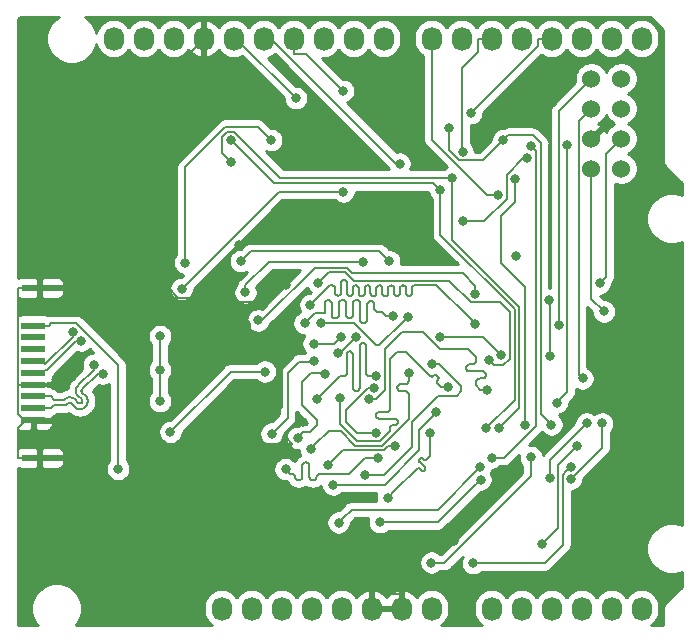
<source format=gbl>
G04 #@! TF.GenerationSoftware,KiCad,Pcbnew,(5.1.2)-1*
G04 #@! TF.CreationDate,2021-07-03T10:16:44+09:00*
G04 #@! TF.ProjectId,hdmi,68646d69-2e6b-4696-9361-645f70636258,v1.5*
G04 #@! TF.SameCoordinates,Original*
G04 #@! TF.FileFunction,Copper,L2,Bot*
G04 #@! TF.FilePolarity,Positive*
%FSLAX46Y46*%
G04 Gerber Fmt 4.6, Leading zero omitted, Abs format (unit mm)*
G04 Created by KiCad (PCBNEW (5.1.2)-1) date 2021-07-03 10:16:44*
%MOMM*%
%LPD*%
G04 APERTURE LIST*
%ADD10C,1.524000*%
%ADD11R,3.000000X0.600000*%
%ADD12R,2.000000X0.600000*%
%ADD13O,1.727200X2.032000*%
%ADD14C,0.800000*%
%ADD15C,0.200000*%
%ADD16C,0.254000*%
G04 APERTURE END LIST*
D10*
X172768000Y-86575000D03*
X170228000Y-86575000D03*
X172768000Y-84035000D03*
X170228000Y-84035000D03*
X172768000Y-81495000D03*
X170228000Y-81495000D03*
X172768000Y-78955000D03*
X170228000Y-78955000D03*
D11*
X123498000Y-96665000D03*
X123498000Y-111065000D03*
D12*
X122998000Y-99865000D03*
X122998000Y-100865000D03*
X122998000Y-101865000D03*
X122998000Y-102865000D03*
X122998000Y-103865000D03*
X122998000Y-104865000D03*
X122998000Y-105865000D03*
X122998000Y-106865000D03*
X122998000Y-107865000D03*
D13*
X156718000Y-123825000D03*
X154178000Y-123825000D03*
X151638000Y-123825000D03*
X149098000Y-123825000D03*
X146558000Y-123825000D03*
X144018000Y-123825000D03*
X141478000Y-123825000D03*
X138938000Y-123825000D03*
X161798000Y-123825000D03*
X164338000Y-123825000D03*
X166878000Y-123825000D03*
X169418000Y-123825000D03*
X171958000Y-123825000D03*
X174498000Y-123825000D03*
X129794000Y-75565000D03*
X132334000Y-75565000D03*
X134874000Y-75565000D03*
X137414000Y-75565000D03*
X139954000Y-75565000D03*
X142494000Y-75565000D03*
X145034000Y-75565000D03*
X147574000Y-75565000D03*
X150114000Y-75565000D03*
X152654000Y-75565000D03*
X156718000Y-75565000D03*
X159258000Y-75565000D03*
X161798000Y-75565000D03*
X164338000Y-75565000D03*
X166878000Y-75565000D03*
X169418000Y-75565000D03*
X171958000Y-75565000D03*
X174498000Y-75565000D03*
D14*
X145227500Y-80602800D03*
X153994300Y-86151400D03*
X149203200Y-79991200D03*
X162362700Y-88785100D03*
X160032200Y-81878100D03*
X140440500Y-93034200D03*
X122798000Y-89665000D03*
X130998000Y-83365000D03*
X147998000Y-91365000D03*
X174998000Y-94365000D03*
X174998000Y-115965000D03*
X125698000Y-120265000D03*
X134298000Y-120265000D03*
X126898000Y-109565000D03*
X131398000Y-106665000D03*
X141298000Y-102265000D03*
X135598000Y-99465000D03*
X135798000Y-103265000D03*
X139498000Y-98465000D03*
X132798000Y-95565000D03*
X125698000Y-98065000D03*
X154698000Y-76665000D03*
X152798000Y-82465000D03*
X166998000Y-79565000D03*
X144998000Y-82565000D03*
X145393272Y-101859102D03*
X144372160Y-96459160D03*
X145849381Y-108030682D03*
X158608000Y-118145000D03*
X171307900Y-98674200D03*
X142598000Y-103765000D03*
X134598000Y-108865000D03*
X133728000Y-100751600D03*
X133702700Y-106264700D03*
X133702700Y-103615000D03*
X170934200Y-96294400D03*
X169494500Y-104346500D03*
X135548100Y-96767900D03*
X149247900Y-88533100D03*
X126327000Y-100394000D03*
X127069000Y-101136000D03*
X128127000Y-103194000D03*
X128869000Y-103936000D03*
X169838000Y-108145000D03*
X166758000Y-112785000D03*
X168176800Y-84590000D03*
X167308021Y-106385000D03*
X135834800Y-94545000D03*
X143127900Y-84166300D03*
X166098000Y-118365000D03*
X169021435Y-110076474D03*
X171148000Y-108155000D03*
X168528000Y-112825000D03*
X140548000Y-94415000D03*
X153128000Y-94425000D03*
X140948000Y-97065000D03*
X150868000Y-94445000D03*
X150308000Y-100815000D03*
X148817640Y-102182143D03*
X142038000Y-99425000D03*
X160428000Y-97225000D03*
X146718000Y-101395000D03*
X149008009Y-100822132D03*
X147348000Y-99659000D03*
X154678000Y-99155000D03*
X145958000Y-99665000D03*
X153458007Y-99091066D03*
X162628000Y-102355000D03*
X157437976Y-100825000D03*
X146454456Y-98106770D03*
X160418000Y-99748736D03*
X161568000Y-102815000D03*
X147118000Y-96235000D03*
X154768022Y-103845000D03*
X146478000Y-110325000D03*
X143168000Y-109025000D03*
X146736711Y-102895012D03*
X147728000Y-103995000D03*
X145392418Y-109378042D03*
X156766000Y-103084977D03*
X151094234Y-112506766D03*
X146969670Y-106108064D03*
X152008000Y-104155000D03*
X151873869Y-105174095D03*
X152038840Y-108974160D03*
X158108000Y-105085000D03*
X148947994Y-106025000D03*
X161398000Y-105305000D03*
X151440484Y-106053072D03*
X148378000Y-113325000D03*
X157114084Y-107226663D03*
X147912000Y-111710000D03*
X153578887Y-110104809D03*
X144348000Y-112025000D03*
X152188000Y-111095032D03*
X152998000Y-114465000D03*
X156543636Y-108961142D03*
X130166000Y-112009800D03*
X157450300Y-88424600D03*
X161346500Y-108582600D03*
X139703700Y-84166100D03*
X165140700Y-84654500D03*
X161788000Y-111055000D03*
X158478000Y-87354800D03*
X139707300Y-86004800D03*
X162453751Y-108535271D03*
X163775700Y-87443900D03*
X164604700Y-108315010D03*
X158202200Y-83123100D03*
X162794600Y-84148100D03*
X166858000Y-108255000D03*
X164772200Y-85704200D03*
X159331500Y-91055600D03*
X159335300Y-85185700D03*
X167466600Y-99838800D03*
X160228007Y-119974993D03*
X168496167Y-111815231D03*
X165118000Y-111005000D03*
X156687982Y-119935000D03*
X152327990Y-116505000D03*
X160858000Y-112905000D03*
X160808000Y-111865000D03*
X148838000Y-116554984D03*
X166708000Y-102435000D03*
X166648000Y-97745000D03*
X163818000Y-93965000D03*
D15*
X140189700Y-75565000D02*
X139954000Y-75565000D01*
X145227500Y-80602800D02*
X140189700Y-75565000D01*
X143119400Y-75565000D02*
X142494000Y-75565000D01*
X153994300Y-86151400D02*
X153705800Y-86151400D01*
X153705800Y-86151400D02*
X143119400Y-75565000D01*
X145034000Y-75565000D02*
X145034000Y-76881300D01*
X149203200Y-79991200D02*
X146093300Y-76881300D01*
X146093300Y-76881300D02*
X145034000Y-76881300D01*
X156718000Y-76881300D02*
X156718000Y-84124800D01*
X156718000Y-84124800D02*
X161378300Y-88785100D01*
X161378300Y-88785100D02*
X162362700Y-88785100D01*
X156718000Y-75565000D02*
X156718000Y-76881300D01*
X165714100Y-75565000D02*
X165714100Y-76196200D01*
X165714100Y-76196200D02*
X160032200Y-81878100D01*
X166878000Y-75565000D02*
X165714100Y-75565000D01*
X139623300Y-97492900D02*
X139623300Y-93851400D01*
X139623300Y-93851400D02*
X140440500Y-93034200D01*
X139623300Y-97492900D02*
X135272300Y-97492900D01*
X135272300Y-97492900D02*
X134444400Y-96665000D01*
X134444400Y-96665000D02*
X125298300Y-96665000D01*
X123498000Y-96665000D02*
X125298300Y-96665000D01*
X122279200Y-107933700D02*
X121697700Y-108515200D01*
X121697700Y-108515200D02*
X121697700Y-111065000D01*
X122347900Y-107865000D02*
X122279200Y-107933700D01*
X122279200Y-107933700D02*
X121697700Y-107352300D01*
X121697700Y-107352300D02*
X121697700Y-104865000D01*
X122998000Y-104865000D02*
X121697700Y-104865000D01*
X123498000Y-96665000D02*
X121697700Y-96665000D01*
X121697700Y-96665000D02*
X121697700Y-104865000D01*
X123498000Y-111065000D02*
X121697700Y-111065000D01*
X122998000Y-107865000D02*
X122347900Y-107865000D01*
X129098000Y-83365000D02*
X122798000Y-89665000D01*
X130998000Y-83365000D02*
X129098000Y-83365000D01*
X141298000Y-99665000D02*
X141298000Y-102265000D01*
X140098000Y-98465000D02*
X141298000Y-99665000D01*
X139498000Y-98465000D02*
X140098000Y-98465000D01*
X135798000Y-99665000D02*
X135598000Y-99465000D01*
X135798000Y-103265000D02*
X135798000Y-99665000D01*
X123498000Y-96665000D02*
X123498000Y-97965000D01*
X123598000Y-98065000D02*
X125698000Y-98065000D01*
X123498000Y-97965000D02*
X123598000Y-98065000D01*
X152798000Y-78565000D02*
X154698000Y-76665000D01*
X152798000Y-82465000D02*
X152798000Y-78565000D01*
X144008700Y-103243674D02*
X144008700Y-106797898D01*
X145393272Y-101859102D02*
X144008700Y-103243674D01*
X142077999Y-108728599D02*
X142077999Y-109491401D01*
X142077999Y-109491401D02*
X142453798Y-109867200D01*
X144008700Y-106797898D02*
X142077999Y-108728599D01*
X142453798Y-109867200D02*
X144919396Y-109867200D01*
X141703898Y-101859102D02*
X141298000Y-102265000D01*
X145393272Y-101859102D02*
X141703898Y-101859102D01*
X139897999Y-97767599D02*
X139735400Y-97605000D01*
X139897999Y-98065001D02*
X139897999Y-97767599D01*
X139498000Y-98465000D02*
X139897999Y-98065001D01*
X139735400Y-97605000D02*
X139623300Y-97492900D01*
X142933620Y-97897700D02*
X143972161Y-96859159D01*
X143972161Y-96859159D02*
X144372160Y-96459160D01*
X140028100Y-97897700D02*
X142933620Y-97897700D01*
X139735400Y-97605000D02*
X140028100Y-97897700D01*
X144357998Y-109305802D02*
X144357998Y-108956380D01*
X144357998Y-108956380D02*
X145283696Y-108030682D01*
X144919396Y-109867200D02*
X144357998Y-109305802D01*
X145283696Y-108030682D02*
X145849381Y-108030682D01*
X154178000Y-122609000D02*
X154178000Y-123825000D01*
X142887998Y-111898598D02*
X142887998Y-113001402D01*
X144919396Y-109867200D02*
X142887998Y-111898598D01*
X142887998Y-113001402D02*
X143241598Y-113355002D01*
X143241598Y-113355002D02*
X143778002Y-113355002D01*
X143778002Y-113355002D02*
X153032000Y-122609000D01*
X153032000Y-122609000D02*
X154178000Y-122609000D01*
X134444400Y-78534600D02*
X134444400Y-96665000D01*
X137414000Y-75565000D02*
X134444400Y-78534600D01*
X170228000Y-86575000D02*
X170228000Y-97594300D01*
X170228000Y-97594300D02*
X171307900Y-98674200D01*
X142598000Y-103765000D02*
X139698000Y-103765000D01*
X139698000Y-103765000D02*
X134598000Y-108865000D01*
X133702700Y-103615000D02*
X133728000Y-103589700D01*
X133728000Y-103589700D02*
X133728000Y-100751600D01*
X133702700Y-103615000D02*
X133702700Y-106264700D01*
X172768000Y-84035000D02*
X171498000Y-85305000D01*
X171498000Y-85305000D02*
X171498000Y-95730600D01*
X171498000Y-95730600D02*
X170934200Y-96294400D01*
X170228000Y-81495000D02*
X169163300Y-82559700D01*
X169163300Y-82559700D02*
X169163300Y-104015300D01*
X169163300Y-104015300D02*
X169494500Y-104346500D01*
X135548100Y-96767900D02*
X143782900Y-88533100D01*
X143782900Y-88533100D02*
X149247900Y-88533100D01*
X126327000Y-100394000D02*
X126327000Y-100818000D01*
X126327000Y-100818000D02*
X124005000Y-103140000D01*
X124005000Y-103140000D02*
X123973000Y-103140000D01*
X123973000Y-103140000D02*
X123698000Y-102865000D01*
X123698000Y-102865000D02*
X122998000Y-102865000D01*
X127069000Y-101136000D02*
X126645000Y-101136000D01*
X126645000Y-101136000D02*
X124191000Y-103590000D01*
X124191000Y-103590000D02*
X123973000Y-103590000D01*
X123973000Y-103590000D02*
X123698000Y-103865000D01*
X123698000Y-103865000D02*
X122998000Y-103865000D01*
X122998000Y-105865000D02*
X124498000Y-105865000D01*
X124498000Y-105865000D02*
X124773000Y-106140000D01*
X124773000Y-106140000D02*
X125605000Y-106140000D01*
X125605000Y-106140000D02*
X125631000Y-106113000D01*
X125631000Y-106113000D02*
X125739000Y-106028000D01*
X125739000Y-106028000D02*
X125862000Y-105968000D01*
X125862000Y-105968000D02*
X125996000Y-105938000D01*
X125996000Y-105938000D02*
X126133000Y-105938000D01*
X126133000Y-105938000D02*
X126267000Y-105968000D01*
X126267000Y-105968000D02*
X126390000Y-106028000D01*
X126390000Y-106028000D02*
X126497000Y-106113000D01*
X126497000Y-106113000D02*
X126789000Y-106405000D01*
X126789000Y-106405000D02*
X126824000Y-106433000D01*
X126824000Y-106433000D02*
X126865000Y-106453000D01*
X126865000Y-106453000D02*
X126908000Y-106462000D01*
X126908000Y-106462000D02*
X126953000Y-106462000D01*
X126953000Y-106462000D02*
X126997000Y-106453000D01*
X126997000Y-106453000D02*
X127037000Y-106433000D01*
X127037000Y-106433000D02*
X127072000Y-106405000D01*
X127072000Y-106405000D02*
X127100000Y-106370000D01*
X127100000Y-106370000D02*
X127119000Y-106330000D01*
X127119000Y-106330000D02*
X127129000Y-106286000D01*
X127129000Y-106286000D02*
X127129000Y-106241000D01*
X127129000Y-106241000D02*
X127119000Y-106198000D01*
X127119000Y-106198000D02*
X127100000Y-106157000D01*
X127100000Y-106157000D02*
X127072000Y-106122000D01*
X127072000Y-106122000D02*
X126780000Y-105831000D01*
X126780000Y-105831000D02*
X126695000Y-105723000D01*
X126695000Y-105723000D02*
X126635000Y-105600000D01*
X126635000Y-105600000D02*
X126605000Y-105466000D01*
X126605000Y-105466000D02*
X126605000Y-105329000D01*
X126605000Y-105329000D02*
X126635000Y-105195000D01*
X126635000Y-105195000D02*
X126695000Y-105072000D01*
X126695000Y-105072000D02*
X126780000Y-104964000D01*
X126780000Y-104964000D02*
X126807000Y-104938000D01*
X126807000Y-104938000D02*
X128127000Y-103618000D01*
X128127000Y-103618000D02*
X128127000Y-103194000D01*
X122998000Y-106865000D02*
X124498000Y-106865000D01*
X124498000Y-106865000D02*
X124773000Y-106590000D01*
X124773000Y-106590000D02*
X125791000Y-106590000D01*
X125791000Y-106590000D02*
X125923000Y-106458000D01*
X125923000Y-106458000D02*
X125958000Y-106430000D01*
X125958000Y-106430000D02*
X125998000Y-106411000D01*
X125998000Y-106411000D02*
X126042000Y-106401000D01*
X126042000Y-106401000D02*
X126087000Y-106401000D01*
X126087000Y-106401000D02*
X126130000Y-106411000D01*
X126130000Y-106411000D02*
X126171000Y-106430000D01*
X126171000Y-106430000D02*
X126206000Y-106458000D01*
X126206000Y-106458000D02*
X126498000Y-106750000D01*
X126498000Y-106750000D02*
X126605000Y-106835000D01*
X126605000Y-106835000D02*
X126728000Y-106895000D01*
X126728000Y-106895000D02*
X126862000Y-106925000D01*
X126862000Y-106925000D02*
X126999000Y-106925000D01*
X126999000Y-106925000D02*
X127133000Y-106895000D01*
X127133000Y-106895000D02*
X127256000Y-106835000D01*
X127256000Y-106835000D02*
X127364000Y-106750000D01*
X127364000Y-106750000D02*
X127417000Y-106697000D01*
X127417000Y-106697000D02*
X127502000Y-106590000D01*
X127502000Y-106590000D02*
X127562000Y-106466000D01*
X127562000Y-106466000D02*
X127592000Y-106332000D01*
X127592000Y-106332000D02*
X127592000Y-106195000D01*
X127592000Y-106195000D02*
X127562000Y-106061000D01*
X127562000Y-106061000D02*
X127502000Y-105938000D01*
X127502000Y-105938000D02*
X127417000Y-105831000D01*
X127417000Y-105831000D02*
X127125000Y-105539000D01*
X127125000Y-105539000D02*
X127097000Y-105504000D01*
X127097000Y-105504000D02*
X127078000Y-105464000D01*
X127078000Y-105464000D02*
X127068000Y-105420000D01*
X127068000Y-105420000D02*
X127068000Y-105375000D01*
X127068000Y-105375000D02*
X127078000Y-105331000D01*
X127078000Y-105331000D02*
X127097000Y-105291000D01*
X127097000Y-105291000D02*
X127125000Y-105256000D01*
X127125000Y-105256000D02*
X128445000Y-103936000D01*
X128445000Y-103936000D02*
X128869000Y-103936000D01*
X169838000Y-108145000D02*
X166758000Y-111225000D01*
X166758000Y-111225000D02*
X166758000Y-112219315D01*
X166758000Y-112219315D02*
X166758000Y-112785000D01*
X168176800Y-105516221D02*
X167708020Y-105985001D01*
X167708020Y-105985001D02*
X167308021Y-106385000D01*
X168176800Y-84590000D02*
X168176800Y-105516221D01*
X143127900Y-84166300D02*
X142008700Y-83047100D01*
X142008700Y-83047100D02*
X139237100Y-83047100D01*
X139237100Y-83047100D02*
X135834800Y-86449400D01*
X135834800Y-86449400D02*
X135834800Y-94545000D01*
X167447988Y-111649921D02*
X168621436Y-110476473D01*
X167447988Y-117015012D02*
X167447988Y-111649921D01*
X168621436Y-110476473D02*
X169021435Y-110076474D01*
X166098000Y-118365000D02*
X167447988Y-117015012D01*
X171148000Y-108155000D02*
X171148000Y-110205000D01*
X171148000Y-110205000D02*
X168927999Y-112425001D01*
X168927999Y-112425001D02*
X168528000Y-112825000D01*
X152278000Y-93575000D02*
X153128000Y-94425000D01*
X140548000Y-94415000D02*
X141388000Y-93575000D01*
X141388000Y-93575000D02*
X152278000Y-93575000D01*
X150302315Y-94445000D02*
X150868000Y-94445000D01*
X142978000Y-94445000D02*
X150302315Y-94445000D01*
X140948000Y-97065000D02*
X140948000Y-96475000D01*
X140948000Y-96475000D02*
X142978000Y-94445000D01*
X148940857Y-102182143D02*
X148817640Y-102182143D01*
X150308000Y-100815000D02*
X148940857Y-102182143D01*
X160428000Y-96495000D02*
X159348000Y-95415000D01*
X160428000Y-97225000D02*
X160428000Y-96495000D01*
X142368000Y-99425000D02*
X142038000Y-99425000D01*
X159348000Y-95415000D02*
X149991588Y-95415000D01*
X149991588Y-95415000D02*
X149551588Y-94975000D01*
X149551588Y-94975000D02*
X146818000Y-94975000D01*
X146818000Y-94975000D02*
X142368000Y-99425000D01*
X148608010Y-101222131D02*
X149008009Y-100822132D01*
X148435141Y-101395000D02*
X148608010Y-101222131D01*
X146718000Y-101395000D02*
X148435141Y-101395000D01*
X150142000Y-99659000D02*
X152028000Y-101545000D01*
X152288000Y-101545000D02*
X154278001Y-99554999D01*
X147348000Y-99659000D02*
X150142000Y-99659000D01*
X152028000Y-101545000D02*
X152288000Y-101545000D01*
X154278001Y-99554999D02*
X154678000Y-99155000D01*
X146856933Y-98766067D02*
X145958000Y-99665000D01*
X147656933Y-98015840D02*
X147656933Y-98766067D01*
X147664454Y-97949084D02*
X147656933Y-98015840D01*
X147722383Y-97828794D02*
X147686642Y-97885675D01*
X147769886Y-97781291D02*
X147722383Y-97828794D01*
X147826767Y-97745550D02*
X147769886Y-97781291D01*
X147890176Y-97723362D02*
X147826767Y-97745550D01*
X147956933Y-97715840D02*
X147890176Y-97723362D01*
X148023689Y-97723362D02*
X147956933Y-97715840D01*
X148143979Y-97781291D02*
X148087098Y-97745550D01*
X148191482Y-97828794D02*
X148143979Y-97781291D01*
X148227223Y-97885675D02*
X148191482Y-97828794D01*
X148249411Y-97949084D02*
X148227223Y-97885675D01*
X148256933Y-98953681D02*
X148256933Y-98015840D01*
X148282939Y-99067624D02*
X148263517Y-99012117D01*
X148314226Y-99117417D02*
X148282939Y-99067624D01*
X148355809Y-99159000D02*
X148314226Y-99117417D01*
X148405602Y-99190287D02*
X148355809Y-99159000D01*
X148461109Y-99209709D02*
X148405602Y-99190287D01*
X148519546Y-99216294D02*
X148461109Y-99209709D01*
X148594320Y-99216294D02*
X148519546Y-99216294D01*
X148652756Y-99209709D02*
X148594320Y-99216294D01*
X148708263Y-99190287D02*
X148652756Y-99209709D01*
X148758056Y-99159000D02*
X148708263Y-99190287D01*
X148799639Y-99117417D02*
X148758056Y-99159000D01*
X148830926Y-99067624D02*
X148799639Y-99117417D01*
X148850348Y-99012117D02*
X148830926Y-99067624D01*
X148856933Y-98953681D02*
X148850348Y-99012117D01*
X148856933Y-98015840D02*
X148856933Y-98953681D01*
X148864454Y-97949084D02*
X148856933Y-98015840D01*
X148886642Y-97885675D02*
X148864454Y-97949084D01*
X148922383Y-97828794D02*
X148886642Y-97885675D01*
X148969886Y-97781291D02*
X148922383Y-97828794D01*
X149026767Y-97745550D02*
X148969886Y-97781291D01*
X149090176Y-97723362D02*
X149026767Y-97745550D01*
X149156933Y-97715840D02*
X149090176Y-97723362D01*
X149223689Y-97723362D02*
X149156933Y-97715840D01*
X147656933Y-98766067D02*
X146856933Y-98766067D01*
X150826767Y-99636584D02*
X150769886Y-99600843D01*
X149999639Y-99117417D02*
X149958056Y-99159000D01*
X150890176Y-99658772D02*
X150826767Y-99636584D01*
X150122383Y-97828794D02*
X150086642Y-97885675D01*
X151143979Y-99600843D02*
X151087098Y-99636584D01*
X150956933Y-99666294D02*
X150890176Y-99658772D01*
X147686642Y-97885675D02*
X147664454Y-97949084D01*
X151191482Y-99553340D02*
X151143979Y-99600843D01*
X150050348Y-99012117D02*
X150030926Y-99067624D01*
X151023689Y-99658772D02*
X150956933Y-99666294D01*
X148256933Y-98015840D02*
X148249411Y-97949084D01*
X151227223Y-99496459D02*
X151191482Y-99553340D01*
X150627223Y-97885675D02*
X150591482Y-97828794D01*
X151249411Y-99433050D02*
X151227223Y-99496459D01*
X151256933Y-98065840D02*
X151256933Y-99366294D01*
X151286642Y-97935675D02*
X151264454Y-97999084D01*
X151256933Y-99366294D02*
X151249411Y-99433050D01*
X149463517Y-99012117D02*
X149456933Y-98953681D01*
X151322383Y-97878794D02*
X151286642Y-97935675D01*
X148263517Y-99012117D02*
X148256933Y-98953681D01*
X151264454Y-97999084D02*
X151256933Y-98065840D01*
X149794320Y-99216294D02*
X149719546Y-99216294D01*
X151369886Y-97831291D02*
X151322383Y-97878794D01*
X151426767Y-97795550D02*
X151369886Y-97831291D01*
X151490176Y-97773362D02*
X151426767Y-97795550D01*
X148087098Y-97745550D02*
X148023689Y-97723362D01*
X151556933Y-97765840D02*
X151490176Y-97773362D01*
X149719546Y-99216294D02*
X149661109Y-99209709D01*
X151687098Y-97795550D02*
X151623689Y-97773362D01*
X150056933Y-98953681D02*
X150050348Y-99012117D01*
X152090176Y-98683546D02*
X152026767Y-98661358D01*
X150356933Y-97715840D02*
X150290176Y-97723362D01*
X151623689Y-97773362D02*
X151556933Y-97765840D01*
X151864454Y-98457824D02*
X151856933Y-98391067D01*
X152156933Y-98691067D02*
X152090176Y-98683546D01*
X149391482Y-97828794D02*
X149343979Y-97781291D01*
X152492323Y-98691067D02*
X152156933Y-98691067D01*
X150664454Y-99433050D02*
X150656933Y-99366294D01*
X152026767Y-98661358D02*
X151969886Y-98625617D01*
X151969886Y-98625617D02*
X151922383Y-98578114D01*
X150769886Y-99600843D02*
X150722383Y-99553340D01*
X151922383Y-98578114D02*
X151886642Y-98521233D01*
X151849411Y-97999084D02*
X151827223Y-97935675D01*
X149427223Y-97885675D02*
X149391482Y-97828794D01*
X151087098Y-99636584D02*
X151023689Y-99658772D01*
X151886642Y-98521233D02*
X151864454Y-98457824D01*
X149482939Y-99067624D02*
X149463517Y-99012117D01*
X151743979Y-97831291D02*
X151687098Y-97795550D01*
X149555809Y-99159000D02*
X149514226Y-99117417D01*
X151856933Y-98391067D02*
X151856933Y-98065840D01*
X149514226Y-99117417D02*
X149482939Y-99067624D01*
X153458007Y-99091066D02*
X152892322Y-99091066D01*
X151856933Y-98065840D02*
X151849411Y-97999084D01*
X149287098Y-97745550D02*
X149223689Y-97723362D01*
X151827223Y-97935675D02*
X151791482Y-97878794D01*
X150086642Y-97885675D02*
X150064454Y-97949084D01*
X152892322Y-99091066D02*
X152492323Y-98691067D01*
X151791482Y-97878794D02*
X151743979Y-97831291D01*
X149958056Y-99159000D02*
X149908263Y-99190287D01*
X150722383Y-99553340D02*
X150686642Y-99496459D01*
X150686642Y-99496459D02*
X150664454Y-99433050D01*
X150656933Y-99366294D02*
X150656933Y-98015840D01*
X150656933Y-98015840D02*
X150649411Y-97949084D01*
X150649411Y-97949084D02*
X150627223Y-97885675D01*
X150591482Y-97828794D02*
X150543979Y-97781291D01*
X150543979Y-97781291D02*
X150487098Y-97745550D01*
X150487098Y-97745550D02*
X150423689Y-97723362D01*
X150423689Y-97723362D02*
X150356933Y-97715840D01*
X150290176Y-97723362D02*
X150226767Y-97745550D01*
X150226767Y-97745550D02*
X150169886Y-97781291D01*
X150169886Y-97781291D02*
X150122383Y-97828794D01*
X150064454Y-97949084D02*
X150056933Y-98015840D01*
X150056933Y-98015840D02*
X150056933Y-98953681D01*
X150030926Y-99067624D02*
X149999639Y-99117417D01*
X149908263Y-99190287D02*
X149852756Y-99209709D01*
X149852756Y-99209709D02*
X149794320Y-99216294D01*
X149661109Y-99209709D02*
X149605602Y-99190287D01*
X149605602Y-99190287D02*
X149555809Y-99159000D01*
X149456933Y-98953681D02*
X149456933Y-98015840D01*
X149456933Y-98015840D02*
X149449411Y-97949084D01*
X149449411Y-97949084D02*
X149427223Y-97885675D01*
X149343979Y-97781291D02*
X149287098Y-97745550D01*
X162628000Y-102355000D02*
X161098000Y-100825000D01*
X158003661Y-100825000D02*
X157437976Y-100825000D01*
X161098000Y-100825000D02*
X158003661Y-100825000D01*
X160018001Y-99348737D02*
X160418000Y-99748736D01*
X157124263Y-96454999D02*
X160018001Y-99348737D01*
X155288000Y-96454999D02*
X157124263Y-96454999D01*
X155232369Y-96461267D02*
X155288000Y-96454999D01*
X155179529Y-96479756D02*
X155232369Y-96461267D01*
X155132127Y-96509541D02*
X155179529Y-96479756D01*
X155092542Y-96549126D02*
X155132127Y-96509541D01*
X155062757Y-96596528D02*
X155092542Y-96549126D01*
X155044268Y-96649368D02*
X155062757Y-96596528D01*
X155038000Y-96704999D02*
X155044268Y-96649368D01*
X155038000Y-97123044D02*
X155038000Y-96704999D01*
X155031731Y-97178674D02*
X155038000Y-97123044D01*
X155013242Y-97231514D02*
X155031731Y-97178674D01*
X154983457Y-97278916D02*
X155013242Y-97231514D01*
X154943872Y-97318501D02*
X154983457Y-97278916D01*
X154896470Y-97348286D02*
X154943872Y-97318501D01*
X154843630Y-97366775D02*
X154896470Y-97348286D01*
X154788000Y-97373044D02*
X154843630Y-97366775D01*
X154732369Y-97366775D02*
X154788000Y-97373044D01*
X154679529Y-97348286D02*
X154732369Y-97366775D01*
X154632127Y-97318501D02*
X154679529Y-97348286D01*
X154592542Y-97278916D02*
X154632127Y-97318501D01*
X154562757Y-97231514D02*
X154592542Y-97278916D01*
X154544268Y-97178674D02*
X154562757Y-97231514D01*
X154538000Y-97123044D02*
X154544268Y-97178674D01*
X154538000Y-96704999D02*
X154538000Y-97123044D01*
X154531731Y-96649368D02*
X154538000Y-96704999D01*
X154513242Y-96596528D02*
X154531731Y-96649368D01*
X154483457Y-96549126D02*
X154513242Y-96596528D01*
X154443872Y-96509541D02*
X154483457Y-96549126D01*
X154396470Y-96479756D02*
X154443872Y-96509541D01*
X154343630Y-96461267D02*
X154396470Y-96479756D01*
X154288000Y-96454999D02*
X154343630Y-96461267D01*
X154232369Y-96461267D02*
X154288000Y-96454999D01*
X154179529Y-96479756D02*
X154232369Y-96461267D01*
X154132127Y-96509541D02*
X154179529Y-96479756D01*
X154092542Y-96549126D02*
X154132127Y-96509541D01*
X154062757Y-96596528D02*
X154092542Y-96549126D01*
X154044268Y-96649368D02*
X154062757Y-96596528D01*
X154038000Y-96704999D02*
X154044268Y-96649368D01*
X154038000Y-97123044D02*
X154038000Y-96704999D01*
X154031731Y-97178674D02*
X154038000Y-97123044D01*
X154013242Y-97231514D02*
X154031731Y-97178674D01*
X153983457Y-97278916D02*
X154013242Y-97231514D01*
X153943872Y-97318501D02*
X153983457Y-97278916D01*
X153896470Y-97348286D02*
X153943872Y-97318501D01*
X153843630Y-97366775D02*
X153896470Y-97348286D01*
X153788000Y-97373044D02*
X153843630Y-97366775D01*
X153732369Y-97366775D02*
X153788000Y-97373044D01*
X153679529Y-97348286D02*
X153732369Y-97366775D01*
X150679529Y-97348286D02*
X150732369Y-97366775D01*
X150562757Y-97231514D02*
X150592542Y-97278916D01*
X150544268Y-97178674D02*
X150562757Y-97231514D01*
X150538000Y-97123044D02*
X150544268Y-97178674D01*
X150538000Y-96704999D02*
X150538000Y-97123044D01*
X150483457Y-96549126D02*
X150513242Y-96596528D01*
X150396470Y-96479756D02*
X150443872Y-96509541D01*
X150288000Y-96454999D02*
X150343630Y-96461267D01*
X150232369Y-96461267D02*
X150288000Y-96454999D01*
X150092542Y-96549126D02*
X150132127Y-96509541D01*
X150062757Y-96596528D02*
X150092542Y-96549126D01*
X150038000Y-97123044D02*
X150038000Y-96704999D01*
X150031731Y-97178674D02*
X150038000Y-97123044D01*
X150013242Y-97231514D02*
X150031731Y-97178674D01*
X149983457Y-97278916D02*
X150013242Y-97231514D01*
X149943872Y-97318501D02*
X149983457Y-97278916D01*
X149896470Y-97348286D02*
X149943872Y-97318501D01*
X149843630Y-97366775D02*
X149896470Y-97348286D01*
X149788000Y-97373044D02*
X149843630Y-97366775D01*
X153483457Y-96549126D02*
X153513242Y-96596528D01*
X150179529Y-96479756D02*
X150232369Y-96461267D01*
X149732369Y-97366775D02*
X149788000Y-97373044D01*
X150592542Y-97278916D02*
X150632127Y-97318501D01*
X149679529Y-97348286D02*
X149732369Y-97366775D01*
X153538000Y-96704999D02*
X153538000Y-97123044D01*
X149632127Y-97318501D02*
X149679529Y-97348286D01*
X149592542Y-97278916D02*
X149632127Y-97318501D01*
X153013242Y-97231514D02*
X153031731Y-97178674D01*
X149562757Y-97231514D02*
X149592542Y-97278916D01*
X149544268Y-97178674D02*
X149562757Y-97231514D01*
X149538000Y-97123044D02*
X149544268Y-97178674D01*
X150732369Y-97366775D02*
X150788000Y-97373044D01*
X149538000Y-96220976D02*
X149538000Y-97123044D01*
X153062757Y-96596528D02*
X153092542Y-96549126D01*
X149532132Y-96168902D02*
X149538000Y-96220976D01*
X149514824Y-96119438D02*
X149532132Y-96168902D01*
X150443872Y-96509541D02*
X150483457Y-96549126D01*
X149486943Y-96075066D02*
X149514824Y-96119438D01*
X149449888Y-96038011D02*
X149486943Y-96075066D01*
X153031731Y-97178674D02*
X153038000Y-97123044D01*
X148592542Y-97228916D02*
X148632127Y-97268501D01*
X150132127Y-96509541D02*
X150179529Y-96479756D01*
X148788000Y-97323044D02*
X148843630Y-97316775D01*
X148544268Y-97128674D02*
X148562757Y-97181514D01*
X148531731Y-96649368D02*
X148538000Y-96704999D01*
X152538000Y-96704999D02*
X152538000Y-97123044D01*
X148562757Y-97181514D02*
X148592542Y-97228916D01*
X149043867Y-96168902D02*
X149061175Y-96119438D01*
X152288000Y-96454999D02*
X152343630Y-96461267D01*
X148538000Y-97073044D02*
X148544268Y-97128674D01*
X148679529Y-97298286D02*
X148732369Y-97316775D01*
X148538000Y-96704999D02*
X148538000Y-97073044D01*
X148513242Y-96596528D02*
X148531731Y-96649368D01*
X148632127Y-97268501D02*
X148679529Y-97298286D01*
X148483457Y-96549126D02*
X148513242Y-96596528D01*
X150343630Y-96461267D02*
X150396470Y-96479756D01*
X148106227Y-96454999D02*
X148288000Y-96454999D01*
X152896470Y-97348286D02*
X152943872Y-97318501D01*
X148288000Y-96454999D02*
X148343630Y-96461267D01*
X146454456Y-98106770D02*
X148106227Y-96454999D01*
X150038000Y-96704999D02*
X150044268Y-96649368D01*
X148343630Y-96461267D02*
X148396470Y-96479756D01*
X153232369Y-96461267D02*
X153288000Y-96454999D01*
X148396470Y-96479756D02*
X148443872Y-96509541D01*
X148443872Y-96509541D02*
X148483457Y-96549126D01*
X149170483Y-96010130D02*
X149219947Y-95992822D01*
X152679529Y-97348286D02*
X152732369Y-97366775D01*
X150632127Y-97318501D02*
X150679529Y-97348286D01*
X148732369Y-97316775D02*
X148788000Y-97323044D01*
X148843630Y-97316775D02*
X148896470Y-97298286D01*
X149356052Y-95992822D02*
X149405516Y-96010130D01*
X148896470Y-97298286D02*
X148943872Y-97268501D01*
X148943872Y-97268501D02*
X148983457Y-97228916D01*
X149089056Y-96075066D02*
X149126111Y-96038011D01*
X150044268Y-96649368D02*
X150062757Y-96596528D01*
X148983457Y-97228916D02*
X149013242Y-97181514D01*
X149013242Y-97181514D02*
X149031731Y-97128674D01*
X153562757Y-97231514D02*
X153592542Y-97278916D01*
X150531731Y-96649368D02*
X150538000Y-96704999D01*
X149031731Y-97128674D02*
X149038000Y-97073044D01*
X153396470Y-96479756D02*
X153443872Y-96509541D01*
X149038000Y-97073044D02*
X149038000Y-96220976D01*
X149038000Y-96220976D02*
X149043867Y-96168902D01*
X150513242Y-96596528D02*
X150531731Y-96649368D01*
X149061175Y-96119438D02*
X149089056Y-96075066D01*
X153038000Y-97123044D02*
X153038000Y-96704999D01*
X149126111Y-96038011D02*
X149170483Y-96010130D01*
X149405516Y-96010130D02*
X149449888Y-96038011D01*
X149219947Y-95992822D02*
X149272022Y-95986954D01*
X149272022Y-95986954D02*
X149303978Y-95986954D01*
X149303978Y-95986954D02*
X149356052Y-95992822D01*
X150788000Y-97373044D02*
X150843630Y-97366775D01*
X150843630Y-97366775D02*
X150896470Y-97348286D01*
X150896470Y-97348286D02*
X150943872Y-97318501D01*
X150943872Y-97318501D02*
X150983457Y-97278916D01*
X150983457Y-97278916D02*
X151013242Y-97231514D01*
X151013242Y-97231514D02*
X151031731Y-97178674D01*
X151031731Y-97178674D02*
X151038000Y-97123044D01*
X151038000Y-97123044D02*
X151038000Y-96704999D01*
X151038000Y-96704999D02*
X151044268Y-96649368D01*
X151044268Y-96649368D02*
X151062757Y-96596528D01*
X151062757Y-96596528D02*
X151092542Y-96549126D01*
X151092542Y-96549126D02*
X151132127Y-96509541D01*
X151132127Y-96509541D02*
X151179529Y-96479756D01*
X151179529Y-96479756D02*
X151232369Y-96461267D01*
X151232369Y-96461267D02*
X151288000Y-96454999D01*
X151288000Y-96454999D02*
X151343630Y-96461267D01*
X151343630Y-96461267D02*
X151396470Y-96479756D01*
X151396470Y-96479756D02*
X151443872Y-96509541D01*
X151443872Y-96509541D02*
X151483457Y-96549126D01*
X151483457Y-96549126D02*
X151513242Y-96596528D01*
X151513242Y-96596528D02*
X151531731Y-96649368D01*
X151531731Y-96649368D02*
X151538000Y-96704999D01*
X151538000Y-96704999D02*
X151538000Y-97123044D01*
X151538000Y-97123044D02*
X151544268Y-97178674D01*
X151544268Y-97178674D02*
X151562757Y-97231514D01*
X151562757Y-97231514D02*
X151592542Y-97278916D01*
X151592542Y-97278916D02*
X151632127Y-97318501D01*
X151632127Y-97318501D02*
X151679529Y-97348286D01*
X151679529Y-97348286D02*
X151732369Y-97366775D01*
X151732369Y-97366775D02*
X151788000Y-97373044D01*
X151788000Y-97373044D02*
X151843630Y-97366775D01*
X151843630Y-97366775D02*
X151896470Y-97348286D01*
X151896470Y-97348286D02*
X151943872Y-97318501D01*
X151943872Y-97318501D02*
X151983457Y-97278916D01*
X151983457Y-97278916D02*
X152013242Y-97231514D01*
X152013242Y-97231514D02*
X152031731Y-97178674D01*
X152031731Y-97178674D02*
X152038000Y-97123044D01*
X152038000Y-97123044D02*
X152038000Y-96704999D01*
X152038000Y-96704999D02*
X152044268Y-96649368D01*
X152044268Y-96649368D02*
X152062757Y-96596528D01*
X152062757Y-96596528D02*
X152092542Y-96549126D01*
X152092542Y-96549126D02*
X152132127Y-96509541D01*
X152132127Y-96509541D02*
X152179529Y-96479756D01*
X152179529Y-96479756D02*
X152232369Y-96461267D01*
X152232369Y-96461267D02*
X152288000Y-96454999D01*
X152343630Y-96461267D02*
X152396470Y-96479756D01*
X152396470Y-96479756D02*
X152443872Y-96509541D01*
X152443872Y-96509541D02*
X152483457Y-96549126D01*
X152483457Y-96549126D02*
X152513242Y-96596528D01*
X152513242Y-96596528D02*
X152531731Y-96649368D01*
X152531731Y-96649368D02*
X152538000Y-96704999D01*
X152538000Y-97123044D02*
X152544268Y-97178674D01*
X152544268Y-97178674D02*
X152562757Y-97231514D01*
X152562757Y-97231514D02*
X152592542Y-97278916D01*
X152592542Y-97278916D02*
X152632127Y-97318501D01*
X152632127Y-97318501D02*
X152679529Y-97348286D01*
X152732369Y-97366775D02*
X152788000Y-97373044D01*
X152788000Y-97373044D02*
X152843630Y-97366775D01*
X152843630Y-97366775D02*
X152896470Y-97348286D01*
X152943872Y-97318501D02*
X152983457Y-97278916D01*
X152983457Y-97278916D02*
X153013242Y-97231514D01*
X153038000Y-96704999D02*
X153044268Y-96649368D01*
X153044268Y-96649368D02*
X153062757Y-96596528D01*
X153092542Y-96549126D02*
X153132127Y-96509541D01*
X153132127Y-96509541D02*
X153179529Y-96479756D01*
X153179529Y-96479756D02*
X153232369Y-96461267D01*
X153288000Y-96454999D02*
X153343630Y-96461267D01*
X153343630Y-96461267D02*
X153396470Y-96479756D01*
X153443872Y-96509541D02*
X153483457Y-96549126D01*
X153513242Y-96596528D02*
X153531731Y-96649368D01*
X153531731Y-96649368D02*
X153538000Y-96704999D01*
X153538000Y-97123044D02*
X153544268Y-97178674D01*
X153544268Y-97178674D02*
X153562757Y-97231514D01*
X153592542Y-97278916D02*
X153632127Y-97318501D01*
X153632127Y-97318501D02*
X153679529Y-97348286D01*
X147997990Y-95355010D02*
X147118000Y-96235000D01*
X149394184Y-95355010D02*
X147997990Y-95355010D01*
X158217999Y-96074999D02*
X150114173Y-96074999D01*
X160048000Y-97905000D02*
X158217999Y-96074999D01*
X161967999Y-103214999D02*
X162774403Y-103214999D01*
X161568000Y-102815000D02*
X161967999Y-103214999D01*
X162774403Y-103214999D02*
X163308001Y-102681401D01*
X163308001Y-102681401D02*
X163308001Y-98695001D01*
X163308001Y-98695001D02*
X162518000Y-97905000D01*
X150114173Y-96074999D02*
X149394184Y-95355010D01*
X162518000Y-97905000D02*
X160048000Y-97905000D01*
X146877999Y-109925001D02*
X146478000Y-110325000D01*
X147988000Y-108815000D02*
X146877999Y-109925001D01*
X153823791Y-105058243D02*
X153816270Y-105125000D01*
X153845979Y-104994834D02*
X153823791Y-105058243D01*
X154702571Y-104712046D02*
X154655068Y-104759549D01*
X153881720Y-104937953D02*
X153845979Y-104994834D01*
X153986104Y-104854709D02*
X153929223Y-104890450D01*
X154049513Y-104832521D02*
X153986104Y-104854709D01*
X154760500Y-105658243D02*
X154768022Y-105725000D01*
X154116270Y-104825000D02*
X154049513Y-104832521D01*
X154468022Y-104825000D02*
X154116270Y-104825000D01*
X154534778Y-104817478D02*
X154468022Y-104825000D01*
X154738312Y-105594834D02*
X154760500Y-105658243D01*
X154598187Y-104795290D02*
X154534778Y-104817478D01*
X153845979Y-105255165D02*
X153881720Y-105312046D01*
X153929223Y-104890450D02*
X153881720Y-104937953D01*
X149010584Y-108815000D02*
X147988000Y-108815000D01*
X154760500Y-104591756D02*
X154738312Y-104655165D01*
X154768022Y-103845000D02*
X154768022Y-104525000D01*
X150230597Y-110035013D02*
X149010584Y-108815000D01*
X154116270Y-105425000D02*
X154468022Y-105425000D01*
X154738312Y-104655165D02*
X154702571Y-104712046D01*
X154768022Y-104525000D02*
X154760500Y-104591756D01*
X154655068Y-105490450D02*
X154702571Y-105537953D01*
X154655068Y-104759549D02*
X154598187Y-104795290D01*
X153816270Y-105125000D02*
X153823791Y-105191756D01*
X153823791Y-105191756D02*
X153845979Y-105255165D01*
X153881720Y-105312046D02*
X153929223Y-105359549D01*
X153929223Y-105359549D02*
X153986104Y-105395290D01*
X153986104Y-105395290D02*
X154049513Y-105417478D01*
X154049513Y-105417478D02*
X154116270Y-105425000D01*
X154468022Y-105425000D02*
X154534778Y-105432521D01*
X154534778Y-105432521D02*
X154598187Y-105454709D01*
X154598187Y-105454709D02*
X154655068Y-105490450D01*
X154702571Y-105537953D02*
X154738312Y-105594834D01*
X154768022Y-105725000D02*
X154768022Y-107788798D01*
X154768022Y-107788798D02*
X152521807Y-110035013D01*
X152521807Y-110035013D02*
X150230597Y-110035013D01*
X146716723Y-102915000D02*
X146736711Y-102895012D01*
X145518000Y-102915000D02*
X146716723Y-102915000D01*
X144537000Y-103896000D02*
X145518000Y-102915000D01*
X143168000Y-109025000D02*
X144537000Y-107656000D01*
X144537000Y-107656000D02*
X144537000Y-103896000D01*
X147638000Y-103905000D02*
X147728000Y-103995000D01*
X146528000Y-103905000D02*
X147638000Y-103905000D01*
X145855462Y-108914998D02*
X146421147Y-108914998D01*
X145392418Y-109378042D02*
X145855462Y-108914998D01*
X146421147Y-108914998D02*
X147038000Y-108298145D01*
X147038000Y-108298145D02*
X147038000Y-107905000D01*
X145768000Y-104665000D02*
X146528000Y-103905000D01*
X147038000Y-107905000D02*
X145768000Y-106635000D01*
X145768000Y-106635000D02*
X145768000Y-104665000D01*
X151659919Y-112506766D02*
X151094234Y-112506766D01*
X152656234Y-112506766D02*
X151659919Y-112506766D01*
X155028000Y-110135000D02*
X152656234Y-112506766D01*
X155028000Y-108075000D02*
X155028000Y-110135000D01*
X156766000Y-103084977D02*
X157331685Y-103084977D01*
X159218989Y-104972281D02*
X159218989Y-105449802D01*
X159218989Y-105449802D02*
X158823789Y-105845002D01*
X157331685Y-103084977D02*
X159218989Y-104972281D01*
X158823789Y-105845002D02*
X157257998Y-105845002D01*
X157257998Y-105845002D02*
X155028000Y-108075000D01*
X149242315Y-104155000D02*
X148922734Y-104155000D01*
X149303508Y-104148105D02*
X149242315Y-104155000D01*
X149361633Y-104127766D02*
X149303508Y-104148105D01*
X149413774Y-104095003D02*
X149361633Y-104127766D01*
X149457318Y-104051459D02*
X149413774Y-104095003D01*
X149517315Y-102326703D02*
X149517315Y-103880000D01*
X149731121Y-102058597D02*
X149672996Y-102078936D01*
X149792315Y-102051703D02*
X149731121Y-102058597D01*
X149853508Y-102058597D02*
X149792315Y-102051703D01*
X149911633Y-102078936D02*
X149853508Y-102058597D01*
X149963774Y-102111699D02*
X149911633Y-102078936D01*
X150007318Y-102155243D02*
X149963774Y-102111699D01*
X149544548Y-102207384D02*
X149524209Y-102265509D01*
X150040081Y-102207384D02*
X150007318Y-102155243D01*
X150060420Y-102265509D02*
X150040081Y-102207384D01*
X149620855Y-102111699D02*
X149577311Y-102155243D01*
X150067315Y-102326703D02*
X150060420Y-102265509D01*
X148922734Y-104155000D02*
X146969670Y-106108064D01*
X150067315Y-105133297D02*
X150067315Y-102326703D01*
X150074209Y-105194491D02*
X150067315Y-105133297D01*
X150094548Y-105252616D02*
X150074209Y-105194491D01*
X151011633Y-101378936D02*
X150953508Y-101358597D01*
X150677311Y-101455243D02*
X150644548Y-101507384D01*
X151063774Y-101411699D02*
X151011633Y-101378936D01*
X151140081Y-101507384D02*
X151107318Y-101455243D01*
X150557318Y-105304757D02*
X150513774Y-105348301D01*
X151167315Y-103880000D02*
X151167315Y-101626703D01*
X151194548Y-103999318D02*
X151174209Y-103941193D01*
X152008000Y-104155000D02*
X151442315Y-104155000D01*
X151167315Y-101626703D02*
X151160420Y-101565509D01*
X149490081Y-103999318D02*
X149457318Y-104051459D01*
X151381121Y-104148105D02*
X151322996Y-104127766D01*
X150590081Y-105252616D02*
X150557318Y-105304757D01*
X149524209Y-102265509D02*
X149517315Y-102326703D01*
X151107318Y-101455243D02*
X151063774Y-101411699D01*
X151270855Y-104095003D02*
X151227311Y-104051459D01*
X149672996Y-102078936D02*
X149620855Y-102111699D01*
X151174209Y-103941193D02*
X151167315Y-103880000D01*
X151322996Y-104127766D02*
X151270855Y-104095003D01*
X150222996Y-105381064D02*
X150170855Y-105348301D01*
X150953508Y-101358597D02*
X150892315Y-101351703D01*
X151160420Y-101565509D02*
X151140081Y-101507384D01*
X151442315Y-104155000D02*
X151381121Y-104148105D01*
X150281121Y-105401403D02*
X150222996Y-105381064D01*
X151227311Y-104051459D02*
X151194548Y-103999318D01*
X150461633Y-105381064D02*
X150403508Y-105401403D01*
X150892315Y-101351703D02*
X150831121Y-101358597D01*
X150831121Y-101358597D02*
X150772996Y-101378936D01*
X149577311Y-102155243D02*
X149544548Y-102207384D01*
X150772996Y-101378936D02*
X150720855Y-101411699D01*
X150720855Y-101411699D02*
X150677311Y-101455243D01*
X150644548Y-101507384D02*
X150624209Y-101565509D01*
X149510420Y-103941193D02*
X149490081Y-103999318D01*
X150624209Y-101565509D02*
X150617315Y-101626703D01*
X150617315Y-105133297D02*
X150610420Y-105194491D01*
X150617315Y-101626703D02*
X150617315Y-105133297D01*
X150610420Y-105194491D02*
X150590081Y-105252616D01*
X150513774Y-105348301D02*
X150461633Y-105381064D01*
X150403508Y-105401403D02*
X150342315Y-105408297D01*
X149517315Y-103880000D02*
X149510420Y-103941193D01*
X150342315Y-105408297D02*
X150281121Y-105401403D01*
X150127311Y-105304757D02*
X150094548Y-105252616D01*
X150170855Y-105348301D02*
X150127311Y-105304757D01*
X150387160Y-108974160D02*
X152038840Y-108974160D01*
X149438000Y-108025000D02*
X150387160Y-108974160D01*
X149438000Y-107044279D02*
X149438000Y-108025000D01*
X151873869Y-105174095D02*
X151308184Y-105174095D01*
X151308184Y-105174095D02*
X149438000Y-107044279D01*
X157542315Y-105085000D02*
X158108000Y-105085000D01*
X157238000Y-104780685D02*
X157542315Y-105085000D01*
X157207689Y-104742676D02*
X157238000Y-104780685D01*
X157186595Y-104698875D02*
X157207689Y-104742676D01*
X157175777Y-104651479D02*
X157186595Y-104698875D01*
X151977652Y-107465000D02*
X151984547Y-107403806D01*
X152081193Y-107680003D02*
X152037649Y-107636459D01*
X152133334Y-107712766D02*
X152081193Y-107680003D01*
X152191459Y-107733105D02*
X152133334Y-107712766D01*
X157207689Y-104511667D02*
X157186595Y-104555468D01*
X152037649Y-107636459D02*
X152004886Y-107584318D01*
X157013652Y-104057883D02*
X157062266Y-104057883D01*
X153634541Y-107746894D02*
X153573348Y-107740000D01*
X153573348Y-107740000D02*
X152252652Y-107740000D01*
X153744807Y-107799996D02*
X153692666Y-107767233D01*
X152252652Y-107740000D02*
X152191459Y-107733105D01*
X153788351Y-107843540D02*
X153744807Y-107799996D01*
X157238000Y-104166633D02*
X157268310Y-104204641D01*
X153821114Y-107895681D02*
X153788351Y-107843540D01*
X153848348Y-108015000D02*
X153841453Y-107953806D01*
X153841453Y-108076193D02*
X153848348Y-108015000D01*
X153744807Y-108230003D02*
X153788351Y-108186459D01*
X153788351Y-108186459D02*
X153821114Y-108134318D01*
X153188000Y-108565000D02*
X153194894Y-108503806D01*
X156966255Y-104068701D02*
X157013652Y-104057883D01*
X153692666Y-107767233D02*
X153634541Y-107746894D01*
X153215233Y-108445681D02*
X153247996Y-108393540D01*
X153188000Y-108831404D02*
X153188000Y-108565000D01*
X152364402Y-109655002D02*
X153188000Y-108831404D01*
X153634541Y-108283105D02*
X153692666Y-108262766D01*
X148947994Y-106025000D02*
X148947994Y-108214994D01*
X153841453Y-107953806D02*
X153821114Y-107895681D01*
X148947994Y-108214994D02*
X150388002Y-109655002D01*
X152004886Y-107584318D02*
X151984547Y-107526193D01*
X153194894Y-108503806D02*
X153215233Y-108445681D01*
X157191472Y-104120105D02*
X157238000Y-104166633D01*
X153821114Y-108134318D02*
X153841453Y-108076193D01*
X153247996Y-108393540D02*
X153291540Y-108349996D01*
X153291540Y-108349996D02*
X153343681Y-108317233D01*
X153692666Y-108262766D02*
X153744807Y-108230003D01*
X150388002Y-109655002D02*
X152364402Y-109655002D01*
X153343681Y-108317233D02*
X153401806Y-108296894D01*
X151984547Y-107526193D02*
X151977652Y-107465000D01*
X153401806Y-108296894D02*
X153463000Y-108290000D01*
X153463000Y-108290000D02*
X153573348Y-108290000D01*
X153573348Y-108290000D02*
X153634541Y-108283105D01*
X151984547Y-107403806D02*
X152004886Y-107345681D01*
X152004886Y-107345681D02*
X152037649Y-107293540D01*
X157175777Y-104602864D02*
X157175777Y-104651479D01*
X152037649Y-107293540D02*
X152081193Y-107249996D01*
X152081193Y-107249996D02*
X152133334Y-107217233D01*
X152133334Y-107217233D02*
X152191459Y-107196894D01*
X152191459Y-107196894D02*
X152252652Y-107190000D01*
X152252652Y-107190000D02*
X152913000Y-107190000D01*
X156922455Y-104089794D02*
X156966255Y-104068701D01*
X152913000Y-107190000D02*
X152974194Y-107183105D01*
X152974194Y-107183105D02*
X153032319Y-107162766D01*
X153032319Y-107162766D02*
X153084460Y-107130003D01*
X157300222Y-104295838D02*
X157300222Y-104344453D01*
X153084460Y-107130003D02*
X153128004Y-107086459D01*
X153128004Y-107086459D02*
X153160767Y-107034318D01*
X153160767Y-107034318D02*
X153181106Y-106976193D01*
X153181106Y-106976193D02*
X153188000Y-106915000D01*
X157109663Y-104068701D02*
X157153463Y-104089794D01*
X153188000Y-106915000D02*
X153188000Y-102725000D01*
X153188000Y-102725000D02*
X153808000Y-102105000D01*
X153808000Y-102105000D02*
X154562315Y-102105000D01*
X157289404Y-104391849D02*
X157268310Y-104435650D01*
X154562315Y-102105000D02*
X156577420Y-104120105D01*
X156577420Y-104120105D02*
X156615428Y-104150415D01*
X156615428Y-104150415D02*
X156659229Y-104171509D01*
X156659229Y-104171509D02*
X156706625Y-104182327D01*
X156706625Y-104182327D02*
X156755240Y-104182327D01*
X156755240Y-104182327D02*
X156802636Y-104171509D01*
X156802636Y-104171509D02*
X156846437Y-104150415D01*
X156846437Y-104150415D02*
X156922455Y-104089794D01*
X157062266Y-104057883D02*
X157109663Y-104068701D01*
X157153463Y-104089794D02*
X157191472Y-104120105D01*
X157268310Y-104204641D02*
X157289404Y-104248442D01*
X157289404Y-104248442D02*
X157300222Y-104295838D01*
X157300222Y-104344453D02*
X157289404Y-104391849D01*
X157268310Y-104435650D02*
X157207689Y-104511667D01*
X157186595Y-104555468D02*
X157175777Y-104602864D01*
X152758000Y-101875000D02*
X152758000Y-105290777D01*
X154218000Y-100415000D02*
X152758000Y-101875000D01*
X155942315Y-100415000D02*
X154218000Y-100415000D01*
X157402314Y-101875000D02*
X155942315Y-100415000D01*
X160468000Y-102845000D02*
X160468000Y-102555000D01*
X160460479Y-102911756D02*
X160468000Y-102845000D01*
X160438291Y-102975165D02*
X160460479Y-102911756D01*
X160402550Y-103032046D02*
X160438291Y-102975165D01*
X160298166Y-103115290D02*
X160355047Y-103079549D01*
X160168000Y-103145000D02*
X160234757Y-103137478D01*
X159837687Y-103152521D02*
X159904443Y-103145000D01*
X159774278Y-103174709D02*
X159837687Y-103152521D01*
X159717397Y-103210450D02*
X159774278Y-103174709D01*
X159669894Y-103257953D02*
X159717397Y-103210450D01*
X151995705Y-106053072D02*
X151440484Y-106053072D01*
X161266106Y-104232046D02*
X161301847Y-104175165D01*
X161324035Y-104111756D02*
X161331557Y-104045000D01*
X161161722Y-104315290D02*
X161218603Y-104279549D01*
X161031557Y-103745000D02*
X159904443Y-103745000D01*
X159904443Y-103145000D02*
X160168000Y-103145000D01*
X160768000Y-104345000D02*
X161031557Y-104345000D01*
X160637834Y-104374709D02*
X160701243Y-104352521D01*
X161218603Y-104279549D02*
X161266106Y-104232046D01*
X152758000Y-105290777D02*
X151995705Y-106053072D01*
X160580953Y-104410450D02*
X160637834Y-104374709D01*
X161098313Y-103752521D02*
X161031557Y-103745000D01*
X160832314Y-105305000D02*
X160468000Y-104940686D01*
X159669894Y-103632046D02*
X159634153Y-103575165D01*
X160355047Y-103079549D02*
X160402550Y-103032046D01*
X161398000Y-105305000D02*
X160832314Y-105305000D01*
X161266106Y-103857953D02*
X161218603Y-103810450D01*
X161098313Y-104337478D02*
X161161722Y-104315290D01*
X159788000Y-101875000D02*
X157402314Y-101875000D01*
X160497709Y-104514834D02*
X160533450Y-104457953D01*
X159611965Y-103378243D02*
X159634153Y-103314834D01*
X160468000Y-104940686D02*
X160468000Y-104645000D01*
X161161722Y-103774709D02*
X161098313Y-103752521D01*
X160468000Y-104645000D02*
X160475521Y-104578243D01*
X161301847Y-103914834D02*
X161266106Y-103857953D01*
X159904443Y-103745000D02*
X159837687Y-103737478D01*
X161031557Y-104345000D02*
X161098313Y-104337478D01*
X160234757Y-103137478D02*
X160298166Y-103115290D01*
X160533450Y-104457953D02*
X160580953Y-104410450D01*
X159611965Y-103511756D02*
X159604443Y-103445000D01*
X160701243Y-104352521D02*
X160768000Y-104345000D01*
X159717397Y-103679549D02*
X159669894Y-103632046D01*
X160468000Y-102555000D02*
X159788000Y-101875000D01*
X161301847Y-104175165D02*
X161324035Y-104111756D01*
X159634153Y-103575165D02*
X159611965Y-103511756D01*
X159604443Y-103445000D02*
X159611965Y-103378243D01*
X161331557Y-104045000D02*
X161324035Y-103978243D01*
X161324035Y-103978243D02*
X161301847Y-103914834D01*
X160475521Y-104578243D02*
X160497709Y-104514834D01*
X161218603Y-103810450D02*
X161161722Y-103774709D01*
X159837687Y-103737478D02*
X159774278Y-103715290D01*
X159774278Y-103715290D02*
X159717397Y-103679549D01*
X159634153Y-103314834D02*
X159669894Y-103257953D01*
X148378000Y-113325000D02*
X152738000Y-113325000D01*
X152738000Y-113325000D02*
X155668001Y-110394999D01*
X156714085Y-107626662D02*
X157114084Y-107226663D01*
X155668001Y-108672746D02*
X156714085Y-107626662D01*
X155668001Y-110394999D02*
X155668001Y-108672746D01*
X153013202Y-110104809D02*
X153578887Y-110104809D01*
X152702988Y-110415023D02*
X153013202Y-110104809D01*
X149206977Y-110415023D02*
X152702988Y-110415023D01*
X147912000Y-111710000D02*
X149206977Y-110415023D01*
X149702316Y-112424999D02*
X151032283Y-111095032D01*
X147029808Y-112523038D02*
X147071039Y-112481807D01*
X146874960Y-112888969D02*
X146916191Y-112847738D01*
X146825589Y-112919991D02*
X146874960Y-112888969D01*
X146712611Y-112945778D02*
X146770553Y-112939249D01*
X146575446Y-112939249D02*
X146633389Y-112945778D01*
X146429808Y-112847738D02*
X146471039Y-112888969D01*
X146398786Y-112798367D02*
X146429808Y-112847738D01*
X146966471Y-112743331D02*
X146979528Y-112627445D01*
X146379528Y-112743331D02*
X146398786Y-112798367D01*
X151032283Y-111095032D02*
X151622315Y-111095032D01*
X146373000Y-112685389D02*
X146379528Y-112743331D01*
X146373000Y-111754220D02*
X146373000Y-112685389D01*
X146979528Y-112627445D02*
X146998786Y-112572409D01*
X146365478Y-111687464D02*
X146373000Y-111754220D01*
X146343290Y-111624055D02*
X146365478Y-111687464D01*
X146633389Y-112945778D02*
X146712611Y-112945778D01*
X146307549Y-111567174D02*
X146343290Y-111624055D01*
X146260046Y-111519671D02*
X146307549Y-111567174D01*
X145418778Y-112945778D02*
X145498000Y-112945778D01*
X145360835Y-112939249D02*
X145418778Y-112945778D01*
X145305799Y-112919991D02*
X145360835Y-112939249D01*
X146139756Y-111461742D02*
X146203165Y-111483930D01*
X146770553Y-112939249D02*
X146825589Y-112919991D01*
X145256428Y-112888969D02*
X145305799Y-112919991D01*
X145164917Y-112743331D02*
X145184175Y-112798367D01*
X145885953Y-111519671D02*
X145942834Y-111483930D01*
X145132602Y-112572409D02*
X145151860Y-112627445D01*
X146998786Y-112572409D02*
X147029808Y-112523038D01*
X145215197Y-112847738D02*
X145256428Y-112888969D01*
X151622315Y-111095032D02*
X152188000Y-111095032D01*
X145060349Y-112481807D02*
X145101580Y-112523038D01*
X145758389Y-112685388D02*
X145758389Y-112424999D01*
X146916191Y-112847738D02*
X146947213Y-112798367D01*
X145184175Y-112798367D02*
X145215197Y-112847738D01*
X144747999Y-112424999D02*
X144898000Y-112424999D01*
X146471039Y-112888969D02*
X146520410Y-112919991D01*
X144348000Y-112025000D02*
X144747999Y-112424999D01*
X145751860Y-112743331D02*
X145758389Y-112685388D01*
X145151860Y-112627445D02*
X145164917Y-112743331D01*
X144898000Y-112424999D02*
X144955942Y-112431527D01*
X145802709Y-111624055D02*
X145838450Y-111567174D01*
X146947213Y-112798367D02*
X146966471Y-112743331D01*
X145010978Y-112450785D02*
X145060349Y-112481807D01*
X146520410Y-112919991D02*
X146575446Y-112939249D01*
X145555942Y-112939249D02*
X145610978Y-112919991D01*
X145773000Y-112424999D02*
X145773000Y-111754220D01*
X145498000Y-112945778D02*
X145555942Y-112939249D01*
X144955942Y-112431527D02*
X145010978Y-112450785D01*
X145610978Y-112919991D02*
X145660349Y-112888969D01*
X146006243Y-111461742D02*
X146073000Y-111454220D01*
X145660349Y-112888969D02*
X145701580Y-112847738D01*
X145701580Y-112847738D02*
X145732602Y-112798367D01*
X145732602Y-112798367D02*
X145751860Y-112743331D01*
X147120410Y-112450785D02*
X147175446Y-112431527D01*
X145758389Y-112424999D02*
X145773000Y-112424999D01*
X147071039Y-112481807D02*
X147120410Y-112450785D01*
X145773000Y-111754220D02*
X145780521Y-111687464D01*
X145780521Y-111687464D02*
X145802709Y-111624055D01*
X147233389Y-112424999D02*
X149702316Y-112424999D01*
X145838450Y-111567174D02*
X145885953Y-111519671D01*
X147175446Y-112431527D02*
X147233389Y-112424999D01*
X145101580Y-112523038D02*
X145132602Y-112572409D01*
X145942834Y-111483930D02*
X146006243Y-111461742D01*
X146073000Y-111454220D02*
X146139756Y-111461742D01*
X146203165Y-111483930D02*
X146260046Y-111519671D01*
X153655439Y-113807561D02*
X152998000Y-114465000D01*
X155568502Y-111956208D02*
X155524840Y-111966173D01*
X155613288Y-111956208D02*
X155568502Y-111956208D01*
X155656952Y-111966173D02*
X155613288Y-111956208D01*
X155837393Y-112118604D02*
X155732317Y-112013528D01*
X155872407Y-112146529D02*
X155837393Y-112118604D01*
X155912757Y-112165961D02*
X155872407Y-112146529D01*
X155484490Y-111985605D02*
X155449475Y-112013528D01*
X155956421Y-112175926D02*
X155912757Y-112165961D01*
X155524840Y-111966173D02*
X155484490Y-111985605D01*
X155773314Y-111083279D02*
X155732963Y-111102711D01*
X155905426Y-111083279D02*
X155861763Y-111073313D01*
X155816977Y-111073313D02*
X155773314Y-111083279D01*
X156134185Y-111222321D02*
X156090522Y-111212355D01*
X155732317Y-112013528D02*
X155697302Y-111985605D01*
X155980791Y-111130634D02*
X155945776Y-111102711D01*
X156120234Y-111835762D02*
X156148157Y-111870777D01*
X156015157Y-111165000D02*
X155980791Y-111130634D01*
X156050172Y-111192923D02*
X156015157Y-111165000D01*
X155449475Y-112013528D02*
X153655439Y-113807561D01*
X155861763Y-111073313D02*
X155816977Y-111073313D01*
X156177556Y-111954789D02*
X156177556Y-111999575D01*
X156090522Y-111212355D02*
X156050172Y-111192923D01*
X156543636Y-110919364D02*
X156298000Y-111165000D01*
X156298000Y-111165000D02*
X156262985Y-111192923D01*
X156262985Y-111192923D02*
X156222634Y-111212355D01*
X156543636Y-108961142D02*
X156543636Y-110919364D01*
X155670024Y-111378461D02*
X155697948Y-111413476D01*
X156222634Y-111212355D02*
X156178971Y-111222321D01*
X156167589Y-111911127D02*
X156177556Y-111954789D01*
X155697302Y-111985605D02*
X155656952Y-111966173D01*
X155945776Y-111102711D02*
X155905426Y-111083279D01*
X156178971Y-111222321D02*
X156134185Y-111222321D01*
X156120235Y-112118604D02*
X156085221Y-112146528D01*
X155732963Y-111102711D02*
X155697948Y-111130634D01*
X155670024Y-111165648D02*
X155650592Y-111205999D01*
X155697948Y-111130634D02*
X155670024Y-111165648D01*
X155640626Y-111294448D02*
X155650592Y-111338111D01*
X155650592Y-111205999D02*
X155640626Y-111249662D01*
X155640626Y-111249662D02*
X155640626Y-111294448D01*
X155650592Y-111338111D02*
X155670024Y-111378461D01*
X155697948Y-111413476D02*
X156120234Y-111835762D01*
X156148157Y-111870777D02*
X156167589Y-111911127D01*
X156177556Y-111999575D02*
X156167589Y-112043239D01*
X156167589Y-112043239D02*
X156148158Y-112083589D01*
X156148158Y-112083589D02*
X156120235Y-112118604D01*
X156085221Y-112146528D02*
X156044869Y-112165961D01*
X156044869Y-112165961D02*
X156001207Y-112175926D01*
X156001207Y-112175926D02*
X155956421Y-112175926D01*
X122998000Y-99865000D02*
X124298300Y-99865000D01*
X124298300Y-99865000D02*
X124484600Y-99678700D01*
X124484600Y-99678700D02*
X126614000Y-99678700D01*
X126614000Y-99678700D02*
X130166000Y-103230700D01*
X130166000Y-103230700D02*
X130166000Y-112009800D01*
X157450300Y-88424600D02*
X156858500Y-87832800D01*
X156858500Y-87832800D02*
X143370400Y-87832800D01*
X143370400Y-87832800D02*
X139703700Y-84166100D01*
X157450300Y-88990285D02*
X157450300Y-88424600D01*
X161346500Y-108582600D02*
X163738000Y-106191100D01*
X157450300Y-92163514D02*
X157450300Y-88990285D01*
X163738000Y-98451214D02*
X157450300Y-92163514D01*
X163738000Y-106191100D02*
X163738000Y-98451214D01*
X162353685Y-111055000D02*
X161788000Y-111055000D01*
X165540699Y-85054499D02*
X165540699Y-108355413D01*
X165140700Y-84654500D02*
X165540699Y-85054499D01*
X165540699Y-108355413D02*
X162841112Y-111055000D01*
X162841112Y-111055000D02*
X162353685Y-111055000D01*
X158478000Y-87354800D02*
X143911200Y-87354800D01*
X143911200Y-87354800D02*
X140003800Y-83447400D01*
X140003800Y-83447400D02*
X139402900Y-83447400D01*
X139402900Y-83447400D02*
X138959700Y-83890600D01*
X138959700Y-83890600D02*
X138959700Y-85257200D01*
X138959700Y-85257200D02*
X139707300Y-86004800D01*
X164138000Y-106851022D02*
X162853750Y-108135272D01*
X158478000Y-92653800D02*
X164138000Y-98313800D01*
X158478000Y-87354800D02*
X158478000Y-92653800D01*
X164138000Y-98313800D02*
X164138000Y-106851022D01*
X162853750Y-108135272D02*
X162453751Y-108535271D01*
X164604700Y-107749325D02*
X164604700Y-108315010D01*
X164604700Y-96601700D02*
X164604700Y-107749325D01*
X162588000Y-94585000D02*
X164604700Y-96601700D01*
X162588000Y-90595000D02*
X162588000Y-94585000D01*
X163775700Y-87443900D02*
X163775700Y-89407300D01*
X163775700Y-89407300D02*
X162588000Y-90595000D01*
X158202200Y-83123100D02*
X158202200Y-85042900D01*
X158202200Y-85042900D02*
X159045300Y-85886000D01*
X159045300Y-85886000D02*
X161056700Y-85886000D01*
X161056700Y-85886000D02*
X162794600Y-84148100D01*
X162794600Y-84148100D02*
X163194599Y-83748101D01*
X165957999Y-107354999D02*
X166458001Y-107855001D01*
X165259201Y-83748101D02*
X165957999Y-84446899D01*
X166458001Y-107855001D02*
X166858000Y-108255000D01*
X165957999Y-84446899D02*
X165957999Y-107354999D01*
X163194599Y-83748101D02*
X165259201Y-83748101D01*
X159331500Y-91055600D02*
X161119800Y-91055600D01*
X161119800Y-91055600D02*
X163063000Y-89112400D01*
X163063000Y-89112400D02*
X163063000Y-87118200D01*
X163063000Y-87118200D02*
X164477000Y-85704200D01*
X164477000Y-85704200D02*
X164772200Y-85704200D01*
X161798000Y-75565000D02*
X160634100Y-75565000D01*
X159335300Y-85185700D02*
X159282800Y-85133200D01*
X159282800Y-85133200D02*
X159282800Y-78080200D01*
X159282800Y-78080200D02*
X160634100Y-76728900D01*
X160634100Y-76728900D02*
X160634100Y-75565000D01*
X170228000Y-78955000D02*
X167466600Y-81716400D01*
X167466600Y-81716400D02*
X167466600Y-99838800D01*
X167827999Y-118449603D02*
X167827999Y-112483399D01*
X166302609Y-119974993D02*
X167827999Y-118449603D01*
X167827999Y-112483399D02*
X168096168Y-112215230D01*
X160228007Y-119974993D02*
X166302609Y-119974993D01*
X168096168Y-112215230D02*
X168496167Y-111815231D01*
X165118000Y-111005000D02*
X165118000Y-112620685D01*
X165118000Y-112620685D02*
X157803685Y-119935000D01*
X157803685Y-119935000D02*
X157253667Y-119935000D01*
X157253667Y-119935000D02*
X156687982Y-119935000D01*
X160458001Y-113304999D02*
X160858000Y-112905000D01*
X157258000Y-116505000D02*
X160458001Y-113304999D01*
X152327990Y-116505000D02*
X157258000Y-116505000D01*
X157218002Y-115454998D02*
X149937986Y-115454998D01*
X160808000Y-111865000D02*
X157218002Y-115454998D01*
X149937986Y-115454998D02*
X149237999Y-116154985D01*
X149237999Y-116154985D02*
X148838000Y-116554984D01*
X166708000Y-102435000D02*
X166708000Y-97805000D01*
X166708000Y-97805000D02*
X166648000Y-97745000D01*
D16*
G36*
X124877017Y-73906637D02*
G01*
X124579637Y-74204017D01*
X124345988Y-74553698D01*
X124185047Y-74942244D01*
X124103000Y-75354721D01*
X124103000Y-75775279D01*
X124185047Y-76187756D01*
X124345988Y-76576302D01*
X124579637Y-76925983D01*
X124877017Y-77223363D01*
X125226698Y-77457012D01*
X125615244Y-77617953D01*
X126027721Y-77700000D01*
X126448279Y-77700000D01*
X126860756Y-77617953D01*
X127249302Y-77457012D01*
X127598983Y-77223363D01*
X127896363Y-76925983D01*
X128130012Y-76576302D01*
X128290953Y-76187756D01*
X128322515Y-76029082D01*
X128402775Y-76293664D01*
X128541931Y-76554006D01*
X128729203Y-76782197D01*
X128957395Y-76969469D01*
X129217737Y-77108625D01*
X129500224Y-77194316D01*
X129794000Y-77223251D01*
X130087777Y-77194316D01*
X130370264Y-77108625D01*
X130630606Y-76969469D01*
X130858797Y-76782197D01*
X131046069Y-76554006D01*
X131064000Y-76520459D01*
X131081931Y-76554006D01*
X131269203Y-76782197D01*
X131497395Y-76969469D01*
X131757737Y-77108625D01*
X132040224Y-77194316D01*
X132334000Y-77223251D01*
X132627777Y-77194316D01*
X132910264Y-77108625D01*
X133170606Y-76969469D01*
X133398797Y-76782197D01*
X133586069Y-76554006D01*
X133604000Y-76520459D01*
X133621931Y-76554006D01*
X133809203Y-76782197D01*
X134037395Y-76969469D01*
X134297737Y-77108625D01*
X134580224Y-77194316D01*
X134874000Y-77223251D01*
X135167777Y-77194316D01*
X135450264Y-77108625D01*
X135710606Y-76969469D01*
X135938797Y-76782197D01*
X136126069Y-76554006D01*
X136147424Y-76514053D01*
X136295514Y-76716729D01*
X136511965Y-76915733D01*
X136763081Y-77068686D01*
X137039211Y-77169709D01*
X137054974Y-77172358D01*
X137287000Y-77051217D01*
X137287000Y-75692000D01*
X137267000Y-75692000D01*
X137267000Y-75438000D01*
X137287000Y-75438000D01*
X137287000Y-74078783D01*
X137054974Y-73957642D01*
X137039211Y-73960291D01*
X136763081Y-74061314D01*
X136511965Y-74214267D01*
X136295514Y-74413271D01*
X136147424Y-74615947D01*
X136126069Y-74575994D01*
X135938797Y-74347803D01*
X135710605Y-74160531D01*
X135450263Y-74021375D01*
X135167776Y-73935684D01*
X134874000Y-73906749D01*
X134580223Y-73935684D01*
X134297736Y-74021375D01*
X134037394Y-74160531D01*
X133809203Y-74347803D01*
X133621931Y-74575995D01*
X133604000Y-74609541D01*
X133586069Y-74575994D01*
X133398797Y-74347803D01*
X133170605Y-74160531D01*
X132910263Y-74021375D01*
X132627776Y-73935684D01*
X132334000Y-73906749D01*
X132040223Y-73935684D01*
X131757736Y-74021375D01*
X131497394Y-74160531D01*
X131269203Y-74347803D01*
X131081931Y-74575995D01*
X131064000Y-74609541D01*
X131046069Y-74575994D01*
X130858797Y-74347803D01*
X130630605Y-74160531D01*
X130370263Y-74021375D01*
X130087776Y-73935684D01*
X129794000Y-73906749D01*
X129500223Y-73935684D01*
X129217736Y-74021375D01*
X128957394Y-74160531D01*
X128729203Y-74347803D01*
X128541931Y-74575995D01*
X128402775Y-74836337D01*
X128322515Y-75100919D01*
X128290953Y-74942244D01*
X128130012Y-74553698D01*
X127896363Y-74204017D01*
X127598983Y-73906637D01*
X127342110Y-73735000D01*
X175219909Y-73735000D01*
X176328001Y-74843093D01*
X176328000Y-85944125D01*
X176324565Y-85979000D01*
X176328000Y-86013875D01*
X176328000Y-86013876D01*
X176338273Y-86118183D01*
X176378872Y-86252019D01*
X176444800Y-86375362D01*
X176533525Y-86483474D01*
X176560617Y-86505708D01*
X177871000Y-87816092D01*
X177871000Y-88839133D01*
X177660756Y-88752047D01*
X177248279Y-88670000D01*
X176827721Y-88670000D01*
X176415244Y-88752047D01*
X176026698Y-88912988D01*
X175677017Y-89146637D01*
X175379637Y-89444017D01*
X175145988Y-89793698D01*
X174985047Y-90182244D01*
X174903000Y-90594721D01*
X174903000Y-91015279D01*
X174985047Y-91427756D01*
X175145988Y-91816302D01*
X175379637Y-92165983D01*
X175677017Y-92463363D01*
X176026698Y-92697012D01*
X176415244Y-92857953D01*
X176827721Y-92940000D01*
X177248279Y-92940000D01*
X177660756Y-92857953D01*
X177871000Y-92770867D01*
X177871000Y-116779133D01*
X177660756Y-116692047D01*
X177248279Y-116610000D01*
X176827721Y-116610000D01*
X176415244Y-116692047D01*
X176026698Y-116852988D01*
X175677017Y-117086637D01*
X175379637Y-117384017D01*
X175145988Y-117733698D01*
X174985047Y-118122244D01*
X174903000Y-118534721D01*
X174903000Y-118955279D01*
X174985047Y-119367756D01*
X175145988Y-119756302D01*
X175379637Y-120105983D01*
X175677017Y-120403363D01*
X176026698Y-120637012D01*
X176415244Y-120797953D01*
X176827721Y-120880000D01*
X177248279Y-120880000D01*
X177660756Y-120797953D01*
X177871000Y-120710867D01*
X177871000Y-121987908D01*
X176560617Y-123298292D01*
X176533526Y-123320525D01*
X176511293Y-123347616D01*
X176444801Y-123428637D01*
X176378872Y-123551981D01*
X176338274Y-123685816D01*
X176324565Y-123825000D01*
X176328001Y-123859885D01*
X176328000Y-125238000D01*
X175318646Y-125238000D01*
X175334606Y-125229469D01*
X175562797Y-125042197D01*
X175750069Y-124814006D01*
X175889225Y-124553663D01*
X175974916Y-124271176D01*
X175996600Y-124051018D01*
X175996600Y-123598981D01*
X175974916Y-123378823D01*
X175889225Y-123096336D01*
X175750069Y-122835994D01*
X175562797Y-122607803D01*
X175334605Y-122420531D01*
X175074263Y-122281375D01*
X174791776Y-122195684D01*
X174498000Y-122166749D01*
X174204223Y-122195684D01*
X173921736Y-122281375D01*
X173661394Y-122420531D01*
X173433203Y-122607803D01*
X173245931Y-122835995D01*
X173228000Y-122869541D01*
X173210069Y-122835994D01*
X173022797Y-122607803D01*
X172794605Y-122420531D01*
X172534263Y-122281375D01*
X172251776Y-122195684D01*
X171958000Y-122166749D01*
X171664223Y-122195684D01*
X171381736Y-122281375D01*
X171121394Y-122420531D01*
X170893203Y-122607803D01*
X170705931Y-122835995D01*
X170688000Y-122869541D01*
X170670069Y-122835994D01*
X170482797Y-122607803D01*
X170254605Y-122420531D01*
X169994263Y-122281375D01*
X169711776Y-122195684D01*
X169418000Y-122166749D01*
X169124223Y-122195684D01*
X168841736Y-122281375D01*
X168581394Y-122420531D01*
X168353203Y-122607803D01*
X168165931Y-122835995D01*
X168148000Y-122869541D01*
X168130069Y-122835994D01*
X167942797Y-122607803D01*
X167714605Y-122420531D01*
X167454263Y-122281375D01*
X167171776Y-122195684D01*
X166878000Y-122166749D01*
X166584223Y-122195684D01*
X166301736Y-122281375D01*
X166041394Y-122420531D01*
X165813203Y-122607803D01*
X165625931Y-122835995D01*
X165608000Y-122869541D01*
X165590069Y-122835994D01*
X165402797Y-122607803D01*
X165174605Y-122420531D01*
X164914263Y-122281375D01*
X164631776Y-122195684D01*
X164338000Y-122166749D01*
X164044223Y-122195684D01*
X163761736Y-122281375D01*
X163501394Y-122420531D01*
X163273203Y-122607803D01*
X163085931Y-122835995D01*
X163068000Y-122869541D01*
X163050069Y-122835994D01*
X162862797Y-122607803D01*
X162634605Y-122420531D01*
X162374263Y-122281375D01*
X162091776Y-122195684D01*
X161798000Y-122166749D01*
X161504223Y-122195684D01*
X161221736Y-122281375D01*
X160961394Y-122420531D01*
X160733203Y-122607803D01*
X160545931Y-122835995D01*
X160406775Y-123096337D01*
X160321084Y-123378824D01*
X160299400Y-123598982D01*
X160299400Y-124051019D01*
X160321084Y-124271177D01*
X160406775Y-124553664D01*
X160545931Y-124814006D01*
X160733203Y-125042197D01*
X160961395Y-125229469D01*
X160977355Y-125238000D01*
X157538646Y-125238000D01*
X157554606Y-125229469D01*
X157782797Y-125042197D01*
X157970069Y-124814006D01*
X158109225Y-124553663D01*
X158194916Y-124271176D01*
X158216600Y-124051018D01*
X158216600Y-123598981D01*
X158194916Y-123378823D01*
X158109225Y-123096336D01*
X157970069Y-122835994D01*
X157782797Y-122607803D01*
X157554605Y-122420531D01*
X157294263Y-122281375D01*
X157011776Y-122195684D01*
X156718000Y-122166749D01*
X156424223Y-122195684D01*
X156141736Y-122281375D01*
X155881394Y-122420531D01*
X155653203Y-122607803D01*
X155465931Y-122835995D01*
X155444576Y-122875947D01*
X155296486Y-122673271D01*
X155080035Y-122474267D01*
X154828919Y-122321314D01*
X154552789Y-122220291D01*
X154537026Y-122217642D01*
X154305000Y-122338783D01*
X154305000Y-123698000D01*
X154325000Y-123698000D01*
X154325000Y-123952000D01*
X154305000Y-123952000D01*
X154305000Y-123972000D01*
X154051000Y-123972000D01*
X154051000Y-123952000D01*
X151765000Y-123952000D01*
X151765000Y-123972000D01*
X151511000Y-123972000D01*
X151511000Y-123952000D01*
X151491000Y-123952000D01*
X151491000Y-123698000D01*
X151511000Y-123698000D01*
X151511000Y-122338783D01*
X151765000Y-122338783D01*
X151765000Y-123698000D01*
X154051000Y-123698000D01*
X154051000Y-122338783D01*
X153818974Y-122217642D01*
X153803211Y-122220291D01*
X153527081Y-122321314D01*
X153275965Y-122474267D01*
X153059514Y-122673271D01*
X152908000Y-122880633D01*
X152756486Y-122673271D01*
X152540035Y-122474267D01*
X152288919Y-122321314D01*
X152012789Y-122220291D01*
X151997026Y-122217642D01*
X151765000Y-122338783D01*
X151511000Y-122338783D01*
X151278974Y-122217642D01*
X151263211Y-122220291D01*
X150987081Y-122321314D01*
X150735965Y-122474267D01*
X150519514Y-122673271D01*
X150371424Y-122875947D01*
X150350069Y-122835994D01*
X150162797Y-122607803D01*
X149934605Y-122420531D01*
X149674263Y-122281375D01*
X149391776Y-122195684D01*
X149098000Y-122166749D01*
X148804223Y-122195684D01*
X148521736Y-122281375D01*
X148261394Y-122420531D01*
X148033203Y-122607803D01*
X147845931Y-122835995D01*
X147828000Y-122869541D01*
X147810069Y-122835994D01*
X147622797Y-122607803D01*
X147394605Y-122420531D01*
X147134263Y-122281375D01*
X146851776Y-122195684D01*
X146558000Y-122166749D01*
X146264223Y-122195684D01*
X145981736Y-122281375D01*
X145721394Y-122420531D01*
X145493203Y-122607803D01*
X145305931Y-122835995D01*
X145288000Y-122869541D01*
X145270069Y-122835994D01*
X145082797Y-122607803D01*
X144854605Y-122420531D01*
X144594263Y-122281375D01*
X144311776Y-122195684D01*
X144018000Y-122166749D01*
X143724223Y-122195684D01*
X143441736Y-122281375D01*
X143181394Y-122420531D01*
X142953203Y-122607803D01*
X142765931Y-122835995D01*
X142748000Y-122869541D01*
X142730069Y-122835994D01*
X142542797Y-122607803D01*
X142314605Y-122420531D01*
X142054263Y-122281375D01*
X141771776Y-122195684D01*
X141478000Y-122166749D01*
X141184223Y-122195684D01*
X140901736Y-122281375D01*
X140641394Y-122420531D01*
X140413203Y-122607803D01*
X140225931Y-122835995D01*
X140208000Y-122869541D01*
X140190069Y-122835994D01*
X140002797Y-122607803D01*
X139774605Y-122420531D01*
X139514263Y-122281375D01*
X139231776Y-122195684D01*
X138938000Y-122166749D01*
X138644223Y-122195684D01*
X138361736Y-122281375D01*
X138101394Y-122420531D01*
X137873203Y-122607803D01*
X137685931Y-122835995D01*
X137546775Y-123096337D01*
X137461084Y-123378824D01*
X137439400Y-123598982D01*
X137439400Y-124051019D01*
X137461084Y-124271177D01*
X137546775Y-124553664D01*
X137685931Y-124814006D01*
X137873203Y-125042197D01*
X138101395Y-125229469D01*
X138117355Y-125238000D01*
X126574346Y-125238000D01*
X126626363Y-125185983D01*
X126860012Y-124836302D01*
X127020953Y-124447756D01*
X127103000Y-124035279D01*
X127103000Y-123614721D01*
X127020953Y-123202244D01*
X126860012Y-122813698D01*
X126626363Y-122464017D01*
X126328983Y-122166637D01*
X125979302Y-121932988D01*
X125590756Y-121772047D01*
X125178279Y-121690000D01*
X124757721Y-121690000D01*
X124345244Y-121772047D01*
X123956698Y-121932988D01*
X123607017Y-122166637D01*
X123309637Y-122464017D01*
X123075988Y-122813698D01*
X122915047Y-123202244D01*
X122833000Y-123614721D01*
X122833000Y-124035279D01*
X122915047Y-124447756D01*
X123075988Y-124836302D01*
X123309637Y-125185983D01*
X123361654Y-125238000D01*
X121708000Y-125238000D01*
X121708000Y-111930010D01*
X121753820Y-111954502D01*
X121873518Y-111990812D01*
X121998000Y-112003072D01*
X123212250Y-112000000D01*
X123371000Y-111841250D01*
X123371000Y-111192000D01*
X123625000Y-111192000D01*
X123625000Y-111841250D01*
X123783750Y-112000000D01*
X124998000Y-112003072D01*
X125122482Y-111990812D01*
X125242180Y-111954502D01*
X125352494Y-111895537D01*
X125449185Y-111816185D01*
X125528537Y-111719494D01*
X125587502Y-111609180D01*
X125623812Y-111489482D01*
X125636072Y-111365000D01*
X125633000Y-111350750D01*
X125474250Y-111192000D01*
X123625000Y-111192000D01*
X123371000Y-111192000D01*
X123351000Y-111192000D01*
X123351000Y-110938000D01*
X123371000Y-110938000D01*
X123371000Y-110288750D01*
X123625000Y-110288750D01*
X123625000Y-110938000D01*
X125474250Y-110938000D01*
X125633000Y-110779250D01*
X125636072Y-110765000D01*
X125623812Y-110640518D01*
X125587502Y-110520820D01*
X125528537Y-110410506D01*
X125449185Y-110313815D01*
X125352494Y-110234463D01*
X125242180Y-110175498D01*
X125122482Y-110139188D01*
X124998000Y-110126928D01*
X123783750Y-110130000D01*
X123625000Y-110288750D01*
X123371000Y-110288750D01*
X123212250Y-110130000D01*
X121998000Y-110126928D01*
X121873518Y-110139188D01*
X121753820Y-110175498D01*
X121708000Y-110199990D01*
X121708000Y-108730010D01*
X121753820Y-108754502D01*
X121873518Y-108790812D01*
X121998000Y-108803072D01*
X122712250Y-108800000D01*
X122871000Y-108641250D01*
X122871000Y-107992000D01*
X123125000Y-107992000D01*
X123125000Y-108641250D01*
X123283750Y-108800000D01*
X123998000Y-108803072D01*
X124122482Y-108790812D01*
X124242180Y-108754502D01*
X124352494Y-108695537D01*
X124449185Y-108616185D01*
X124528537Y-108519494D01*
X124587502Y-108409180D01*
X124623812Y-108289482D01*
X124636072Y-108165000D01*
X124633000Y-108150750D01*
X124474250Y-107992000D01*
X123125000Y-107992000D01*
X122871000Y-107992000D01*
X122851000Y-107992000D01*
X122851000Y-107803072D01*
X123998000Y-107803072D01*
X124122482Y-107790812D01*
X124242180Y-107754502D01*
X124273053Y-107738000D01*
X124474250Y-107738000D01*
X124620787Y-107591463D01*
X124642085Y-107589365D01*
X124780633Y-107547337D01*
X124908320Y-107479087D01*
X125020238Y-107387238D01*
X125043259Y-107359187D01*
X125077446Y-107325000D01*
X125754895Y-107325000D01*
X125791000Y-107328556D01*
X125827105Y-107325000D01*
X125935085Y-107314365D01*
X126002476Y-107293922D01*
X126003807Y-107295253D01*
X126008342Y-107298974D01*
X126012550Y-107303051D01*
X126036242Y-107321871D01*
X126087680Y-107364086D01*
X126092883Y-107366867D01*
X126125637Y-107392887D01*
X126157923Y-107422866D01*
X126212954Y-107456759D01*
X126267255Y-107491805D01*
X126308220Y-107508014D01*
X126385629Y-107545775D01*
X126429142Y-107570388D01*
X126484891Y-107588764D01*
X126539921Y-107609206D01*
X126589277Y-107617137D01*
X126674768Y-107636277D01*
X126717915Y-107649365D01*
X126781232Y-107655601D01*
X126844350Y-107663345D01*
X126889302Y-107660000D01*
X126971698Y-107660000D01*
X127016649Y-107663345D01*
X127079763Y-107655602D01*
X127143085Y-107649365D01*
X127186234Y-107636276D01*
X127271722Y-107617137D01*
X127321079Y-107609206D01*
X127376113Y-107588763D01*
X127431857Y-107570388D01*
X127475366Y-107545777D01*
X127551288Y-107508742D01*
X127590769Y-107493326D01*
X127646626Y-107457633D01*
X127703077Y-107422866D01*
X127734139Y-107394024D01*
X127767643Y-107367655D01*
X127774319Y-107364086D01*
X127824446Y-107322948D01*
X127846942Y-107305243D01*
X127852375Y-107300028D01*
X127858193Y-107295253D01*
X127878417Y-107275029D01*
X127891392Y-107262574D01*
X127894559Y-107260384D01*
X127906301Y-107248262D01*
X127925217Y-107230104D01*
X127928641Y-107225199D01*
X127940837Y-107212609D01*
X127962253Y-107191193D01*
X127965974Y-107186658D01*
X127970051Y-107182450D01*
X127988871Y-107158758D01*
X128031086Y-107107320D01*
X128033867Y-107102117D01*
X128060612Y-107068450D01*
X128091286Y-107035204D01*
X128124398Y-106981055D01*
X128158805Y-106927745D01*
X128175445Y-106885691D01*
X128213348Y-106807357D01*
X128237388Y-106764858D01*
X128256133Y-106707992D01*
X128276801Y-106651806D01*
X128284393Y-106603578D01*
X128303277Y-106519232D01*
X128316365Y-106476085D01*
X128322601Y-106412768D01*
X128330345Y-106349650D01*
X128327000Y-106304698D01*
X128327000Y-106222302D01*
X128330345Y-106177350D01*
X128322601Y-106114228D01*
X128316365Y-106050916D01*
X128303278Y-106007772D01*
X128284137Y-105922277D01*
X128276206Y-105872921D01*
X128255764Y-105817891D01*
X128237388Y-105762142D01*
X128212775Y-105718629D01*
X128175014Y-105641220D01*
X128158805Y-105600255D01*
X128123759Y-105545954D01*
X128089866Y-105490923D01*
X128059887Y-105458637D01*
X128033867Y-105425883D01*
X128031086Y-105420680D01*
X128016968Y-105403478D01*
X128512032Y-104908415D01*
X128567102Y-104931226D01*
X128767061Y-104971000D01*
X128970939Y-104971000D01*
X129170898Y-104931226D01*
X129359256Y-104853205D01*
X129431000Y-104805267D01*
X129431001Y-111281088D01*
X129362063Y-111350026D01*
X129248795Y-111519544D01*
X129170774Y-111707902D01*
X129131000Y-111907861D01*
X129131000Y-112111739D01*
X129170774Y-112311698D01*
X129248795Y-112500056D01*
X129362063Y-112669574D01*
X129506226Y-112813737D01*
X129675744Y-112927005D01*
X129864102Y-113005026D01*
X130064061Y-113044800D01*
X130267939Y-113044800D01*
X130467898Y-113005026D01*
X130656256Y-112927005D01*
X130825774Y-112813737D01*
X130969937Y-112669574D01*
X131083205Y-112500056D01*
X131161226Y-112311698D01*
X131201000Y-112111739D01*
X131201000Y-111907861D01*
X131161226Y-111707902D01*
X131083205Y-111519544D01*
X130969937Y-111350026D01*
X130901000Y-111281089D01*
X130901000Y-108763061D01*
X133563000Y-108763061D01*
X133563000Y-108966939D01*
X133602774Y-109166898D01*
X133680795Y-109355256D01*
X133794063Y-109524774D01*
X133938226Y-109668937D01*
X134107744Y-109782205D01*
X134296102Y-109860226D01*
X134496061Y-109900000D01*
X134699939Y-109900000D01*
X134899898Y-109860226D01*
X135088256Y-109782205D01*
X135257774Y-109668937D01*
X135401937Y-109524774D01*
X135515205Y-109355256D01*
X135593226Y-109166898D01*
X135633000Y-108966939D01*
X135633000Y-108869446D01*
X140002447Y-104500000D01*
X141869289Y-104500000D01*
X141938226Y-104568937D01*
X142107744Y-104682205D01*
X142296102Y-104760226D01*
X142496061Y-104800000D01*
X142699939Y-104800000D01*
X142899898Y-104760226D01*
X143088256Y-104682205D01*
X143257774Y-104568937D01*
X143401937Y-104424774D01*
X143515205Y-104255256D01*
X143593226Y-104066898D01*
X143633000Y-103866939D01*
X143633000Y-103663061D01*
X143593226Y-103463102D01*
X143515205Y-103274744D01*
X143401937Y-103105226D01*
X143257774Y-102961063D01*
X143088256Y-102847795D01*
X142899898Y-102769774D01*
X142699939Y-102730000D01*
X142496061Y-102730000D01*
X142296102Y-102769774D01*
X142107744Y-102847795D01*
X141938226Y-102961063D01*
X141869289Y-103030000D01*
X139734096Y-103030000D01*
X139697999Y-103026445D01*
X139661902Y-103030000D01*
X139661895Y-103030000D01*
X139569531Y-103039097D01*
X139553914Y-103040635D01*
X139513954Y-103052757D01*
X139415367Y-103082663D01*
X139287680Y-103150913D01*
X139175762Y-103242762D01*
X139152746Y-103270807D01*
X134593554Y-107830000D01*
X134496061Y-107830000D01*
X134296102Y-107869774D01*
X134107744Y-107947795D01*
X133938226Y-108061063D01*
X133794063Y-108205226D01*
X133680795Y-108374744D01*
X133602774Y-108563102D01*
X133563000Y-108763061D01*
X130901000Y-108763061D01*
X130901000Y-103513061D01*
X132667700Y-103513061D01*
X132667700Y-103716939D01*
X132707474Y-103916898D01*
X132785495Y-104105256D01*
X132898763Y-104274774D01*
X132967700Y-104343711D01*
X132967701Y-105535988D01*
X132898763Y-105604926D01*
X132785495Y-105774444D01*
X132707474Y-105962802D01*
X132667700Y-106162761D01*
X132667700Y-106366639D01*
X132707474Y-106566598D01*
X132785495Y-106754956D01*
X132898763Y-106924474D01*
X133042926Y-107068637D01*
X133212444Y-107181905D01*
X133400802Y-107259926D01*
X133600761Y-107299700D01*
X133804639Y-107299700D01*
X134004598Y-107259926D01*
X134192956Y-107181905D01*
X134362474Y-107068637D01*
X134506637Y-106924474D01*
X134619905Y-106754956D01*
X134697926Y-106566598D01*
X134737700Y-106366639D01*
X134737700Y-106162761D01*
X134697926Y-105962802D01*
X134619905Y-105774444D01*
X134506637Y-105604926D01*
X134437700Y-105535989D01*
X134437700Y-104343711D01*
X134506637Y-104274774D01*
X134619905Y-104105256D01*
X134697926Y-103916898D01*
X134737700Y-103716939D01*
X134737700Y-103513061D01*
X134697926Y-103313102D01*
X134619905Y-103124744D01*
X134506637Y-102955226D01*
X134463000Y-102911589D01*
X134463000Y-101480311D01*
X134531937Y-101411374D01*
X134645205Y-101241856D01*
X134723226Y-101053498D01*
X134763000Y-100853539D01*
X134763000Y-100649661D01*
X134723226Y-100449702D01*
X134645205Y-100261344D01*
X134531937Y-100091826D01*
X134387774Y-99947663D01*
X134218256Y-99834395D01*
X134029898Y-99756374D01*
X133829939Y-99716600D01*
X133626061Y-99716600D01*
X133426102Y-99756374D01*
X133237744Y-99834395D01*
X133068226Y-99947663D01*
X132924063Y-100091826D01*
X132810795Y-100261344D01*
X132732774Y-100449702D01*
X132693000Y-100649661D01*
X132693000Y-100853539D01*
X132732774Y-101053498D01*
X132810795Y-101241856D01*
X132924063Y-101411374D01*
X132993001Y-101480312D01*
X132993000Y-102860989D01*
X132898763Y-102955226D01*
X132785495Y-103124744D01*
X132707474Y-103313102D01*
X132667700Y-103513061D01*
X130901000Y-103513061D01*
X130901000Y-103266805D01*
X130904556Y-103230700D01*
X130890365Y-103086615D01*
X130848337Y-102948066D01*
X130780087Y-102820380D01*
X130711253Y-102736506D01*
X130711250Y-102736503D01*
X130688237Y-102708462D01*
X130660197Y-102685450D01*
X127159259Y-99184513D01*
X127136238Y-99156462D01*
X127024320Y-99064613D01*
X126896633Y-98996363D01*
X126758085Y-98954335D01*
X126650105Y-98943700D01*
X126614000Y-98940144D01*
X126577895Y-98943700D01*
X124520705Y-98943700D01*
X124484600Y-98940144D01*
X124340514Y-98954335D01*
X124308268Y-98964117D01*
X124252524Y-98981027D01*
X124242180Y-98975498D01*
X124122482Y-98939188D01*
X123998000Y-98926928D01*
X121998000Y-98926928D01*
X121873518Y-98939188D01*
X121753820Y-98975498D01*
X121708000Y-98999990D01*
X121708000Y-97530010D01*
X121753820Y-97554502D01*
X121873518Y-97590812D01*
X121998000Y-97603072D01*
X123212250Y-97600000D01*
X123371000Y-97441250D01*
X123371000Y-96792000D01*
X123625000Y-96792000D01*
X123625000Y-97441250D01*
X123783750Y-97600000D01*
X124998000Y-97603072D01*
X125122482Y-97590812D01*
X125242180Y-97554502D01*
X125352494Y-97495537D01*
X125449185Y-97416185D01*
X125528537Y-97319494D01*
X125587502Y-97209180D01*
X125623812Y-97089482D01*
X125636072Y-96965000D01*
X125633000Y-96950750D01*
X125474250Y-96792000D01*
X123625000Y-96792000D01*
X123371000Y-96792000D01*
X123351000Y-96792000D01*
X123351000Y-96665961D01*
X134513100Y-96665961D01*
X134513100Y-96869839D01*
X134552874Y-97069798D01*
X134630895Y-97258156D01*
X134744163Y-97427674D01*
X134888326Y-97571837D01*
X135057844Y-97685105D01*
X135246202Y-97763126D01*
X135446161Y-97802900D01*
X135650039Y-97802900D01*
X135849998Y-97763126D01*
X136038356Y-97685105D01*
X136207874Y-97571837D01*
X136352037Y-97427674D01*
X136465305Y-97258156D01*
X136543326Y-97069798D01*
X136583100Y-96869839D01*
X136583100Y-96772346D01*
X144087347Y-89268100D01*
X148519189Y-89268100D01*
X148588126Y-89337037D01*
X148757644Y-89450305D01*
X148946002Y-89528326D01*
X149145961Y-89568100D01*
X149349839Y-89568100D01*
X149549798Y-89528326D01*
X149738156Y-89450305D01*
X149907674Y-89337037D01*
X150051837Y-89192874D01*
X150165105Y-89023356D01*
X150243126Y-88834998D01*
X150282900Y-88635039D01*
X150282900Y-88567800D01*
X156423507Y-88567800D01*
X156455074Y-88726498D01*
X156533095Y-88914856D01*
X156646363Y-89084374D01*
X156715301Y-89153312D01*
X156715300Y-92127409D01*
X156711744Y-92163514D01*
X156715300Y-92199618D01*
X156725935Y-92307598D01*
X156767963Y-92446146D01*
X156836213Y-92573833D01*
X156928062Y-92685751D01*
X156956108Y-92708768D01*
X158927340Y-94680000D01*
X154132555Y-94680000D01*
X154163000Y-94526939D01*
X154163000Y-94323061D01*
X154123226Y-94123102D01*
X154045205Y-93934744D01*
X153931937Y-93765226D01*
X153787774Y-93621063D01*
X153618256Y-93507795D01*
X153429898Y-93429774D01*
X153229939Y-93390000D01*
X153132446Y-93390000D01*
X152823258Y-93080812D01*
X152800238Y-93052762D01*
X152688320Y-92960913D01*
X152560633Y-92892663D01*
X152422085Y-92850635D01*
X152314105Y-92840000D01*
X152278000Y-92836444D01*
X152241895Y-92840000D01*
X141424094Y-92840000D01*
X141387999Y-92836445D01*
X141351904Y-92840000D01*
X141351895Y-92840000D01*
X141243915Y-92850635D01*
X141105367Y-92892663D01*
X140977680Y-92960913D01*
X140865762Y-93052762D01*
X140842746Y-93080807D01*
X140543553Y-93380000D01*
X140446061Y-93380000D01*
X140246102Y-93419774D01*
X140057744Y-93497795D01*
X139888226Y-93611063D01*
X139744063Y-93755226D01*
X139630795Y-93924744D01*
X139552774Y-94113102D01*
X139513000Y-94313061D01*
X139513000Y-94516939D01*
X139552774Y-94716898D01*
X139630795Y-94905256D01*
X139744063Y-95074774D01*
X139888226Y-95218937D01*
X140057744Y-95332205D01*
X140246102Y-95410226D01*
X140446061Y-95450000D01*
X140649939Y-95450000D01*
X140849898Y-95410226D01*
X141038256Y-95332205D01*
X141077713Y-95305841D01*
X140453808Y-95929746D01*
X140425763Y-95952762D01*
X140333914Y-96064680D01*
X140265663Y-96192367D01*
X140225926Y-96323363D01*
X140144063Y-96405226D01*
X140030795Y-96574744D01*
X139952774Y-96763102D01*
X139913000Y-96963061D01*
X139913000Y-97166939D01*
X139952774Y-97366898D01*
X140030795Y-97555256D01*
X140144063Y-97724774D01*
X140288226Y-97868937D01*
X140457744Y-97982205D01*
X140646102Y-98060226D01*
X140846061Y-98100000D01*
X141049939Y-98100000D01*
X141249898Y-98060226D01*
X141438256Y-97982205D01*
X141607774Y-97868937D01*
X141751937Y-97724774D01*
X141865205Y-97555256D01*
X141943226Y-97366898D01*
X141983000Y-97166939D01*
X141983000Y-96963061D01*
X141943226Y-96763102D01*
X141871794Y-96590652D01*
X143282447Y-95180000D01*
X145573553Y-95180000D01*
X142326454Y-98427100D01*
X142139939Y-98390000D01*
X141936061Y-98390000D01*
X141736102Y-98429774D01*
X141547744Y-98507795D01*
X141378226Y-98621063D01*
X141234063Y-98765226D01*
X141120795Y-98934744D01*
X141042774Y-99123102D01*
X141003000Y-99323061D01*
X141003000Y-99526939D01*
X141042774Y-99726898D01*
X141120795Y-99915256D01*
X141234063Y-100084774D01*
X141378226Y-100228937D01*
X141547744Y-100342205D01*
X141736102Y-100420226D01*
X141936061Y-100460000D01*
X142139939Y-100460000D01*
X142339898Y-100420226D01*
X142528256Y-100342205D01*
X142697774Y-100228937D01*
X142841937Y-100084774D01*
X142955205Y-99915256D01*
X142982086Y-99850360D01*
X146173379Y-96659068D01*
X146200795Y-96725256D01*
X146314063Y-96894774D01*
X146458226Y-97038937D01*
X146472983Y-97048797D01*
X146450010Y-97071770D01*
X146352517Y-97071770D01*
X146152558Y-97111544D01*
X145964200Y-97189565D01*
X145794682Y-97302833D01*
X145650519Y-97446996D01*
X145537251Y-97616514D01*
X145459230Y-97804872D01*
X145419456Y-98004831D01*
X145419456Y-98208709D01*
X145459230Y-98408668D01*
X145537251Y-98597026D01*
X145601086Y-98692562D01*
X145467744Y-98747795D01*
X145298226Y-98861063D01*
X145154063Y-99005226D01*
X145040795Y-99174744D01*
X144962774Y-99363102D01*
X144923000Y-99563061D01*
X144923000Y-99766939D01*
X144962774Y-99966898D01*
X145040795Y-100155256D01*
X145154063Y-100324774D01*
X145298226Y-100468937D01*
X145467744Y-100582205D01*
X145656102Y-100660226D01*
X145856061Y-100700000D01*
X145949289Y-100700000D01*
X145914063Y-100735226D01*
X145800795Y-100904744D01*
X145722774Y-101093102D01*
X145683000Y-101293061D01*
X145683000Y-101496939D01*
X145722774Y-101696898D01*
X145800795Y-101885256D01*
X145914063Y-102054774D01*
X146013651Y-102154362D01*
X145988012Y-102180000D01*
X145554105Y-102180000D01*
X145518000Y-102176444D01*
X145373915Y-102190635D01*
X145235366Y-102232663D01*
X145121566Y-102293491D01*
X145107680Y-102300913D01*
X144995762Y-102392762D01*
X144972746Y-102420807D01*
X144042808Y-103350746D01*
X144014763Y-103373762D01*
X143922914Y-103485680D01*
X143868430Y-103587613D01*
X143854664Y-103613367D01*
X143812635Y-103751915D01*
X143798444Y-103896000D01*
X143802001Y-103932115D01*
X143802000Y-107351553D01*
X143163554Y-107990000D01*
X143066061Y-107990000D01*
X142866102Y-108029774D01*
X142677744Y-108107795D01*
X142508226Y-108221063D01*
X142364063Y-108365226D01*
X142250795Y-108534744D01*
X142172774Y-108723102D01*
X142133000Y-108923061D01*
X142133000Y-109126939D01*
X142172774Y-109326898D01*
X142250795Y-109515256D01*
X142364063Y-109684774D01*
X142508226Y-109828937D01*
X142677744Y-109942205D01*
X142866102Y-110020226D01*
X143066061Y-110060000D01*
X143269939Y-110060000D01*
X143469898Y-110020226D01*
X143658256Y-109942205D01*
X143827774Y-109828937D01*
X143971937Y-109684774D01*
X144085205Y-109515256D01*
X144163226Y-109326898D01*
X144203000Y-109126939D01*
X144203000Y-109029446D01*
X145031197Y-108201250D01*
X145059237Y-108178238D01*
X145082250Y-108150197D01*
X145082253Y-108150194D01*
X145135590Y-108085203D01*
X145151087Y-108066320D01*
X145219337Y-107938633D01*
X145261365Y-107800085D01*
X145272000Y-107692105D01*
X145272000Y-107692096D01*
X145275555Y-107656001D01*
X145272000Y-107619906D01*
X145272000Y-107178770D01*
X145273808Y-107180254D01*
X146195126Y-108101573D01*
X146116701Y-108179998D01*
X145891558Y-108179998D01*
X145855461Y-108176443D01*
X145819364Y-108179998D01*
X145819357Y-108179998D01*
X145725594Y-108189233D01*
X145711376Y-108190633D01*
X145679143Y-108200411D01*
X145572829Y-108232661D01*
X145445142Y-108300911D01*
X145393805Y-108343042D01*
X145290479Y-108343042D01*
X145090520Y-108382816D01*
X144902162Y-108460837D01*
X144732644Y-108574105D01*
X144588481Y-108718268D01*
X144475213Y-108887786D01*
X144397192Y-109076144D01*
X144357418Y-109276103D01*
X144357418Y-109479981D01*
X144397192Y-109679940D01*
X144475213Y-109868298D01*
X144588481Y-110037816D01*
X144732644Y-110181979D01*
X144902162Y-110295247D01*
X145090520Y-110373268D01*
X145290479Y-110413042D01*
X145443000Y-110413042D01*
X145443000Y-110426939D01*
X145482774Y-110626898D01*
X145560795Y-110815256D01*
X145579002Y-110842504D01*
X145567590Y-110847804D01*
X145529960Y-110875306D01*
X145516735Y-110883615D01*
X145475633Y-110905585D01*
X145427634Y-110944977D01*
X145378566Y-110982994D01*
X145348003Y-111018175D01*
X145336956Y-111029222D01*
X145301773Y-111059787D01*
X145263750Y-111108862D01*
X145224364Y-111156855D01*
X145202396Y-111197954D01*
X145194088Y-111211177D01*
X145166583Y-111248811D01*
X145140432Y-111305120D01*
X145124254Y-111337543D01*
X145007774Y-111221063D01*
X144838256Y-111107795D01*
X144649898Y-111029774D01*
X144449939Y-110990000D01*
X144246061Y-110990000D01*
X144046102Y-111029774D01*
X143857744Y-111107795D01*
X143688226Y-111221063D01*
X143544063Y-111365226D01*
X143430795Y-111534744D01*
X143352774Y-111723102D01*
X143313000Y-111923061D01*
X143313000Y-112126939D01*
X143352774Y-112326898D01*
X143430795Y-112515256D01*
X143544063Y-112684774D01*
X143688226Y-112828937D01*
X143857744Y-112942205D01*
X144046102Y-113020226D01*
X144246061Y-113060000D01*
X144376806Y-113060000D01*
X144465366Y-113107336D01*
X144525781Y-113125663D01*
X144548048Y-113173609D01*
X144575550Y-113211240D01*
X144579143Y-113216958D01*
X144601111Y-113258057D01*
X144640493Y-113306045D01*
X144678519Y-113355124D01*
X144713700Y-113385687D01*
X144718477Y-113390464D01*
X144749042Y-113425647D01*
X144798114Y-113463667D01*
X144846108Y-113503055D01*
X144887209Y-113525024D01*
X144892929Y-113528618D01*
X144930557Y-113556118D01*
X144986864Y-113582268D01*
X145042413Y-113609985D01*
X145087371Y-113622257D01*
X145093747Y-113624488D01*
X145136549Y-113642925D01*
X145197264Y-113655890D01*
X145257591Y-113670553D01*
X145294732Y-113672117D01*
X145341622Y-113676735D01*
X145372357Y-113680198D01*
X145377520Y-113680270D01*
X145382673Y-113680778D01*
X145413674Y-113680778D01*
X145432229Y-113681038D01*
X145435931Y-113681721D01*
X145458390Y-113681406D01*
X145480849Y-113681721D01*
X145484551Y-113681038D01*
X145503106Y-113680778D01*
X145534105Y-113680778D01*
X145539258Y-113680270D01*
X145544422Y-113680198D01*
X145575147Y-113676736D01*
X145622047Y-113672117D01*
X145659185Y-113670553D01*
X145719529Y-113655886D01*
X145780230Y-113642924D01*
X145823028Y-113624489D01*
X145829406Y-113622257D01*
X145874364Y-113609985D01*
X145929904Y-113582272D01*
X145986220Y-113556118D01*
X146023851Y-113528616D01*
X146029569Y-113525023D01*
X146065694Y-113505714D01*
X146101820Y-113525024D01*
X146107540Y-113528618D01*
X146145168Y-113556118D01*
X146201475Y-113582268D01*
X146257024Y-113609985D01*
X146301982Y-113622257D01*
X146308358Y-113624488D01*
X146351160Y-113642925D01*
X146411875Y-113655890D01*
X146472202Y-113670553D01*
X146509343Y-113672117D01*
X146556233Y-113676735D01*
X146586968Y-113680198D01*
X146592131Y-113680270D01*
X146597284Y-113680778D01*
X146628285Y-113680778D01*
X146646840Y-113681038D01*
X146650542Y-113681721D01*
X146673001Y-113681406D01*
X146695460Y-113681721D01*
X146699162Y-113681038D01*
X146717717Y-113680778D01*
X146748716Y-113680778D01*
X146753869Y-113680270D01*
X146759033Y-113680198D01*
X146789758Y-113676736D01*
X146836658Y-113672117D01*
X146873796Y-113670553D01*
X146934140Y-113655886D01*
X146994841Y-113642924D01*
X147037639Y-113624489D01*
X147044017Y-113622257D01*
X147088975Y-113609985D01*
X147144515Y-113582272D01*
X147200831Y-113556118D01*
X147238462Y-113528616D01*
X147244180Y-113525023D01*
X147285279Y-113503055D01*
X147333267Y-113463673D01*
X147348031Y-113452233D01*
X147382774Y-113626898D01*
X147460795Y-113815256D01*
X147574063Y-113984774D01*
X147718226Y-114128937D01*
X147887744Y-114242205D01*
X148076102Y-114320226D01*
X148276061Y-114360000D01*
X148479939Y-114360000D01*
X148679898Y-114320226D01*
X148868256Y-114242205D01*
X149037774Y-114128937D01*
X149106711Y-114060000D01*
X152045481Y-114060000D01*
X152002774Y-114163102D01*
X151963000Y-114363061D01*
X151963000Y-114566939D01*
X151993445Y-114719998D01*
X149974082Y-114719998D01*
X149937985Y-114716443D01*
X149901888Y-114719998D01*
X149901881Y-114719998D01*
X149808118Y-114729233D01*
X149793900Y-114730633D01*
X149751872Y-114743382D01*
X149655353Y-114772661D01*
X149527666Y-114840911D01*
X149415748Y-114932760D01*
X149392732Y-114960805D01*
X148833554Y-115519984D01*
X148736061Y-115519984D01*
X148536102Y-115559758D01*
X148347744Y-115637779D01*
X148178226Y-115751047D01*
X148034063Y-115895210D01*
X147920795Y-116064728D01*
X147842774Y-116253086D01*
X147803000Y-116453045D01*
X147803000Y-116656923D01*
X147842774Y-116856882D01*
X147920795Y-117045240D01*
X148034063Y-117214758D01*
X148178226Y-117358921D01*
X148347744Y-117472189D01*
X148536102Y-117550210D01*
X148736061Y-117589984D01*
X148939939Y-117589984D01*
X149139898Y-117550210D01*
X149328256Y-117472189D01*
X149497774Y-117358921D01*
X149641937Y-117214758D01*
X149755205Y-117045240D01*
X149833226Y-116856882D01*
X149873000Y-116656923D01*
X149873000Y-116559430D01*
X150242433Y-116189998D01*
X151338192Y-116189998D01*
X151332764Y-116203102D01*
X151292990Y-116403061D01*
X151292990Y-116606939D01*
X151332764Y-116806898D01*
X151410785Y-116995256D01*
X151524053Y-117164774D01*
X151668216Y-117308937D01*
X151837734Y-117422205D01*
X152026092Y-117500226D01*
X152226051Y-117540000D01*
X152429929Y-117540000D01*
X152629888Y-117500226D01*
X152818246Y-117422205D01*
X152987764Y-117308937D01*
X153056701Y-117240000D01*
X157221895Y-117240000D01*
X157258000Y-117243556D01*
X157294105Y-117240000D01*
X157402085Y-117229365D01*
X157540633Y-117187337D01*
X157668320Y-117119087D01*
X157780238Y-117027238D01*
X157803259Y-116999187D01*
X160862447Y-113940000D01*
X160959939Y-113940000D01*
X161159898Y-113900226D01*
X161348256Y-113822205D01*
X161517774Y-113708937D01*
X161661937Y-113564774D01*
X161775205Y-113395256D01*
X161853226Y-113206898D01*
X161893000Y-113006939D01*
X161893000Y-112803061D01*
X161853226Y-112603102D01*
X161775205Y-112414744D01*
X161729128Y-112345785D01*
X161803226Y-112166898D01*
X161818522Y-112090000D01*
X161889939Y-112090000D01*
X162089898Y-112050226D01*
X162278256Y-111972205D01*
X162447774Y-111858937D01*
X162516711Y-111790000D01*
X162805007Y-111790000D01*
X162841112Y-111793556D01*
X162877217Y-111790000D01*
X162914348Y-111786343D01*
X162985197Y-111779365D01*
X163005273Y-111773275D01*
X163123745Y-111737337D01*
X163251432Y-111669087D01*
X163363350Y-111577238D01*
X163386371Y-111549188D01*
X164095540Y-110840018D01*
X164083000Y-110903061D01*
X164083000Y-111106939D01*
X164122774Y-111306898D01*
X164200795Y-111495256D01*
X164314063Y-111664774D01*
X164383000Y-111733711D01*
X164383001Y-112316237D01*
X157499239Y-119200000D01*
X157416693Y-119200000D01*
X157347756Y-119131063D01*
X157178238Y-119017795D01*
X156989880Y-118939774D01*
X156789921Y-118900000D01*
X156586043Y-118900000D01*
X156386084Y-118939774D01*
X156197726Y-119017795D01*
X156028208Y-119131063D01*
X155884045Y-119275226D01*
X155770777Y-119444744D01*
X155692756Y-119633102D01*
X155652982Y-119833061D01*
X155652982Y-120036939D01*
X155692756Y-120236898D01*
X155770777Y-120425256D01*
X155884045Y-120594774D01*
X156028208Y-120738937D01*
X156197726Y-120852205D01*
X156386084Y-120930226D01*
X156586043Y-120970000D01*
X156789921Y-120970000D01*
X156989880Y-120930226D01*
X157178238Y-120852205D01*
X157347756Y-120738937D01*
X157416693Y-120670000D01*
X157767580Y-120670000D01*
X157803685Y-120673556D01*
X157839790Y-120670000D01*
X157947770Y-120659365D01*
X158086318Y-120617337D01*
X158214005Y-120549087D01*
X158325923Y-120457238D01*
X158348944Y-120429187D01*
X159345855Y-119432276D01*
X159310802Y-119484737D01*
X159232781Y-119673095D01*
X159193007Y-119873054D01*
X159193007Y-120076932D01*
X159232781Y-120276891D01*
X159310802Y-120465249D01*
X159424070Y-120634767D01*
X159568233Y-120778930D01*
X159737751Y-120892198D01*
X159926109Y-120970219D01*
X160126068Y-121009993D01*
X160329946Y-121009993D01*
X160529905Y-120970219D01*
X160718263Y-120892198D01*
X160887781Y-120778930D01*
X160956718Y-120709993D01*
X166266504Y-120709993D01*
X166302609Y-120713549D01*
X166338714Y-120709993D01*
X166446694Y-120699358D01*
X166585242Y-120657330D01*
X166712929Y-120589080D01*
X166824847Y-120497231D01*
X166847867Y-120469181D01*
X168322196Y-118994853D01*
X168350236Y-118971841D01*
X168373249Y-118943800D01*
X168373252Y-118943797D01*
X168442085Y-118859924D01*
X168442086Y-118859923D01*
X168510336Y-118732236D01*
X168552364Y-118593688D01*
X168562999Y-118485708D01*
X168562999Y-118485699D01*
X168566554Y-118449604D01*
X168562999Y-118413509D01*
X168562999Y-113860000D01*
X168629939Y-113860000D01*
X168829898Y-113820226D01*
X169018256Y-113742205D01*
X169187774Y-113628937D01*
X169331937Y-113484774D01*
X169445205Y-113315256D01*
X169523226Y-113126898D01*
X169563000Y-112926939D01*
X169563000Y-112829446D01*
X171642193Y-110750254D01*
X171670238Y-110727238D01*
X171762087Y-110615320D01*
X171784818Y-110572794D01*
X171830337Y-110487634D01*
X171872365Y-110349085D01*
X171886556Y-110205000D01*
X171883000Y-110168895D01*
X171883000Y-108883711D01*
X171951937Y-108814774D01*
X172065205Y-108645256D01*
X172143226Y-108456898D01*
X172183000Y-108256939D01*
X172183000Y-108053061D01*
X172143226Y-107853102D01*
X172065205Y-107664744D01*
X171951937Y-107495226D01*
X171807774Y-107351063D01*
X171638256Y-107237795D01*
X171449898Y-107159774D01*
X171249939Y-107120000D01*
X171046061Y-107120000D01*
X170846102Y-107159774D01*
X170657744Y-107237795D01*
X170499944Y-107343233D01*
X170497774Y-107341063D01*
X170328256Y-107227795D01*
X170139898Y-107149774D01*
X169939939Y-107110000D01*
X169736061Y-107110000D01*
X169536102Y-107149774D01*
X169347744Y-107227795D01*
X169178226Y-107341063D01*
X169034063Y-107485226D01*
X168920795Y-107654744D01*
X168842774Y-107843102D01*
X168803000Y-108043061D01*
X168803000Y-108140553D01*
X166263808Y-110679746D01*
X166235762Y-110702763D01*
X166143913Y-110814681D01*
X166137724Y-110826261D01*
X166113226Y-110703102D01*
X166035205Y-110514744D01*
X165921937Y-110345226D01*
X165777774Y-110201063D01*
X165608256Y-110087795D01*
X165419898Y-110009774D01*
X165219939Y-109970000D01*
X165016061Y-109970000D01*
X164953019Y-109982540D01*
X166034892Y-108900667D01*
X166041186Y-108895502D01*
X166054063Y-108914774D01*
X166198226Y-109058937D01*
X166367744Y-109172205D01*
X166556102Y-109250226D01*
X166756061Y-109290000D01*
X166959939Y-109290000D01*
X167159898Y-109250226D01*
X167348256Y-109172205D01*
X167517774Y-109058937D01*
X167661937Y-108914774D01*
X167775205Y-108745256D01*
X167853226Y-108556898D01*
X167893000Y-108356939D01*
X167893000Y-108153061D01*
X167853226Y-107953102D01*
X167775205Y-107764744D01*
X167661937Y-107595226D01*
X167517774Y-107451063D01*
X167457217Y-107410600D01*
X167609919Y-107380226D01*
X167798277Y-107302205D01*
X167967795Y-107188937D01*
X168111958Y-107044774D01*
X168225226Y-106875256D01*
X168303247Y-106686898D01*
X168343021Y-106486939D01*
X168343021Y-106389446D01*
X168670987Y-106061480D01*
X168699038Y-106038459D01*
X168790887Y-105926541D01*
X168859137Y-105798854D01*
X168895622Y-105678580D01*
X168901165Y-105660307D01*
X168915356Y-105516222D01*
X168911800Y-105480117D01*
X168911800Y-105201936D01*
X169004244Y-105263705D01*
X169192602Y-105341726D01*
X169392561Y-105381500D01*
X169596439Y-105381500D01*
X169796398Y-105341726D01*
X169984756Y-105263705D01*
X170154274Y-105150437D01*
X170298437Y-105006274D01*
X170411705Y-104836756D01*
X170489726Y-104648398D01*
X170529500Y-104448439D01*
X170529500Y-104244561D01*
X170489726Y-104044602D01*
X170411705Y-103856244D01*
X170298437Y-103686726D01*
X170154274Y-103542563D01*
X169984756Y-103429295D01*
X169898300Y-103393483D01*
X169898300Y-98304046D01*
X170272900Y-98678647D01*
X170272900Y-98776139D01*
X170312674Y-98976098D01*
X170390695Y-99164456D01*
X170503963Y-99333974D01*
X170648126Y-99478137D01*
X170817644Y-99591405D01*
X171006002Y-99669426D01*
X171205961Y-99709200D01*
X171409839Y-99709200D01*
X171609798Y-99669426D01*
X171798156Y-99591405D01*
X171967674Y-99478137D01*
X172111837Y-99333974D01*
X172225105Y-99164456D01*
X172303126Y-98976098D01*
X172342900Y-98776139D01*
X172342900Y-98572261D01*
X172303126Y-98372302D01*
X172225105Y-98183944D01*
X172111837Y-98014426D01*
X171967674Y-97870263D01*
X171798156Y-97756995D01*
X171609798Y-97678974D01*
X171409839Y-97639200D01*
X171312347Y-97639200D01*
X171002546Y-97329400D01*
X171036139Y-97329400D01*
X171236098Y-97289626D01*
X171424456Y-97211605D01*
X171593974Y-97098337D01*
X171738137Y-96954174D01*
X171851405Y-96784656D01*
X171929426Y-96596298D01*
X171969200Y-96396339D01*
X171969200Y-96298847D01*
X171992193Y-96275854D01*
X172020238Y-96252838D01*
X172112087Y-96140920D01*
X172116288Y-96133061D01*
X172180337Y-96013234D01*
X172222365Y-95874685D01*
X172236556Y-95730600D01*
X172233000Y-95694495D01*
X172233000Y-87865497D01*
X172360510Y-87918314D01*
X172630408Y-87972000D01*
X172905592Y-87972000D01*
X173175490Y-87918314D01*
X173429727Y-87813005D01*
X173658535Y-87660120D01*
X173853120Y-87465535D01*
X174006005Y-87236727D01*
X174111314Y-86982490D01*
X174165000Y-86712592D01*
X174165000Y-86437408D01*
X174111314Y-86167510D01*
X174006005Y-85913273D01*
X173853120Y-85684465D01*
X173658535Y-85489880D01*
X173429727Y-85336995D01*
X173352485Y-85305000D01*
X173429727Y-85273005D01*
X173658535Y-85120120D01*
X173853120Y-84925535D01*
X174006005Y-84696727D01*
X174111314Y-84442490D01*
X174165000Y-84172592D01*
X174165000Y-83897408D01*
X174111314Y-83627510D01*
X174006005Y-83373273D01*
X173853120Y-83144465D01*
X173658535Y-82949880D01*
X173429727Y-82796995D01*
X173352485Y-82765000D01*
X173429727Y-82733005D01*
X173658535Y-82580120D01*
X173853120Y-82385535D01*
X174006005Y-82156727D01*
X174111314Y-81902490D01*
X174165000Y-81632592D01*
X174165000Y-81357408D01*
X174111314Y-81087510D01*
X174006005Y-80833273D01*
X173853120Y-80604465D01*
X173658535Y-80409880D01*
X173429727Y-80256995D01*
X173352485Y-80225000D01*
X173429727Y-80193005D01*
X173658535Y-80040120D01*
X173853120Y-79845535D01*
X174006005Y-79616727D01*
X174111314Y-79362490D01*
X174165000Y-79092592D01*
X174165000Y-78817408D01*
X174111314Y-78547510D01*
X174006005Y-78293273D01*
X173853120Y-78064465D01*
X173658535Y-77869880D01*
X173429727Y-77716995D01*
X173175490Y-77611686D01*
X172905592Y-77558000D01*
X172630408Y-77558000D01*
X172360510Y-77611686D01*
X172106273Y-77716995D01*
X171877465Y-77869880D01*
X171682880Y-78064465D01*
X171529995Y-78293273D01*
X171498000Y-78370515D01*
X171466005Y-78293273D01*
X171313120Y-78064465D01*
X171118535Y-77869880D01*
X170889727Y-77716995D01*
X170635490Y-77611686D01*
X170365592Y-77558000D01*
X170090408Y-77558000D01*
X169820510Y-77611686D01*
X169566273Y-77716995D01*
X169337465Y-77869880D01*
X169142880Y-78064465D01*
X168989995Y-78293273D01*
X168884686Y-78547510D01*
X168831000Y-78817408D01*
X168831000Y-79092592D01*
X168867494Y-79276059D01*
X166972408Y-81171146D01*
X166944362Y-81194163D01*
X166852513Y-81306081D01*
X166784263Y-81433768D01*
X166765688Y-81495001D01*
X166742235Y-81572315D01*
X166728044Y-81716400D01*
X166731600Y-81752505D01*
X166731601Y-96710000D01*
X166692999Y-96710000D01*
X166692999Y-84483004D01*
X166696555Y-84446899D01*
X166682364Y-84302814D01*
X166640336Y-84164265D01*
X166572086Y-84036579D01*
X166503252Y-83952705D01*
X166503249Y-83952702D01*
X166480236Y-83924661D01*
X166452196Y-83901649D01*
X165804459Y-83253913D01*
X165781439Y-83225863D01*
X165669521Y-83134014D01*
X165541834Y-83065764D01*
X165403286Y-83023736D01*
X165295306Y-83013101D01*
X165259201Y-83009545D01*
X165223096Y-83013101D01*
X163230703Y-83013101D01*
X163194598Y-83009545D01*
X163050513Y-83023736D01*
X163008485Y-83036485D01*
X162911966Y-83065764D01*
X162823406Y-83113100D01*
X162692661Y-83113100D01*
X162492702Y-83152874D01*
X162304344Y-83230895D01*
X162134826Y-83344163D01*
X161990663Y-83488326D01*
X161877395Y-83657844D01*
X161799374Y-83846202D01*
X161759600Y-84046161D01*
X161759600Y-84143653D01*
X160752254Y-85151000D01*
X160370300Y-85151000D01*
X160370300Y-85083761D01*
X160330526Y-84883802D01*
X160252505Y-84695444D01*
X160139237Y-84525926D01*
X160017800Y-84404489D01*
X160017800Y-82913100D01*
X160134139Y-82913100D01*
X160334098Y-82873326D01*
X160522456Y-82795305D01*
X160691974Y-82682037D01*
X160836137Y-82537874D01*
X160949405Y-82368356D01*
X161027426Y-82179998D01*
X161067200Y-81980039D01*
X161067200Y-81882546D01*
X166007827Y-76941920D01*
X166041395Y-76969469D01*
X166301737Y-77108625D01*
X166584224Y-77194316D01*
X166878000Y-77223251D01*
X167171777Y-77194316D01*
X167454264Y-77108625D01*
X167714606Y-76969469D01*
X167942797Y-76782197D01*
X168130069Y-76554006D01*
X168148000Y-76520459D01*
X168165931Y-76554006D01*
X168353203Y-76782197D01*
X168581395Y-76969469D01*
X168841737Y-77108625D01*
X169124224Y-77194316D01*
X169418000Y-77223251D01*
X169711777Y-77194316D01*
X169994264Y-77108625D01*
X170254606Y-76969469D01*
X170482797Y-76782197D01*
X170670069Y-76554006D01*
X170688000Y-76520459D01*
X170705931Y-76554006D01*
X170893203Y-76782197D01*
X171121395Y-76969469D01*
X171381737Y-77108625D01*
X171664224Y-77194316D01*
X171958000Y-77223251D01*
X172251777Y-77194316D01*
X172534264Y-77108625D01*
X172794606Y-76969469D01*
X173022797Y-76782197D01*
X173210069Y-76554006D01*
X173228000Y-76520459D01*
X173245931Y-76554006D01*
X173433203Y-76782197D01*
X173661395Y-76969469D01*
X173921737Y-77108625D01*
X174204224Y-77194316D01*
X174498000Y-77223251D01*
X174791777Y-77194316D01*
X175074264Y-77108625D01*
X175334606Y-76969469D01*
X175562797Y-76782197D01*
X175750069Y-76554006D01*
X175889225Y-76293663D01*
X175974916Y-76011176D01*
X175996600Y-75791018D01*
X175996600Y-75338981D01*
X175974916Y-75118823D01*
X175889225Y-74836336D01*
X175750069Y-74575994D01*
X175562797Y-74347803D01*
X175334605Y-74160531D01*
X175074263Y-74021375D01*
X174791776Y-73935684D01*
X174498000Y-73906749D01*
X174204223Y-73935684D01*
X173921736Y-74021375D01*
X173661394Y-74160531D01*
X173433203Y-74347803D01*
X173245931Y-74575995D01*
X173228000Y-74609541D01*
X173210069Y-74575994D01*
X173022797Y-74347803D01*
X172794605Y-74160531D01*
X172534263Y-74021375D01*
X172251776Y-73935684D01*
X171958000Y-73906749D01*
X171664223Y-73935684D01*
X171381736Y-74021375D01*
X171121394Y-74160531D01*
X170893203Y-74347803D01*
X170705931Y-74575995D01*
X170688000Y-74609541D01*
X170670069Y-74575994D01*
X170482797Y-74347803D01*
X170254605Y-74160531D01*
X169994263Y-74021375D01*
X169711776Y-73935684D01*
X169418000Y-73906749D01*
X169124223Y-73935684D01*
X168841736Y-74021375D01*
X168581394Y-74160531D01*
X168353203Y-74347803D01*
X168165931Y-74575995D01*
X168148000Y-74609541D01*
X168130069Y-74575994D01*
X167942797Y-74347803D01*
X167714605Y-74160531D01*
X167454263Y-74021375D01*
X167171776Y-73935684D01*
X166878000Y-73906749D01*
X166584223Y-73935684D01*
X166301736Y-74021375D01*
X166041394Y-74160531D01*
X165813203Y-74347803D01*
X165625931Y-74575995D01*
X165608000Y-74609541D01*
X165590069Y-74575994D01*
X165402797Y-74347803D01*
X165174605Y-74160531D01*
X164914263Y-74021375D01*
X164631776Y-73935684D01*
X164338000Y-73906749D01*
X164044223Y-73935684D01*
X163761736Y-74021375D01*
X163501394Y-74160531D01*
X163273203Y-74347803D01*
X163085931Y-74575995D01*
X163068000Y-74609541D01*
X163050069Y-74575994D01*
X162862797Y-74347803D01*
X162634605Y-74160531D01*
X162374263Y-74021375D01*
X162091776Y-73935684D01*
X161798000Y-73906749D01*
X161504223Y-73935684D01*
X161221736Y-74021375D01*
X160961394Y-74160531D01*
X160733203Y-74347803D01*
X160545931Y-74575995D01*
X160528000Y-74609541D01*
X160510069Y-74575994D01*
X160322797Y-74347803D01*
X160094605Y-74160531D01*
X159834263Y-74021375D01*
X159551776Y-73935684D01*
X159258000Y-73906749D01*
X158964223Y-73935684D01*
X158681736Y-74021375D01*
X158421394Y-74160531D01*
X158193203Y-74347803D01*
X158005931Y-74575995D01*
X157988000Y-74609541D01*
X157970069Y-74575994D01*
X157782797Y-74347803D01*
X157554605Y-74160531D01*
X157294263Y-74021375D01*
X157011776Y-73935684D01*
X156718000Y-73906749D01*
X156424223Y-73935684D01*
X156141736Y-74021375D01*
X155881394Y-74160531D01*
X155653203Y-74347803D01*
X155465931Y-74575995D01*
X155326775Y-74836337D01*
X155241084Y-75118824D01*
X155219400Y-75338982D01*
X155219400Y-75791019D01*
X155241084Y-76011177D01*
X155326775Y-76293664D01*
X155465931Y-76554006D01*
X155653203Y-76782197D01*
X155881395Y-76969469D01*
X155983000Y-77023778D01*
X155983001Y-84088685D01*
X155979444Y-84124800D01*
X155993635Y-84268885D01*
X156035664Y-84407433D01*
X156103914Y-84535120D01*
X156195763Y-84647038D01*
X156223808Y-84670054D01*
X157990293Y-86436539D01*
X157987744Y-86437595D01*
X157818226Y-86550863D01*
X157749289Y-86619800D01*
X154920558Y-86619800D01*
X154989526Y-86453298D01*
X155029300Y-86253339D01*
X155029300Y-86049461D01*
X154989526Y-85849502D01*
X154911505Y-85661144D01*
X154798237Y-85491626D01*
X154654074Y-85347463D01*
X154484556Y-85234195D01*
X154296198Y-85156174D01*
X154096239Y-85116400D01*
X153892361Y-85116400D01*
X153740461Y-85146614D01*
X149558254Y-80964408D01*
X149693456Y-80908405D01*
X149862974Y-80795137D01*
X150007137Y-80650974D01*
X150120405Y-80481456D01*
X150198426Y-80293098D01*
X150238200Y-80093139D01*
X150238200Y-79889261D01*
X150198426Y-79689302D01*
X150120405Y-79500944D01*
X150007137Y-79331426D01*
X149862974Y-79187263D01*
X149693456Y-79073995D01*
X149505098Y-78995974D01*
X149305139Y-78956200D01*
X149207647Y-78956200D01*
X147463848Y-77212402D01*
X147574000Y-77223251D01*
X147867777Y-77194316D01*
X148150264Y-77108625D01*
X148410606Y-76969469D01*
X148638797Y-76782197D01*
X148826069Y-76554006D01*
X148844000Y-76520459D01*
X148861931Y-76554006D01*
X149049203Y-76782197D01*
X149277395Y-76969469D01*
X149537737Y-77108625D01*
X149820224Y-77194316D01*
X150114000Y-77223251D01*
X150407777Y-77194316D01*
X150690264Y-77108625D01*
X150950606Y-76969469D01*
X151178797Y-76782197D01*
X151366069Y-76554006D01*
X151384000Y-76520459D01*
X151401931Y-76554006D01*
X151589203Y-76782197D01*
X151817395Y-76969469D01*
X152077737Y-77108625D01*
X152360224Y-77194316D01*
X152654000Y-77223251D01*
X152947777Y-77194316D01*
X153230264Y-77108625D01*
X153490606Y-76969469D01*
X153718797Y-76782197D01*
X153906069Y-76554006D01*
X154045225Y-76293663D01*
X154130916Y-76011176D01*
X154152600Y-75791018D01*
X154152600Y-75338981D01*
X154130916Y-75118823D01*
X154045225Y-74836336D01*
X153906069Y-74575994D01*
X153718797Y-74347803D01*
X153490605Y-74160531D01*
X153230263Y-74021375D01*
X152947776Y-73935684D01*
X152654000Y-73906749D01*
X152360223Y-73935684D01*
X152077736Y-74021375D01*
X151817394Y-74160531D01*
X151589203Y-74347803D01*
X151401931Y-74575995D01*
X151384000Y-74609541D01*
X151366069Y-74575994D01*
X151178797Y-74347803D01*
X150950605Y-74160531D01*
X150690263Y-74021375D01*
X150407776Y-73935684D01*
X150114000Y-73906749D01*
X149820223Y-73935684D01*
X149537736Y-74021375D01*
X149277394Y-74160531D01*
X149049203Y-74347803D01*
X148861931Y-74575995D01*
X148844000Y-74609541D01*
X148826069Y-74575994D01*
X148638797Y-74347803D01*
X148410605Y-74160531D01*
X148150263Y-74021375D01*
X147867776Y-73935684D01*
X147574000Y-73906749D01*
X147280223Y-73935684D01*
X146997736Y-74021375D01*
X146737394Y-74160531D01*
X146509203Y-74347803D01*
X146321931Y-74575995D01*
X146304000Y-74609541D01*
X146286069Y-74575994D01*
X146098797Y-74347803D01*
X145870605Y-74160531D01*
X145610263Y-74021375D01*
X145327776Y-73935684D01*
X145034000Y-73906749D01*
X144740223Y-73935684D01*
X144457736Y-74021375D01*
X144197394Y-74160531D01*
X143969203Y-74347803D01*
X143781931Y-74575995D01*
X143764000Y-74609541D01*
X143746069Y-74575994D01*
X143558797Y-74347803D01*
X143330605Y-74160531D01*
X143070263Y-74021375D01*
X142787776Y-73935684D01*
X142494000Y-73906749D01*
X142200223Y-73935684D01*
X141917736Y-74021375D01*
X141657394Y-74160531D01*
X141429203Y-74347803D01*
X141241931Y-74575995D01*
X141224000Y-74609541D01*
X141206069Y-74575994D01*
X141018797Y-74347803D01*
X140790605Y-74160531D01*
X140530263Y-74021375D01*
X140247776Y-73935684D01*
X139954000Y-73906749D01*
X139660223Y-73935684D01*
X139377736Y-74021375D01*
X139117394Y-74160531D01*
X138889203Y-74347803D01*
X138701931Y-74575995D01*
X138680576Y-74615947D01*
X138532486Y-74413271D01*
X138316035Y-74214267D01*
X138064919Y-74061314D01*
X137788789Y-73960291D01*
X137773026Y-73957642D01*
X137541000Y-74078783D01*
X137541000Y-75438000D01*
X137561000Y-75438000D01*
X137561000Y-75692000D01*
X137541000Y-75692000D01*
X137541000Y-77051217D01*
X137773026Y-77172358D01*
X137788789Y-77169709D01*
X138064919Y-77068686D01*
X138316035Y-76915733D01*
X138532486Y-76716729D01*
X138680576Y-76514053D01*
X138701931Y-76554006D01*
X138889203Y-76782197D01*
X139117395Y-76969469D01*
X139377737Y-77108625D01*
X139660224Y-77194316D01*
X139954000Y-77223251D01*
X140247777Y-77194316D01*
X140530264Y-77108625D01*
X140636887Y-77051634D01*
X144192500Y-80607247D01*
X144192500Y-80704739D01*
X144232274Y-80904698D01*
X144310295Y-81093056D01*
X144423563Y-81262574D01*
X144567726Y-81406737D01*
X144737244Y-81520005D01*
X144925602Y-81598026D01*
X145125561Y-81637800D01*
X145329439Y-81637800D01*
X145529398Y-81598026D01*
X145717756Y-81520005D01*
X145887274Y-81406737D01*
X146031437Y-81262574D01*
X146144705Y-81093056D01*
X146222726Y-80904698D01*
X146262500Y-80704739D01*
X146262500Y-80500861D01*
X146222726Y-80300902D01*
X146144705Y-80112544D01*
X146031437Y-79943026D01*
X145887274Y-79798863D01*
X145717756Y-79685595D01*
X145529398Y-79607574D01*
X145329439Y-79567800D01*
X145231947Y-79567800D01*
X142842011Y-77177864D01*
X143070264Y-77108625D01*
X143330606Y-76969469D01*
X143415089Y-76900135D01*
X153020869Y-86505916D01*
X153068042Y-86619800D01*
X144215647Y-86619800D01*
X142708844Y-85112997D01*
X142826002Y-85161526D01*
X143025961Y-85201300D01*
X143229839Y-85201300D01*
X143429798Y-85161526D01*
X143618156Y-85083505D01*
X143787674Y-84970237D01*
X143931837Y-84826074D01*
X144045105Y-84656556D01*
X144123126Y-84468198D01*
X144162900Y-84268239D01*
X144162900Y-84064361D01*
X144123126Y-83864402D01*
X144045105Y-83676044D01*
X143931837Y-83506526D01*
X143787674Y-83362363D01*
X143618156Y-83249095D01*
X143429798Y-83171074D01*
X143229839Y-83131300D01*
X143132347Y-83131300D01*
X142553958Y-82552912D01*
X142530938Y-82524862D01*
X142419020Y-82433013D01*
X142291333Y-82364763D01*
X142152785Y-82322735D01*
X142044805Y-82312100D01*
X142008700Y-82308544D01*
X141972595Y-82312100D01*
X139273205Y-82312100D01*
X139237100Y-82308544D01*
X139200995Y-82312100D01*
X139093015Y-82322735D01*
X138954467Y-82364763D01*
X138826780Y-82433013D01*
X138714862Y-82524862D01*
X138691846Y-82552907D01*
X135340608Y-85904146D01*
X135312562Y-85927163D01*
X135220713Y-86039081D01*
X135152463Y-86166768D01*
X135126602Y-86252020D01*
X135110435Y-86305315D01*
X135096244Y-86449400D01*
X135099800Y-86485505D01*
X135099801Y-93816288D01*
X135030863Y-93885226D01*
X134917595Y-94054744D01*
X134839574Y-94243102D01*
X134799800Y-94443061D01*
X134799800Y-94646939D01*
X134839574Y-94846898D01*
X134917595Y-95035256D01*
X135030863Y-95204774D01*
X135175026Y-95348937D01*
X135344544Y-95462205D01*
X135532902Y-95540226D01*
X135702578Y-95573976D01*
X135543654Y-95732900D01*
X135446161Y-95732900D01*
X135246202Y-95772674D01*
X135057844Y-95850695D01*
X134888326Y-95963963D01*
X134744163Y-96108126D01*
X134630895Y-96277644D01*
X134552874Y-96466002D01*
X134513100Y-96665961D01*
X123351000Y-96665961D01*
X123351000Y-96538000D01*
X123371000Y-96538000D01*
X123371000Y-95888750D01*
X123625000Y-95888750D01*
X123625000Y-96538000D01*
X125474250Y-96538000D01*
X125633000Y-96379250D01*
X125636072Y-96365000D01*
X125623812Y-96240518D01*
X125587502Y-96120820D01*
X125528537Y-96010506D01*
X125449185Y-95913815D01*
X125352494Y-95834463D01*
X125242180Y-95775498D01*
X125122482Y-95739188D01*
X124998000Y-95726928D01*
X123783750Y-95730000D01*
X123625000Y-95888750D01*
X123371000Y-95888750D01*
X123212250Y-95730000D01*
X121998000Y-95726928D01*
X121873518Y-95739188D01*
X121753820Y-95775498D01*
X121708000Y-95799990D01*
X121708000Y-74059722D01*
X121716863Y-73969335D01*
X121733030Y-73915786D01*
X121759288Y-73866403D01*
X121794641Y-73823055D01*
X121837740Y-73787400D01*
X121886937Y-73760799D01*
X121940375Y-73744258D01*
X122028455Y-73735000D01*
X125133890Y-73735000D01*
X124877017Y-73906637D01*
X124877017Y-73906637D01*
G37*
X124877017Y-73906637D02*
X124579637Y-74204017D01*
X124345988Y-74553698D01*
X124185047Y-74942244D01*
X124103000Y-75354721D01*
X124103000Y-75775279D01*
X124185047Y-76187756D01*
X124345988Y-76576302D01*
X124579637Y-76925983D01*
X124877017Y-77223363D01*
X125226698Y-77457012D01*
X125615244Y-77617953D01*
X126027721Y-77700000D01*
X126448279Y-77700000D01*
X126860756Y-77617953D01*
X127249302Y-77457012D01*
X127598983Y-77223363D01*
X127896363Y-76925983D01*
X128130012Y-76576302D01*
X128290953Y-76187756D01*
X128322515Y-76029082D01*
X128402775Y-76293664D01*
X128541931Y-76554006D01*
X128729203Y-76782197D01*
X128957395Y-76969469D01*
X129217737Y-77108625D01*
X129500224Y-77194316D01*
X129794000Y-77223251D01*
X130087777Y-77194316D01*
X130370264Y-77108625D01*
X130630606Y-76969469D01*
X130858797Y-76782197D01*
X131046069Y-76554006D01*
X131064000Y-76520459D01*
X131081931Y-76554006D01*
X131269203Y-76782197D01*
X131497395Y-76969469D01*
X131757737Y-77108625D01*
X132040224Y-77194316D01*
X132334000Y-77223251D01*
X132627777Y-77194316D01*
X132910264Y-77108625D01*
X133170606Y-76969469D01*
X133398797Y-76782197D01*
X133586069Y-76554006D01*
X133604000Y-76520459D01*
X133621931Y-76554006D01*
X133809203Y-76782197D01*
X134037395Y-76969469D01*
X134297737Y-77108625D01*
X134580224Y-77194316D01*
X134874000Y-77223251D01*
X135167777Y-77194316D01*
X135450264Y-77108625D01*
X135710606Y-76969469D01*
X135938797Y-76782197D01*
X136126069Y-76554006D01*
X136147424Y-76514053D01*
X136295514Y-76716729D01*
X136511965Y-76915733D01*
X136763081Y-77068686D01*
X137039211Y-77169709D01*
X137054974Y-77172358D01*
X137287000Y-77051217D01*
X137287000Y-75692000D01*
X137267000Y-75692000D01*
X137267000Y-75438000D01*
X137287000Y-75438000D01*
X137287000Y-74078783D01*
X137054974Y-73957642D01*
X137039211Y-73960291D01*
X136763081Y-74061314D01*
X136511965Y-74214267D01*
X136295514Y-74413271D01*
X136147424Y-74615947D01*
X136126069Y-74575994D01*
X135938797Y-74347803D01*
X135710605Y-74160531D01*
X135450263Y-74021375D01*
X135167776Y-73935684D01*
X134874000Y-73906749D01*
X134580223Y-73935684D01*
X134297736Y-74021375D01*
X134037394Y-74160531D01*
X133809203Y-74347803D01*
X133621931Y-74575995D01*
X133604000Y-74609541D01*
X133586069Y-74575994D01*
X133398797Y-74347803D01*
X133170605Y-74160531D01*
X132910263Y-74021375D01*
X132627776Y-73935684D01*
X132334000Y-73906749D01*
X132040223Y-73935684D01*
X131757736Y-74021375D01*
X131497394Y-74160531D01*
X131269203Y-74347803D01*
X131081931Y-74575995D01*
X131064000Y-74609541D01*
X131046069Y-74575994D01*
X130858797Y-74347803D01*
X130630605Y-74160531D01*
X130370263Y-74021375D01*
X130087776Y-73935684D01*
X129794000Y-73906749D01*
X129500223Y-73935684D01*
X129217736Y-74021375D01*
X128957394Y-74160531D01*
X128729203Y-74347803D01*
X128541931Y-74575995D01*
X128402775Y-74836337D01*
X128322515Y-75100919D01*
X128290953Y-74942244D01*
X128130012Y-74553698D01*
X127896363Y-74204017D01*
X127598983Y-73906637D01*
X127342110Y-73735000D01*
X175219909Y-73735000D01*
X176328001Y-74843093D01*
X176328000Y-85944125D01*
X176324565Y-85979000D01*
X176328000Y-86013875D01*
X176328000Y-86013876D01*
X176338273Y-86118183D01*
X176378872Y-86252019D01*
X176444800Y-86375362D01*
X176533525Y-86483474D01*
X176560617Y-86505708D01*
X177871000Y-87816092D01*
X177871000Y-88839133D01*
X177660756Y-88752047D01*
X177248279Y-88670000D01*
X176827721Y-88670000D01*
X176415244Y-88752047D01*
X176026698Y-88912988D01*
X175677017Y-89146637D01*
X175379637Y-89444017D01*
X175145988Y-89793698D01*
X174985047Y-90182244D01*
X174903000Y-90594721D01*
X174903000Y-91015279D01*
X174985047Y-91427756D01*
X175145988Y-91816302D01*
X175379637Y-92165983D01*
X175677017Y-92463363D01*
X176026698Y-92697012D01*
X176415244Y-92857953D01*
X176827721Y-92940000D01*
X177248279Y-92940000D01*
X177660756Y-92857953D01*
X177871000Y-92770867D01*
X177871000Y-116779133D01*
X177660756Y-116692047D01*
X177248279Y-116610000D01*
X176827721Y-116610000D01*
X176415244Y-116692047D01*
X176026698Y-116852988D01*
X175677017Y-117086637D01*
X175379637Y-117384017D01*
X175145988Y-117733698D01*
X174985047Y-118122244D01*
X174903000Y-118534721D01*
X174903000Y-118955279D01*
X174985047Y-119367756D01*
X175145988Y-119756302D01*
X175379637Y-120105983D01*
X175677017Y-120403363D01*
X176026698Y-120637012D01*
X176415244Y-120797953D01*
X176827721Y-120880000D01*
X177248279Y-120880000D01*
X177660756Y-120797953D01*
X177871000Y-120710867D01*
X177871000Y-121987908D01*
X176560617Y-123298292D01*
X176533526Y-123320525D01*
X176511293Y-123347616D01*
X176444801Y-123428637D01*
X176378872Y-123551981D01*
X176338274Y-123685816D01*
X176324565Y-123825000D01*
X176328001Y-123859885D01*
X176328000Y-125238000D01*
X175318646Y-125238000D01*
X175334606Y-125229469D01*
X175562797Y-125042197D01*
X175750069Y-124814006D01*
X175889225Y-124553663D01*
X175974916Y-124271176D01*
X175996600Y-124051018D01*
X175996600Y-123598981D01*
X175974916Y-123378823D01*
X175889225Y-123096336D01*
X175750069Y-122835994D01*
X175562797Y-122607803D01*
X175334605Y-122420531D01*
X175074263Y-122281375D01*
X174791776Y-122195684D01*
X174498000Y-122166749D01*
X174204223Y-122195684D01*
X173921736Y-122281375D01*
X173661394Y-122420531D01*
X173433203Y-122607803D01*
X173245931Y-122835995D01*
X173228000Y-122869541D01*
X173210069Y-122835994D01*
X173022797Y-122607803D01*
X172794605Y-122420531D01*
X172534263Y-122281375D01*
X172251776Y-122195684D01*
X171958000Y-122166749D01*
X171664223Y-122195684D01*
X171381736Y-122281375D01*
X171121394Y-122420531D01*
X170893203Y-122607803D01*
X170705931Y-122835995D01*
X170688000Y-122869541D01*
X170670069Y-122835994D01*
X170482797Y-122607803D01*
X170254605Y-122420531D01*
X169994263Y-122281375D01*
X169711776Y-122195684D01*
X169418000Y-122166749D01*
X169124223Y-122195684D01*
X168841736Y-122281375D01*
X168581394Y-122420531D01*
X168353203Y-122607803D01*
X168165931Y-122835995D01*
X168148000Y-122869541D01*
X168130069Y-122835994D01*
X167942797Y-122607803D01*
X167714605Y-122420531D01*
X167454263Y-122281375D01*
X167171776Y-122195684D01*
X166878000Y-122166749D01*
X166584223Y-122195684D01*
X166301736Y-122281375D01*
X166041394Y-122420531D01*
X165813203Y-122607803D01*
X165625931Y-122835995D01*
X165608000Y-122869541D01*
X165590069Y-122835994D01*
X165402797Y-122607803D01*
X165174605Y-122420531D01*
X164914263Y-122281375D01*
X164631776Y-122195684D01*
X164338000Y-122166749D01*
X164044223Y-122195684D01*
X163761736Y-122281375D01*
X163501394Y-122420531D01*
X163273203Y-122607803D01*
X163085931Y-122835995D01*
X163068000Y-122869541D01*
X163050069Y-122835994D01*
X162862797Y-122607803D01*
X162634605Y-122420531D01*
X162374263Y-122281375D01*
X162091776Y-122195684D01*
X161798000Y-122166749D01*
X161504223Y-122195684D01*
X161221736Y-122281375D01*
X160961394Y-122420531D01*
X160733203Y-122607803D01*
X160545931Y-122835995D01*
X160406775Y-123096337D01*
X160321084Y-123378824D01*
X160299400Y-123598982D01*
X160299400Y-124051019D01*
X160321084Y-124271177D01*
X160406775Y-124553664D01*
X160545931Y-124814006D01*
X160733203Y-125042197D01*
X160961395Y-125229469D01*
X160977355Y-125238000D01*
X157538646Y-125238000D01*
X157554606Y-125229469D01*
X157782797Y-125042197D01*
X157970069Y-124814006D01*
X158109225Y-124553663D01*
X158194916Y-124271176D01*
X158216600Y-124051018D01*
X158216600Y-123598981D01*
X158194916Y-123378823D01*
X158109225Y-123096336D01*
X157970069Y-122835994D01*
X157782797Y-122607803D01*
X157554605Y-122420531D01*
X157294263Y-122281375D01*
X157011776Y-122195684D01*
X156718000Y-122166749D01*
X156424223Y-122195684D01*
X156141736Y-122281375D01*
X155881394Y-122420531D01*
X155653203Y-122607803D01*
X155465931Y-122835995D01*
X155444576Y-122875947D01*
X155296486Y-122673271D01*
X155080035Y-122474267D01*
X154828919Y-122321314D01*
X154552789Y-122220291D01*
X154537026Y-122217642D01*
X154305000Y-122338783D01*
X154305000Y-123698000D01*
X154325000Y-123698000D01*
X154325000Y-123952000D01*
X154305000Y-123952000D01*
X154305000Y-123972000D01*
X154051000Y-123972000D01*
X154051000Y-123952000D01*
X151765000Y-123952000D01*
X151765000Y-123972000D01*
X151511000Y-123972000D01*
X151511000Y-123952000D01*
X151491000Y-123952000D01*
X151491000Y-123698000D01*
X151511000Y-123698000D01*
X151511000Y-122338783D01*
X151765000Y-122338783D01*
X151765000Y-123698000D01*
X154051000Y-123698000D01*
X154051000Y-122338783D01*
X153818974Y-122217642D01*
X153803211Y-122220291D01*
X153527081Y-122321314D01*
X153275965Y-122474267D01*
X153059514Y-122673271D01*
X152908000Y-122880633D01*
X152756486Y-122673271D01*
X152540035Y-122474267D01*
X152288919Y-122321314D01*
X152012789Y-122220291D01*
X151997026Y-122217642D01*
X151765000Y-122338783D01*
X151511000Y-122338783D01*
X151278974Y-122217642D01*
X151263211Y-122220291D01*
X150987081Y-122321314D01*
X150735965Y-122474267D01*
X150519514Y-122673271D01*
X150371424Y-122875947D01*
X150350069Y-122835994D01*
X150162797Y-122607803D01*
X149934605Y-122420531D01*
X149674263Y-122281375D01*
X149391776Y-122195684D01*
X149098000Y-122166749D01*
X148804223Y-122195684D01*
X148521736Y-122281375D01*
X148261394Y-122420531D01*
X148033203Y-122607803D01*
X147845931Y-122835995D01*
X147828000Y-122869541D01*
X147810069Y-122835994D01*
X147622797Y-122607803D01*
X147394605Y-122420531D01*
X147134263Y-122281375D01*
X146851776Y-122195684D01*
X146558000Y-122166749D01*
X146264223Y-122195684D01*
X145981736Y-122281375D01*
X145721394Y-122420531D01*
X145493203Y-122607803D01*
X145305931Y-122835995D01*
X145288000Y-122869541D01*
X145270069Y-122835994D01*
X145082797Y-122607803D01*
X144854605Y-122420531D01*
X144594263Y-122281375D01*
X144311776Y-122195684D01*
X144018000Y-122166749D01*
X143724223Y-122195684D01*
X143441736Y-122281375D01*
X143181394Y-122420531D01*
X142953203Y-122607803D01*
X142765931Y-122835995D01*
X142748000Y-122869541D01*
X142730069Y-122835994D01*
X142542797Y-122607803D01*
X142314605Y-122420531D01*
X142054263Y-122281375D01*
X141771776Y-122195684D01*
X141478000Y-122166749D01*
X141184223Y-122195684D01*
X140901736Y-122281375D01*
X140641394Y-122420531D01*
X140413203Y-122607803D01*
X140225931Y-122835995D01*
X140208000Y-122869541D01*
X140190069Y-122835994D01*
X140002797Y-122607803D01*
X139774605Y-122420531D01*
X139514263Y-122281375D01*
X139231776Y-122195684D01*
X138938000Y-122166749D01*
X138644223Y-122195684D01*
X138361736Y-122281375D01*
X138101394Y-122420531D01*
X137873203Y-122607803D01*
X137685931Y-122835995D01*
X137546775Y-123096337D01*
X137461084Y-123378824D01*
X137439400Y-123598982D01*
X137439400Y-124051019D01*
X137461084Y-124271177D01*
X137546775Y-124553664D01*
X137685931Y-124814006D01*
X137873203Y-125042197D01*
X138101395Y-125229469D01*
X138117355Y-125238000D01*
X126574346Y-125238000D01*
X126626363Y-125185983D01*
X126860012Y-124836302D01*
X127020953Y-124447756D01*
X127103000Y-124035279D01*
X127103000Y-123614721D01*
X127020953Y-123202244D01*
X126860012Y-122813698D01*
X126626363Y-122464017D01*
X126328983Y-122166637D01*
X125979302Y-121932988D01*
X125590756Y-121772047D01*
X125178279Y-121690000D01*
X124757721Y-121690000D01*
X124345244Y-121772047D01*
X123956698Y-121932988D01*
X123607017Y-122166637D01*
X123309637Y-122464017D01*
X123075988Y-122813698D01*
X122915047Y-123202244D01*
X122833000Y-123614721D01*
X122833000Y-124035279D01*
X122915047Y-124447756D01*
X123075988Y-124836302D01*
X123309637Y-125185983D01*
X123361654Y-125238000D01*
X121708000Y-125238000D01*
X121708000Y-111930010D01*
X121753820Y-111954502D01*
X121873518Y-111990812D01*
X121998000Y-112003072D01*
X123212250Y-112000000D01*
X123371000Y-111841250D01*
X123371000Y-111192000D01*
X123625000Y-111192000D01*
X123625000Y-111841250D01*
X123783750Y-112000000D01*
X124998000Y-112003072D01*
X125122482Y-111990812D01*
X125242180Y-111954502D01*
X125352494Y-111895537D01*
X125449185Y-111816185D01*
X125528537Y-111719494D01*
X125587502Y-111609180D01*
X125623812Y-111489482D01*
X125636072Y-111365000D01*
X125633000Y-111350750D01*
X125474250Y-111192000D01*
X123625000Y-111192000D01*
X123371000Y-111192000D01*
X123351000Y-111192000D01*
X123351000Y-110938000D01*
X123371000Y-110938000D01*
X123371000Y-110288750D01*
X123625000Y-110288750D01*
X123625000Y-110938000D01*
X125474250Y-110938000D01*
X125633000Y-110779250D01*
X125636072Y-110765000D01*
X125623812Y-110640518D01*
X125587502Y-110520820D01*
X125528537Y-110410506D01*
X125449185Y-110313815D01*
X125352494Y-110234463D01*
X125242180Y-110175498D01*
X125122482Y-110139188D01*
X124998000Y-110126928D01*
X123783750Y-110130000D01*
X123625000Y-110288750D01*
X123371000Y-110288750D01*
X123212250Y-110130000D01*
X121998000Y-110126928D01*
X121873518Y-110139188D01*
X121753820Y-110175498D01*
X121708000Y-110199990D01*
X121708000Y-108730010D01*
X121753820Y-108754502D01*
X121873518Y-108790812D01*
X121998000Y-108803072D01*
X122712250Y-108800000D01*
X122871000Y-108641250D01*
X122871000Y-107992000D01*
X123125000Y-107992000D01*
X123125000Y-108641250D01*
X123283750Y-108800000D01*
X123998000Y-108803072D01*
X124122482Y-108790812D01*
X124242180Y-108754502D01*
X124352494Y-108695537D01*
X124449185Y-108616185D01*
X124528537Y-108519494D01*
X124587502Y-108409180D01*
X124623812Y-108289482D01*
X124636072Y-108165000D01*
X124633000Y-108150750D01*
X124474250Y-107992000D01*
X123125000Y-107992000D01*
X122871000Y-107992000D01*
X122851000Y-107992000D01*
X122851000Y-107803072D01*
X123998000Y-107803072D01*
X124122482Y-107790812D01*
X124242180Y-107754502D01*
X124273053Y-107738000D01*
X124474250Y-107738000D01*
X124620787Y-107591463D01*
X124642085Y-107589365D01*
X124780633Y-107547337D01*
X124908320Y-107479087D01*
X125020238Y-107387238D01*
X125043259Y-107359187D01*
X125077446Y-107325000D01*
X125754895Y-107325000D01*
X125791000Y-107328556D01*
X125827105Y-107325000D01*
X125935085Y-107314365D01*
X126002476Y-107293922D01*
X126003807Y-107295253D01*
X126008342Y-107298974D01*
X126012550Y-107303051D01*
X126036242Y-107321871D01*
X126087680Y-107364086D01*
X126092883Y-107366867D01*
X126125637Y-107392887D01*
X126157923Y-107422866D01*
X126212954Y-107456759D01*
X126267255Y-107491805D01*
X126308220Y-107508014D01*
X126385629Y-107545775D01*
X126429142Y-107570388D01*
X126484891Y-107588764D01*
X126539921Y-107609206D01*
X126589277Y-107617137D01*
X126674768Y-107636277D01*
X126717915Y-107649365D01*
X126781232Y-107655601D01*
X126844350Y-107663345D01*
X126889302Y-107660000D01*
X126971698Y-107660000D01*
X127016649Y-107663345D01*
X127079763Y-107655602D01*
X127143085Y-107649365D01*
X127186234Y-107636276D01*
X127271722Y-107617137D01*
X127321079Y-107609206D01*
X127376113Y-107588763D01*
X127431857Y-107570388D01*
X127475366Y-107545777D01*
X127551288Y-107508742D01*
X127590769Y-107493326D01*
X127646626Y-107457633D01*
X127703077Y-107422866D01*
X127734139Y-107394024D01*
X127767643Y-107367655D01*
X127774319Y-107364086D01*
X127824446Y-107322948D01*
X127846942Y-107305243D01*
X127852375Y-107300028D01*
X127858193Y-107295253D01*
X127878417Y-107275029D01*
X127891392Y-107262574D01*
X127894559Y-107260384D01*
X127906301Y-107248262D01*
X127925217Y-107230104D01*
X127928641Y-107225199D01*
X127940837Y-107212609D01*
X127962253Y-107191193D01*
X127965974Y-107186658D01*
X127970051Y-107182450D01*
X127988871Y-107158758D01*
X128031086Y-107107320D01*
X128033867Y-107102117D01*
X128060612Y-107068450D01*
X128091286Y-107035204D01*
X128124398Y-106981055D01*
X128158805Y-106927745D01*
X128175445Y-106885691D01*
X128213348Y-106807357D01*
X128237388Y-106764858D01*
X128256133Y-106707992D01*
X128276801Y-106651806D01*
X128284393Y-106603578D01*
X128303277Y-106519232D01*
X128316365Y-106476085D01*
X128322601Y-106412768D01*
X128330345Y-106349650D01*
X128327000Y-106304698D01*
X128327000Y-106222302D01*
X128330345Y-106177350D01*
X128322601Y-106114228D01*
X128316365Y-106050916D01*
X128303278Y-106007772D01*
X128284137Y-105922277D01*
X128276206Y-105872921D01*
X128255764Y-105817891D01*
X128237388Y-105762142D01*
X128212775Y-105718629D01*
X128175014Y-105641220D01*
X128158805Y-105600255D01*
X128123759Y-105545954D01*
X128089866Y-105490923D01*
X128059887Y-105458637D01*
X128033867Y-105425883D01*
X128031086Y-105420680D01*
X128016968Y-105403478D01*
X128512032Y-104908415D01*
X128567102Y-104931226D01*
X128767061Y-104971000D01*
X128970939Y-104971000D01*
X129170898Y-104931226D01*
X129359256Y-104853205D01*
X129431000Y-104805267D01*
X129431001Y-111281088D01*
X129362063Y-111350026D01*
X129248795Y-111519544D01*
X129170774Y-111707902D01*
X129131000Y-111907861D01*
X129131000Y-112111739D01*
X129170774Y-112311698D01*
X129248795Y-112500056D01*
X129362063Y-112669574D01*
X129506226Y-112813737D01*
X129675744Y-112927005D01*
X129864102Y-113005026D01*
X130064061Y-113044800D01*
X130267939Y-113044800D01*
X130467898Y-113005026D01*
X130656256Y-112927005D01*
X130825774Y-112813737D01*
X130969937Y-112669574D01*
X131083205Y-112500056D01*
X131161226Y-112311698D01*
X131201000Y-112111739D01*
X131201000Y-111907861D01*
X131161226Y-111707902D01*
X131083205Y-111519544D01*
X130969937Y-111350026D01*
X130901000Y-111281089D01*
X130901000Y-108763061D01*
X133563000Y-108763061D01*
X133563000Y-108966939D01*
X133602774Y-109166898D01*
X133680795Y-109355256D01*
X133794063Y-109524774D01*
X133938226Y-109668937D01*
X134107744Y-109782205D01*
X134296102Y-109860226D01*
X134496061Y-109900000D01*
X134699939Y-109900000D01*
X134899898Y-109860226D01*
X135088256Y-109782205D01*
X135257774Y-109668937D01*
X135401937Y-109524774D01*
X135515205Y-109355256D01*
X135593226Y-109166898D01*
X135633000Y-108966939D01*
X135633000Y-108869446D01*
X140002447Y-104500000D01*
X141869289Y-104500000D01*
X141938226Y-104568937D01*
X142107744Y-104682205D01*
X142296102Y-104760226D01*
X142496061Y-104800000D01*
X142699939Y-104800000D01*
X142899898Y-104760226D01*
X143088256Y-104682205D01*
X143257774Y-104568937D01*
X143401937Y-104424774D01*
X143515205Y-104255256D01*
X143593226Y-104066898D01*
X143633000Y-103866939D01*
X143633000Y-103663061D01*
X143593226Y-103463102D01*
X143515205Y-103274744D01*
X143401937Y-103105226D01*
X143257774Y-102961063D01*
X143088256Y-102847795D01*
X142899898Y-102769774D01*
X142699939Y-102730000D01*
X142496061Y-102730000D01*
X142296102Y-102769774D01*
X142107744Y-102847795D01*
X141938226Y-102961063D01*
X141869289Y-103030000D01*
X139734096Y-103030000D01*
X139697999Y-103026445D01*
X139661902Y-103030000D01*
X139661895Y-103030000D01*
X139569531Y-103039097D01*
X139553914Y-103040635D01*
X139513954Y-103052757D01*
X139415367Y-103082663D01*
X139287680Y-103150913D01*
X139175762Y-103242762D01*
X139152746Y-103270807D01*
X134593554Y-107830000D01*
X134496061Y-107830000D01*
X134296102Y-107869774D01*
X134107744Y-107947795D01*
X133938226Y-108061063D01*
X133794063Y-108205226D01*
X133680795Y-108374744D01*
X133602774Y-108563102D01*
X133563000Y-108763061D01*
X130901000Y-108763061D01*
X130901000Y-103513061D01*
X132667700Y-103513061D01*
X132667700Y-103716939D01*
X132707474Y-103916898D01*
X132785495Y-104105256D01*
X132898763Y-104274774D01*
X132967700Y-104343711D01*
X132967701Y-105535988D01*
X132898763Y-105604926D01*
X132785495Y-105774444D01*
X132707474Y-105962802D01*
X132667700Y-106162761D01*
X132667700Y-106366639D01*
X132707474Y-106566598D01*
X132785495Y-106754956D01*
X132898763Y-106924474D01*
X133042926Y-107068637D01*
X133212444Y-107181905D01*
X133400802Y-107259926D01*
X133600761Y-107299700D01*
X133804639Y-107299700D01*
X134004598Y-107259926D01*
X134192956Y-107181905D01*
X134362474Y-107068637D01*
X134506637Y-106924474D01*
X134619905Y-106754956D01*
X134697926Y-106566598D01*
X134737700Y-106366639D01*
X134737700Y-106162761D01*
X134697926Y-105962802D01*
X134619905Y-105774444D01*
X134506637Y-105604926D01*
X134437700Y-105535989D01*
X134437700Y-104343711D01*
X134506637Y-104274774D01*
X134619905Y-104105256D01*
X134697926Y-103916898D01*
X134737700Y-103716939D01*
X134737700Y-103513061D01*
X134697926Y-103313102D01*
X134619905Y-103124744D01*
X134506637Y-102955226D01*
X134463000Y-102911589D01*
X134463000Y-101480311D01*
X134531937Y-101411374D01*
X134645205Y-101241856D01*
X134723226Y-101053498D01*
X134763000Y-100853539D01*
X134763000Y-100649661D01*
X134723226Y-100449702D01*
X134645205Y-100261344D01*
X134531937Y-100091826D01*
X134387774Y-99947663D01*
X134218256Y-99834395D01*
X134029898Y-99756374D01*
X133829939Y-99716600D01*
X133626061Y-99716600D01*
X133426102Y-99756374D01*
X133237744Y-99834395D01*
X133068226Y-99947663D01*
X132924063Y-100091826D01*
X132810795Y-100261344D01*
X132732774Y-100449702D01*
X132693000Y-100649661D01*
X132693000Y-100853539D01*
X132732774Y-101053498D01*
X132810795Y-101241856D01*
X132924063Y-101411374D01*
X132993001Y-101480312D01*
X132993000Y-102860989D01*
X132898763Y-102955226D01*
X132785495Y-103124744D01*
X132707474Y-103313102D01*
X132667700Y-103513061D01*
X130901000Y-103513061D01*
X130901000Y-103266805D01*
X130904556Y-103230700D01*
X130890365Y-103086615D01*
X130848337Y-102948066D01*
X130780087Y-102820380D01*
X130711253Y-102736506D01*
X130711250Y-102736503D01*
X130688237Y-102708462D01*
X130660197Y-102685450D01*
X127159259Y-99184513D01*
X127136238Y-99156462D01*
X127024320Y-99064613D01*
X126896633Y-98996363D01*
X126758085Y-98954335D01*
X126650105Y-98943700D01*
X126614000Y-98940144D01*
X126577895Y-98943700D01*
X124520705Y-98943700D01*
X124484600Y-98940144D01*
X124340514Y-98954335D01*
X124308268Y-98964117D01*
X124252524Y-98981027D01*
X124242180Y-98975498D01*
X124122482Y-98939188D01*
X123998000Y-98926928D01*
X121998000Y-98926928D01*
X121873518Y-98939188D01*
X121753820Y-98975498D01*
X121708000Y-98999990D01*
X121708000Y-97530010D01*
X121753820Y-97554502D01*
X121873518Y-97590812D01*
X121998000Y-97603072D01*
X123212250Y-97600000D01*
X123371000Y-97441250D01*
X123371000Y-96792000D01*
X123625000Y-96792000D01*
X123625000Y-97441250D01*
X123783750Y-97600000D01*
X124998000Y-97603072D01*
X125122482Y-97590812D01*
X125242180Y-97554502D01*
X125352494Y-97495537D01*
X125449185Y-97416185D01*
X125528537Y-97319494D01*
X125587502Y-97209180D01*
X125623812Y-97089482D01*
X125636072Y-96965000D01*
X125633000Y-96950750D01*
X125474250Y-96792000D01*
X123625000Y-96792000D01*
X123371000Y-96792000D01*
X123351000Y-96792000D01*
X123351000Y-96665961D01*
X134513100Y-96665961D01*
X134513100Y-96869839D01*
X134552874Y-97069798D01*
X134630895Y-97258156D01*
X134744163Y-97427674D01*
X134888326Y-97571837D01*
X135057844Y-97685105D01*
X135246202Y-97763126D01*
X135446161Y-97802900D01*
X135650039Y-97802900D01*
X135849998Y-97763126D01*
X136038356Y-97685105D01*
X136207874Y-97571837D01*
X136352037Y-97427674D01*
X136465305Y-97258156D01*
X136543326Y-97069798D01*
X136583100Y-96869839D01*
X136583100Y-96772346D01*
X144087347Y-89268100D01*
X148519189Y-89268100D01*
X148588126Y-89337037D01*
X148757644Y-89450305D01*
X148946002Y-89528326D01*
X149145961Y-89568100D01*
X149349839Y-89568100D01*
X149549798Y-89528326D01*
X149738156Y-89450305D01*
X149907674Y-89337037D01*
X150051837Y-89192874D01*
X150165105Y-89023356D01*
X150243126Y-88834998D01*
X150282900Y-88635039D01*
X150282900Y-88567800D01*
X156423507Y-88567800D01*
X156455074Y-88726498D01*
X156533095Y-88914856D01*
X156646363Y-89084374D01*
X156715301Y-89153312D01*
X156715300Y-92127409D01*
X156711744Y-92163514D01*
X156715300Y-92199618D01*
X156725935Y-92307598D01*
X156767963Y-92446146D01*
X156836213Y-92573833D01*
X156928062Y-92685751D01*
X156956108Y-92708768D01*
X158927340Y-94680000D01*
X154132555Y-94680000D01*
X154163000Y-94526939D01*
X154163000Y-94323061D01*
X154123226Y-94123102D01*
X154045205Y-93934744D01*
X153931937Y-93765226D01*
X153787774Y-93621063D01*
X153618256Y-93507795D01*
X153429898Y-93429774D01*
X153229939Y-93390000D01*
X153132446Y-93390000D01*
X152823258Y-93080812D01*
X152800238Y-93052762D01*
X152688320Y-92960913D01*
X152560633Y-92892663D01*
X152422085Y-92850635D01*
X152314105Y-92840000D01*
X152278000Y-92836444D01*
X152241895Y-92840000D01*
X141424094Y-92840000D01*
X141387999Y-92836445D01*
X141351904Y-92840000D01*
X141351895Y-92840000D01*
X141243915Y-92850635D01*
X141105367Y-92892663D01*
X140977680Y-92960913D01*
X140865762Y-93052762D01*
X140842746Y-93080807D01*
X140543553Y-93380000D01*
X140446061Y-93380000D01*
X140246102Y-93419774D01*
X140057744Y-93497795D01*
X139888226Y-93611063D01*
X139744063Y-93755226D01*
X139630795Y-93924744D01*
X139552774Y-94113102D01*
X139513000Y-94313061D01*
X139513000Y-94516939D01*
X139552774Y-94716898D01*
X139630795Y-94905256D01*
X139744063Y-95074774D01*
X139888226Y-95218937D01*
X140057744Y-95332205D01*
X140246102Y-95410226D01*
X140446061Y-95450000D01*
X140649939Y-95450000D01*
X140849898Y-95410226D01*
X141038256Y-95332205D01*
X141077713Y-95305841D01*
X140453808Y-95929746D01*
X140425763Y-95952762D01*
X140333914Y-96064680D01*
X140265663Y-96192367D01*
X140225926Y-96323363D01*
X140144063Y-96405226D01*
X140030795Y-96574744D01*
X139952774Y-96763102D01*
X139913000Y-96963061D01*
X139913000Y-97166939D01*
X139952774Y-97366898D01*
X140030795Y-97555256D01*
X140144063Y-97724774D01*
X140288226Y-97868937D01*
X140457744Y-97982205D01*
X140646102Y-98060226D01*
X140846061Y-98100000D01*
X141049939Y-98100000D01*
X141249898Y-98060226D01*
X141438256Y-97982205D01*
X141607774Y-97868937D01*
X141751937Y-97724774D01*
X141865205Y-97555256D01*
X141943226Y-97366898D01*
X141983000Y-97166939D01*
X141983000Y-96963061D01*
X141943226Y-96763102D01*
X141871794Y-96590652D01*
X143282447Y-95180000D01*
X145573553Y-95180000D01*
X142326454Y-98427100D01*
X142139939Y-98390000D01*
X141936061Y-98390000D01*
X141736102Y-98429774D01*
X141547744Y-98507795D01*
X141378226Y-98621063D01*
X141234063Y-98765226D01*
X141120795Y-98934744D01*
X141042774Y-99123102D01*
X141003000Y-99323061D01*
X141003000Y-99526939D01*
X141042774Y-99726898D01*
X141120795Y-99915256D01*
X141234063Y-100084774D01*
X141378226Y-100228937D01*
X141547744Y-100342205D01*
X141736102Y-100420226D01*
X141936061Y-100460000D01*
X142139939Y-100460000D01*
X142339898Y-100420226D01*
X142528256Y-100342205D01*
X142697774Y-100228937D01*
X142841937Y-100084774D01*
X142955205Y-99915256D01*
X142982086Y-99850360D01*
X146173379Y-96659068D01*
X146200795Y-96725256D01*
X146314063Y-96894774D01*
X146458226Y-97038937D01*
X146472983Y-97048797D01*
X146450010Y-97071770D01*
X146352517Y-97071770D01*
X146152558Y-97111544D01*
X145964200Y-97189565D01*
X145794682Y-97302833D01*
X145650519Y-97446996D01*
X145537251Y-97616514D01*
X145459230Y-97804872D01*
X145419456Y-98004831D01*
X145419456Y-98208709D01*
X145459230Y-98408668D01*
X145537251Y-98597026D01*
X145601086Y-98692562D01*
X145467744Y-98747795D01*
X145298226Y-98861063D01*
X145154063Y-99005226D01*
X145040795Y-99174744D01*
X144962774Y-99363102D01*
X144923000Y-99563061D01*
X144923000Y-99766939D01*
X144962774Y-99966898D01*
X145040795Y-100155256D01*
X145154063Y-100324774D01*
X145298226Y-100468937D01*
X145467744Y-100582205D01*
X145656102Y-100660226D01*
X145856061Y-100700000D01*
X145949289Y-100700000D01*
X145914063Y-100735226D01*
X145800795Y-100904744D01*
X145722774Y-101093102D01*
X145683000Y-101293061D01*
X145683000Y-101496939D01*
X145722774Y-101696898D01*
X145800795Y-101885256D01*
X145914063Y-102054774D01*
X146013651Y-102154362D01*
X145988012Y-102180000D01*
X145554105Y-102180000D01*
X145518000Y-102176444D01*
X145373915Y-102190635D01*
X145235366Y-102232663D01*
X145121566Y-102293491D01*
X145107680Y-102300913D01*
X144995762Y-102392762D01*
X144972746Y-102420807D01*
X144042808Y-103350746D01*
X144014763Y-103373762D01*
X143922914Y-103485680D01*
X143868430Y-103587613D01*
X143854664Y-103613367D01*
X143812635Y-103751915D01*
X143798444Y-103896000D01*
X143802001Y-103932115D01*
X143802000Y-107351553D01*
X143163554Y-107990000D01*
X143066061Y-107990000D01*
X142866102Y-108029774D01*
X142677744Y-108107795D01*
X142508226Y-108221063D01*
X142364063Y-108365226D01*
X142250795Y-108534744D01*
X142172774Y-108723102D01*
X142133000Y-108923061D01*
X142133000Y-109126939D01*
X142172774Y-109326898D01*
X142250795Y-109515256D01*
X142364063Y-109684774D01*
X142508226Y-109828937D01*
X142677744Y-109942205D01*
X142866102Y-110020226D01*
X143066061Y-110060000D01*
X143269939Y-110060000D01*
X143469898Y-110020226D01*
X143658256Y-109942205D01*
X143827774Y-109828937D01*
X143971937Y-109684774D01*
X144085205Y-109515256D01*
X144163226Y-109326898D01*
X144203000Y-109126939D01*
X144203000Y-109029446D01*
X145031197Y-108201250D01*
X145059237Y-108178238D01*
X145082250Y-108150197D01*
X145082253Y-108150194D01*
X145135590Y-108085203D01*
X145151087Y-108066320D01*
X145219337Y-107938633D01*
X145261365Y-107800085D01*
X145272000Y-107692105D01*
X145272000Y-107692096D01*
X145275555Y-107656001D01*
X145272000Y-107619906D01*
X145272000Y-107178770D01*
X145273808Y-107180254D01*
X146195126Y-108101573D01*
X146116701Y-108179998D01*
X145891558Y-108179998D01*
X145855461Y-108176443D01*
X145819364Y-108179998D01*
X145819357Y-108179998D01*
X145725594Y-108189233D01*
X145711376Y-108190633D01*
X145679143Y-108200411D01*
X145572829Y-108232661D01*
X145445142Y-108300911D01*
X145393805Y-108343042D01*
X145290479Y-108343042D01*
X145090520Y-108382816D01*
X144902162Y-108460837D01*
X144732644Y-108574105D01*
X144588481Y-108718268D01*
X144475213Y-108887786D01*
X144397192Y-109076144D01*
X144357418Y-109276103D01*
X144357418Y-109479981D01*
X144397192Y-109679940D01*
X144475213Y-109868298D01*
X144588481Y-110037816D01*
X144732644Y-110181979D01*
X144902162Y-110295247D01*
X145090520Y-110373268D01*
X145290479Y-110413042D01*
X145443000Y-110413042D01*
X145443000Y-110426939D01*
X145482774Y-110626898D01*
X145560795Y-110815256D01*
X145579002Y-110842504D01*
X145567590Y-110847804D01*
X145529960Y-110875306D01*
X145516735Y-110883615D01*
X145475633Y-110905585D01*
X145427634Y-110944977D01*
X145378566Y-110982994D01*
X145348003Y-111018175D01*
X145336956Y-111029222D01*
X145301773Y-111059787D01*
X145263750Y-111108862D01*
X145224364Y-111156855D01*
X145202396Y-111197954D01*
X145194088Y-111211177D01*
X145166583Y-111248811D01*
X145140432Y-111305120D01*
X145124254Y-111337543D01*
X145007774Y-111221063D01*
X144838256Y-111107795D01*
X144649898Y-111029774D01*
X144449939Y-110990000D01*
X144246061Y-110990000D01*
X144046102Y-111029774D01*
X143857744Y-111107795D01*
X143688226Y-111221063D01*
X143544063Y-111365226D01*
X143430795Y-111534744D01*
X143352774Y-111723102D01*
X143313000Y-111923061D01*
X143313000Y-112126939D01*
X143352774Y-112326898D01*
X143430795Y-112515256D01*
X143544063Y-112684774D01*
X143688226Y-112828937D01*
X143857744Y-112942205D01*
X144046102Y-113020226D01*
X144246061Y-113060000D01*
X144376806Y-113060000D01*
X144465366Y-113107336D01*
X144525781Y-113125663D01*
X144548048Y-113173609D01*
X144575550Y-113211240D01*
X144579143Y-113216958D01*
X144601111Y-113258057D01*
X144640493Y-113306045D01*
X144678519Y-113355124D01*
X144713700Y-113385687D01*
X144718477Y-113390464D01*
X144749042Y-113425647D01*
X144798114Y-113463667D01*
X144846108Y-113503055D01*
X144887209Y-113525024D01*
X144892929Y-113528618D01*
X144930557Y-113556118D01*
X144986864Y-113582268D01*
X145042413Y-113609985D01*
X145087371Y-113622257D01*
X145093747Y-113624488D01*
X145136549Y-113642925D01*
X145197264Y-113655890D01*
X145257591Y-113670553D01*
X145294732Y-113672117D01*
X145341622Y-113676735D01*
X145372357Y-113680198D01*
X145377520Y-113680270D01*
X145382673Y-113680778D01*
X145413674Y-113680778D01*
X145432229Y-113681038D01*
X145435931Y-113681721D01*
X145458390Y-113681406D01*
X145480849Y-113681721D01*
X145484551Y-113681038D01*
X145503106Y-113680778D01*
X145534105Y-113680778D01*
X145539258Y-113680270D01*
X145544422Y-113680198D01*
X145575147Y-113676736D01*
X145622047Y-113672117D01*
X145659185Y-113670553D01*
X145719529Y-113655886D01*
X145780230Y-113642924D01*
X145823028Y-113624489D01*
X145829406Y-113622257D01*
X145874364Y-113609985D01*
X145929904Y-113582272D01*
X145986220Y-113556118D01*
X146023851Y-113528616D01*
X146029569Y-113525023D01*
X146065694Y-113505714D01*
X146101820Y-113525024D01*
X146107540Y-113528618D01*
X146145168Y-113556118D01*
X146201475Y-113582268D01*
X146257024Y-113609985D01*
X146301982Y-113622257D01*
X146308358Y-113624488D01*
X146351160Y-113642925D01*
X146411875Y-113655890D01*
X146472202Y-113670553D01*
X146509343Y-113672117D01*
X146556233Y-113676735D01*
X146586968Y-113680198D01*
X146592131Y-113680270D01*
X146597284Y-113680778D01*
X146628285Y-113680778D01*
X146646840Y-113681038D01*
X146650542Y-113681721D01*
X146673001Y-113681406D01*
X146695460Y-113681721D01*
X146699162Y-113681038D01*
X146717717Y-113680778D01*
X146748716Y-113680778D01*
X146753869Y-113680270D01*
X146759033Y-113680198D01*
X146789758Y-113676736D01*
X146836658Y-113672117D01*
X146873796Y-113670553D01*
X146934140Y-113655886D01*
X146994841Y-113642924D01*
X147037639Y-113624489D01*
X147044017Y-113622257D01*
X147088975Y-113609985D01*
X147144515Y-113582272D01*
X147200831Y-113556118D01*
X147238462Y-113528616D01*
X147244180Y-113525023D01*
X147285279Y-113503055D01*
X147333267Y-113463673D01*
X147348031Y-113452233D01*
X147382774Y-113626898D01*
X147460795Y-113815256D01*
X147574063Y-113984774D01*
X147718226Y-114128937D01*
X147887744Y-114242205D01*
X148076102Y-114320226D01*
X148276061Y-114360000D01*
X148479939Y-114360000D01*
X148679898Y-114320226D01*
X148868256Y-114242205D01*
X149037774Y-114128937D01*
X149106711Y-114060000D01*
X152045481Y-114060000D01*
X152002774Y-114163102D01*
X151963000Y-114363061D01*
X151963000Y-114566939D01*
X151993445Y-114719998D01*
X149974082Y-114719998D01*
X149937985Y-114716443D01*
X149901888Y-114719998D01*
X149901881Y-114719998D01*
X149808118Y-114729233D01*
X149793900Y-114730633D01*
X149751872Y-114743382D01*
X149655353Y-114772661D01*
X149527666Y-114840911D01*
X149415748Y-114932760D01*
X149392732Y-114960805D01*
X148833554Y-115519984D01*
X148736061Y-115519984D01*
X148536102Y-115559758D01*
X148347744Y-115637779D01*
X148178226Y-115751047D01*
X148034063Y-115895210D01*
X147920795Y-116064728D01*
X147842774Y-116253086D01*
X147803000Y-116453045D01*
X147803000Y-116656923D01*
X147842774Y-116856882D01*
X147920795Y-117045240D01*
X148034063Y-117214758D01*
X148178226Y-117358921D01*
X148347744Y-117472189D01*
X148536102Y-117550210D01*
X148736061Y-117589984D01*
X148939939Y-117589984D01*
X149139898Y-117550210D01*
X149328256Y-117472189D01*
X149497774Y-117358921D01*
X149641937Y-117214758D01*
X149755205Y-117045240D01*
X149833226Y-116856882D01*
X149873000Y-116656923D01*
X149873000Y-116559430D01*
X150242433Y-116189998D01*
X151338192Y-116189998D01*
X151332764Y-116203102D01*
X151292990Y-116403061D01*
X151292990Y-116606939D01*
X151332764Y-116806898D01*
X151410785Y-116995256D01*
X151524053Y-117164774D01*
X151668216Y-117308937D01*
X151837734Y-117422205D01*
X152026092Y-117500226D01*
X152226051Y-117540000D01*
X152429929Y-117540000D01*
X152629888Y-117500226D01*
X152818246Y-117422205D01*
X152987764Y-117308937D01*
X153056701Y-117240000D01*
X157221895Y-117240000D01*
X157258000Y-117243556D01*
X157294105Y-117240000D01*
X157402085Y-117229365D01*
X157540633Y-117187337D01*
X157668320Y-117119087D01*
X157780238Y-117027238D01*
X157803259Y-116999187D01*
X160862447Y-113940000D01*
X160959939Y-113940000D01*
X161159898Y-113900226D01*
X161348256Y-113822205D01*
X161517774Y-113708937D01*
X161661937Y-113564774D01*
X161775205Y-113395256D01*
X161853226Y-113206898D01*
X161893000Y-113006939D01*
X161893000Y-112803061D01*
X161853226Y-112603102D01*
X161775205Y-112414744D01*
X161729128Y-112345785D01*
X161803226Y-112166898D01*
X161818522Y-112090000D01*
X161889939Y-112090000D01*
X162089898Y-112050226D01*
X162278256Y-111972205D01*
X162447774Y-111858937D01*
X162516711Y-111790000D01*
X162805007Y-111790000D01*
X162841112Y-111793556D01*
X162877217Y-111790000D01*
X162914348Y-111786343D01*
X162985197Y-111779365D01*
X163005273Y-111773275D01*
X163123745Y-111737337D01*
X163251432Y-111669087D01*
X163363350Y-111577238D01*
X163386371Y-111549188D01*
X164095540Y-110840018D01*
X164083000Y-110903061D01*
X164083000Y-111106939D01*
X164122774Y-111306898D01*
X164200795Y-111495256D01*
X164314063Y-111664774D01*
X164383000Y-111733711D01*
X164383001Y-112316237D01*
X157499239Y-119200000D01*
X157416693Y-119200000D01*
X157347756Y-119131063D01*
X157178238Y-119017795D01*
X156989880Y-118939774D01*
X156789921Y-118900000D01*
X156586043Y-118900000D01*
X156386084Y-118939774D01*
X156197726Y-119017795D01*
X156028208Y-119131063D01*
X155884045Y-119275226D01*
X155770777Y-119444744D01*
X155692756Y-119633102D01*
X155652982Y-119833061D01*
X155652982Y-120036939D01*
X155692756Y-120236898D01*
X155770777Y-120425256D01*
X155884045Y-120594774D01*
X156028208Y-120738937D01*
X156197726Y-120852205D01*
X156386084Y-120930226D01*
X156586043Y-120970000D01*
X156789921Y-120970000D01*
X156989880Y-120930226D01*
X157178238Y-120852205D01*
X157347756Y-120738937D01*
X157416693Y-120670000D01*
X157767580Y-120670000D01*
X157803685Y-120673556D01*
X157839790Y-120670000D01*
X157947770Y-120659365D01*
X158086318Y-120617337D01*
X158214005Y-120549087D01*
X158325923Y-120457238D01*
X158348944Y-120429187D01*
X159345855Y-119432276D01*
X159310802Y-119484737D01*
X159232781Y-119673095D01*
X159193007Y-119873054D01*
X159193007Y-120076932D01*
X159232781Y-120276891D01*
X159310802Y-120465249D01*
X159424070Y-120634767D01*
X159568233Y-120778930D01*
X159737751Y-120892198D01*
X159926109Y-120970219D01*
X160126068Y-121009993D01*
X160329946Y-121009993D01*
X160529905Y-120970219D01*
X160718263Y-120892198D01*
X160887781Y-120778930D01*
X160956718Y-120709993D01*
X166266504Y-120709993D01*
X166302609Y-120713549D01*
X166338714Y-120709993D01*
X166446694Y-120699358D01*
X166585242Y-120657330D01*
X166712929Y-120589080D01*
X166824847Y-120497231D01*
X166847867Y-120469181D01*
X168322196Y-118994853D01*
X168350236Y-118971841D01*
X168373249Y-118943800D01*
X168373252Y-118943797D01*
X168442085Y-118859924D01*
X168442086Y-118859923D01*
X168510336Y-118732236D01*
X168552364Y-118593688D01*
X168562999Y-118485708D01*
X168562999Y-118485699D01*
X168566554Y-118449604D01*
X168562999Y-118413509D01*
X168562999Y-113860000D01*
X168629939Y-113860000D01*
X168829898Y-113820226D01*
X169018256Y-113742205D01*
X169187774Y-113628937D01*
X169331937Y-113484774D01*
X169445205Y-113315256D01*
X169523226Y-113126898D01*
X169563000Y-112926939D01*
X169563000Y-112829446D01*
X171642193Y-110750254D01*
X171670238Y-110727238D01*
X171762087Y-110615320D01*
X171784818Y-110572794D01*
X171830337Y-110487634D01*
X171872365Y-110349085D01*
X171886556Y-110205000D01*
X171883000Y-110168895D01*
X171883000Y-108883711D01*
X171951937Y-108814774D01*
X172065205Y-108645256D01*
X172143226Y-108456898D01*
X172183000Y-108256939D01*
X172183000Y-108053061D01*
X172143226Y-107853102D01*
X172065205Y-107664744D01*
X171951937Y-107495226D01*
X171807774Y-107351063D01*
X171638256Y-107237795D01*
X171449898Y-107159774D01*
X171249939Y-107120000D01*
X171046061Y-107120000D01*
X170846102Y-107159774D01*
X170657744Y-107237795D01*
X170499944Y-107343233D01*
X170497774Y-107341063D01*
X170328256Y-107227795D01*
X170139898Y-107149774D01*
X169939939Y-107110000D01*
X169736061Y-107110000D01*
X169536102Y-107149774D01*
X169347744Y-107227795D01*
X169178226Y-107341063D01*
X169034063Y-107485226D01*
X168920795Y-107654744D01*
X168842774Y-107843102D01*
X168803000Y-108043061D01*
X168803000Y-108140553D01*
X166263808Y-110679746D01*
X166235762Y-110702763D01*
X166143913Y-110814681D01*
X166137724Y-110826261D01*
X166113226Y-110703102D01*
X166035205Y-110514744D01*
X165921937Y-110345226D01*
X165777774Y-110201063D01*
X165608256Y-110087795D01*
X165419898Y-110009774D01*
X165219939Y-109970000D01*
X165016061Y-109970000D01*
X164953019Y-109982540D01*
X166034892Y-108900667D01*
X166041186Y-108895502D01*
X166054063Y-108914774D01*
X166198226Y-109058937D01*
X166367744Y-109172205D01*
X166556102Y-109250226D01*
X166756061Y-109290000D01*
X166959939Y-109290000D01*
X167159898Y-109250226D01*
X167348256Y-109172205D01*
X167517774Y-109058937D01*
X167661937Y-108914774D01*
X167775205Y-108745256D01*
X167853226Y-108556898D01*
X167893000Y-108356939D01*
X167893000Y-108153061D01*
X167853226Y-107953102D01*
X167775205Y-107764744D01*
X167661937Y-107595226D01*
X167517774Y-107451063D01*
X167457217Y-107410600D01*
X167609919Y-107380226D01*
X167798277Y-107302205D01*
X167967795Y-107188937D01*
X168111958Y-107044774D01*
X168225226Y-106875256D01*
X168303247Y-106686898D01*
X168343021Y-106486939D01*
X168343021Y-106389446D01*
X168670987Y-106061480D01*
X168699038Y-106038459D01*
X168790887Y-105926541D01*
X168859137Y-105798854D01*
X168895622Y-105678580D01*
X168901165Y-105660307D01*
X168915356Y-105516222D01*
X168911800Y-105480117D01*
X168911800Y-105201936D01*
X169004244Y-105263705D01*
X169192602Y-105341726D01*
X169392561Y-105381500D01*
X169596439Y-105381500D01*
X169796398Y-105341726D01*
X169984756Y-105263705D01*
X170154274Y-105150437D01*
X170298437Y-105006274D01*
X170411705Y-104836756D01*
X170489726Y-104648398D01*
X170529500Y-104448439D01*
X170529500Y-104244561D01*
X170489726Y-104044602D01*
X170411705Y-103856244D01*
X170298437Y-103686726D01*
X170154274Y-103542563D01*
X169984756Y-103429295D01*
X169898300Y-103393483D01*
X169898300Y-98304046D01*
X170272900Y-98678647D01*
X170272900Y-98776139D01*
X170312674Y-98976098D01*
X170390695Y-99164456D01*
X170503963Y-99333974D01*
X170648126Y-99478137D01*
X170817644Y-99591405D01*
X171006002Y-99669426D01*
X171205961Y-99709200D01*
X171409839Y-99709200D01*
X171609798Y-99669426D01*
X171798156Y-99591405D01*
X171967674Y-99478137D01*
X172111837Y-99333974D01*
X172225105Y-99164456D01*
X172303126Y-98976098D01*
X172342900Y-98776139D01*
X172342900Y-98572261D01*
X172303126Y-98372302D01*
X172225105Y-98183944D01*
X172111837Y-98014426D01*
X171967674Y-97870263D01*
X171798156Y-97756995D01*
X171609798Y-97678974D01*
X171409839Y-97639200D01*
X171312347Y-97639200D01*
X171002546Y-97329400D01*
X171036139Y-97329400D01*
X171236098Y-97289626D01*
X171424456Y-97211605D01*
X171593974Y-97098337D01*
X171738137Y-96954174D01*
X171851405Y-96784656D01*
X171929426Y-96596298D01*
X171969200Y-96396339D01*
X171969200Y-96298847D01*
X171992193Y-96275854D01*
X172020238Y-96252838D01*
X172112087Y-96140920D01*
X172116288Y-96133061D01*
X172180337Y-96013234D01*
X172222365Y-95874685D01*
X172236556Y-95730600D01*
X172233000Y-95694495D01*
X172233000Y-87865497D01*
X172360510Y-87918314D01*
X172630408Y-87972000D01*
X172905592Y-87972000D01*
X173175490Y-87918314D01*
X173429727Y-87813005D01*
X173658535Y-87660120D01*
X173853120Y-87465535D01*
X174006005Y-87236727D01*
X174111314Y-86982490D01*
X174165000Y-86712592D01*
X174165000Y-86437408D01*
X174111314Y-86167510D01*
X174006005Y-85913273D01*
X173853120Y-85684465D01*
X173658535Y-85489880D01*
X173429727Y-85336995D01*
X173352485Y-85305000D01*
X173429727Y-85273005D01*
X173658535Y-85120120D01*
X173853120Y-84925535D01*
X174006005Y-84696727D01*
X174111314Y-84442490D01*
X174165000Y-84172592D01*
X174165000Y-83897408D01*
X174111314Y-83627510D01*
X174006005Y-83373273D01*
X173853120Y-83144465D01*
X173658535Y-82949880D01*
X173429727Y-82796995D01*
X173352485Y-82765000D01*
X173429727Y-82733005D01*
X173658535Y-82580120D01*
X173853120Y-82385535D01*
X174006005Y-82156727D01*
X174111314Y-81902490D01*
X174165000Y-81632592D01*
X174165000Y-81357408D01*
X174111314Y-81087510D01*
X174006005Y-80833273D01*
X173853120Y-80604465D01*
X173658535Y-80409880D01*
X173429727Y-80256995D01*
X173352485Y-80225000D01*
X173429727Y-80193005D01*
X173658535Y-80040120D01*
X173853120Y-79845535D01*
X174006005Y-79616727D01*
X174111314Y-79362490D01*
X174165000Y-79092592D01*
X174165000Y-78817408D01*
X174111314Y-78547510D01*
X174006005Y-78293273D01*
X173853120Y-78064465D01*
X173658535Y-77869880D01*
X173429727Y-77716995D01*
X173175490Y-77611686D01*
X172905592Y-77558000D01*
X172630408Y-77558000D01*
X172360510Y-77611686D01*
X172106273Y-77716995D01*
X171877465Y-77869880D01*
X171682880Y-78064465D01*
X171529995Y-78293273D01*
X171498000Y-78370515D01*
X171466005Y-78293273D01*
X171313120Y-78064465D01*
X171118535Y-77869880D01*
X170889727Y-77716995D01*
X170635490Y-77611686D01*
X170365592Y-77558000D01*
X170090408Y-77558000D01*
X169820510Y-77611686D01*
X169566273Y-77716995D01*
X169337465Y-77869880D01*
X169142880Y-78064465D01*
X168989995Y-78293273D01*
X168884686Y-78547510D01*
X168831000Y-78817408D01*
X168831000Y-79092592D01*
X168867494Y-79276059D01*
X166972408Y-81171146D01*
X166944362Y-81194163D01*
X166852513Y-81306081D01*
X166784263Y-81433768D01*
X166765688Y-81495001D01*
X166742235Y-81572315D01*
X166728044Y-81716400D01*
X166731600Y-81752505D01*
X166731601Y-96710000D01*
X166692999Y-96710000D01*
X166692999Y-84483004D01*
X166696555Y-84446899D01*
X166682364Y-84302814D01*
X166640336Y-84164265D01*
X166572086Y-84036579D01*
X166503252Y-83952705D01*
X166503249Y-83952702D01*
X166480236Y-83924661D01*
X166452196Y-83901649D01*
X165804459Y-83253913D01*
X165781439Y-83225863D01*
X165669521Y-83134014D01*
X165541834Y-83065764D01*
X165403286Y-83023736D01*
X165295306Y-83013101D01*
X165259201Y-83009545D01*
X165223096Y-83013101D01*
X163230703Y-83013101D01*
X163194598Y-83009545D01*
X163050513Y-83023736D01*
X163008485Y-83036485D01*
X162911966Y-83065764D01*
X162823406Y-83113100D01*
X162692661Y-83113100D01*
X162492702Y-83152874D01*
X162304344Y-83230895D01*
X162134826Y-83344163D01*
X161990663Y-83488326D01*
X161877395Y-83657844D01*
X161799374Y-83846202D01*
X161759600Y-84046161D01*
X161759600Y-84143653D01*
X160752254Y-85151000D01*
X160370300Y-85151000D01*
X160370300Y-85083761D01*
X160330526Y-84883802D01*
X160252505Y-84695444D01*
X160139237Y-84525926D01*
X160017800Y-84404489D01*
X160017800Y-82913100D01*
X160134139Y-82913100D01*
X160334098Y-82873326D01*
X160522456Y-82795305D01*
X160691974Y-82682037D01*
X160836137Y-82537874D01*
X160949405Y-82368356D01*
X161027426Y-82179998D01*
X161067200Y-81980039D01*
X161067200Y-81882546D01*
X166007827Y-76941920D01*
X166041395Y-76969469D01*
X166301737Y-77108625D01*
X166584224Y-77194316D01*
X166878000Y-77223251D01*
X167171777Y-77194316D01*
X167454264Y-77108625D01*
X167714606Y-76969469D01*
X167942797Y-76782197D01*
X168130069Y-76554006D01*
X168148000Y-76520459D01*
X168165931Y-76554006D01*
X168353203Y-76782197D01*
X168581395Y-76969469D01*
X168841737Y-77108625D01*
X169124224Y-77194316D01*
X169418000Y-77223251D01*
X169711777Y-77194316D01*
X169994264Y-77108625D01*
X170254606Y-76969469D01*
X170482797Y-76782197D01*
X170670069Y-76554006D01*
X170688000Y-76520459D01*
X170705931Y-76554006D01*
X170893203Y-76782197D01*
X171121395Y-76969469D01*
X171381737Y-77108625D01*
X171664224Y-77194316D01*
X171958000Y-77223251D01*
X172251777Y-77194316D01*
X172534264Y-77108625D01*
X172794606Y-76969469D01*
X173022797Y-76782197D01*
X173210069Y-76554006D01*
X173228000Y-76520459D01*
X173245931Y-76554006D01*
X173433203Y-76782197D01*
X173661395Y-76969469D01*
X173921737Y-77108625D01*
X174204224Y-77194316D01*
X174498000Y-77223251D01*
X174791777Y-77194316D01*
X175074264Y-77108625D01*
X175334606Y-76969469D01*
X175562797Y-76782197D01*
X175750069Y-76554006D01*
X175889225Y-76293663D01*
X175974916Y-76011176D01*
X175996600Y-75791018D01*
X175996600Y-75338981D01*
X175974916Y-75118823D01*
X175889225Y-74836336D01*
X175750069Y-74575994D01*
X175562797Y-74347803D01*
X175334605Y-74160531D01*
X175074263Y-74021375D01*
X174791776Y-73935684D01*
X174498000Y-73906749D01*
X174204223Y-73935684D01*
X173921736Y-74021375D01*
X173661394Y-74160531D01*
X173433203Y-74347803D01*
X173245931Y-74575995D01*
X173228000Y-74609541D01*
X173210069Y-74575994D01*
X173022797Y-74347803D01*
X172794605Y-74160531D01*
X172534263Y-74021375D01*
X172251776Y-73935684D01*
X171958000Y-73906749D01*
X171664223Y-73935684D01*
X171381736Y-74021375D01*
X171121394Y-74160531D01*
X170893203Y-74347803D01*
X170705931Y-74575995D01*
X170688000Y-74609541D01*
X170670069Y-74575994D01*
X170482797Y-74347803D01*
X170254605Y-74160531D01*
X169994263Y-74021375D01*
X169711776Y-73935684D01*
X169418000Y-73906749D01*
X169124223Y-73935684D01*
X168841736Y-74021375D01*
X168581394Y-74160531D01*
X168353203Y-74347803D01*
X168165931Y-74575995D01*
X168148000Y-74609541D01*
X168130069Y-74575994D01*
X167942797Y-74347803D01*
X167714605Y-74160531D01*
X167454263Y-74021375D01*
X167171776Y-73935684D01*
X166878000Y-73906749D01*
X166584223Y-73935684D01*
X166301736Y-74021375D01*
X166041394Y-74160531D01*
X165813203Y-74347803D01*
X165625931Y-74575995D01*
X165608000Y-74609541D01*
X165590069Y-74575994D01*
X165402797Y-74347803D01*
X165174605Y-74160531D01*
X164914263Y-74021375D01*
X164631776Y-73935684D01*
X164338000Y-73906749D01*
X164044223Y-73935684D01*
X163761736Y-74021375D01*
X163501394Y-74160531D01*
X163273203Y-74347803D01*
X163085931Y-74575995D01*
X163068000Y-74609541D01*
X163050069Y-74575994D01*
X162862797Y-74347803D01*
X162634605Y-74160531D01*
X162374263Y-74021375D01*
X162091776Y-73935684D01*
X161798000Y-73906749D01*
X161504223Y-73935684D01*
X161221736Y-74021375D01*
X160961394Y-74160531D01*
X160733203Y-74347803D01*
X160545931Y-74575995D01*
X160528000Y-74609541D01*
X160510069Y-74575994D01*
X160322797Y-74347803D01*
X160094605Y-74160531D01*
X159834263Y-74021375D01*
X159551776Y-73935684D01*
X159258000Y-73906749D01*
X158964223Y-73935684D01*
X158681736Y-74021375D01*
X158421394Y-74160531D01*
X158193203Y-74347803D01*
X158005931Y-74575995D01*
X157988000Y-74609541D01*
X157970069Y-74575994D01*
X157782797Y-74347803D01*
X157554605Y-74160531D01*
X157294263Y-74021375D01*
X157011776Y-73935684D01*
X156718000Y-73906749D01*
X156424223Y-73935684D01*
X156141736Y-74021375D01*
X155881394Y-74160531D01*
X155653203Y-74347803D01*
X155465931Y-74575995D01*
X155326775Y-74836337D01*
X155241084Y-75118824D01*
X155219400Y-75338982D01*
X155219400Y-75791019D01*
X155241084Y-76011177D01*
X155326775Y-76293664D01*
X155465931Y-76554006D01*
X155653203Y-76782197D01*
X155881395Y-76969469D01*
X155983000Y-77023778D01*
X155983001Y-84088685D01*
X155979444Y-84124800D01*
X155993635Y-84268885D01*
X156035664Y-84407433D01*
X156103914Y-84535120D01*
X156195763Y-84647038D01*
X156223808Y-84670054D01*
X157990293Y-86436539D01*
X157987744Y-86437595D01*
X157818226Y-86550863D01*
X157749289Y-86619800D01*
X154920558Y-86619800D01*
X154989526Y-86453298D01*
X155029300Y-86253339D01*
X155029300Y-86049461D01*
X154989526Y-85849502D01*
X154911505Y-85661144D01*
X154798237Y-85491626D01*
X154654074Y-85347463D01*
X154484556Y-85234195D01*
X154296198Y-85156174D01*
X154096239Y-85116400D01*
X153892361Y-85116400D01*
X153740461Y-85146614D01*
X149558254Y-80964408D01*
X149693456Y-80908405D01*
X149862974Y-80795137D01*
X150007137Y-80650974D01*
X150120405Y-80481456D01*
X150198426Y-80293098D01*
X150238200Y-80093139D01*
X150238200Y-79889261D01*
X150198426Y-79689302D01*
X150120405Y-79500944D01*
X150007137Y-79331426D01*
X149862974Y-79187263D01*
X149693456Y-79073995D01*
X149505098Y-78995974D01*
X149305139Y-78956200D01*
X149207647Y-78956200D01*
X147463848Y-77212402D01*
X147574000Y-77223251D01*
X147867777Y-77194316D01*
X148150264Y-77108625D01*
X148410606Y-76969469D01*
X148638797Y-76782197D01*
X148826069Y-76554006D01*
X148844000Y-76520459D01*
X148861931Y-76554006D01*
X149049203Y-76782197D01*
X149277395Y-76969469D01*
X149537737Y-77108625D01*
X149820224Y-77194316D01*
X150114000Y-77223251D01*
X150407777Y-77194316D01*
X150690264Y-77108625D01*
X150950606Y-76969469D01*
X151178797Y-76782197D01*
X151366069Y-76554006D01*
X151384000Y-76520459D01*
X151401931Y-76554006D01*
X151589203Y-76782197D01*
X151817395Y-76969469D01*
X152077737Y-77108625D01*
X152360224Y-77194316D01*
X152654000Y-77223251D01*
X152947777Y-77194316D01*
X153230264Y-77108625D01*
X153490606Y-76969469D01*
X153718797Y-76782197D01*
X153906069Y-76554006D01*
X154045225Y-76293663D01*
X154130916Y-76011176D01*
X154152600Y-75791018D01*
X154152600Y-75338981D01*
X154130916Y-75118823D01*
X154045225Y-74836336D01*
X153906069Y-74575994D01*
X153718797Y-74347803D01*
X153490605Y-74160531D01*
X153230263Y-74021375D01*
X152947776Y-73935684D01*
X152654000Y-73906749D01*
X152360223Y-73935684D01*
X152077736Y-74021375D01*
X151817394Y-74160531D01*
X151589203Y-74347803D01*
X151401931Y-74575995D01*
X151384000Y-74609541D01*
X151366069Y-74575994D01*
X151178797Y-74347803D01*
X150950605Y-74160531D01*
X150690263Y-74021375D01*
X150407776Y-73935684D01*
X150114000Y-73906749D01*
X149820223Y-73935684D01*
X149537736Y-74021375D01*
X149277394Y-74160531D01*
X149049203Y-74347803D01*
X148861931Y-74575995D01*
X148844000Y-74609541D01*
X148826069Y-74575994D01*
X148638797Y-74347803D01*
X148410605Y-74160531D01*
X148150263Y-74021375D01*
X147867776Y-73935684D01*
X147574000Y-73906749D01*
X147280223Y-73935684D01*
X146997736Y-74021375D01*
X146737394Y-74160531D01*
X146509203Y-74347803D01*
X146321931Y-74575995D01*
X146304000Y-74609541D01*
X146286069Y-74575994D01*
X146098797Y-74347803D01*
X145870605Y-74160531D01*
X145610263Y-74021375D01*
X145327776Y-73935684D01*
X145034000Y-73906749D01*
X144740223Y-73935684D01*
X144457736Y-74021375D01*
X144197394Y-74160531D01*
X143969203Y-74347803D01*
X143781931Y-74575995D01*
X143764000Y-74609541D01*
X143746069Y-74575994D01*
X143558797Y-74347803D01*
X143330605Y-74160531D01*
X143070263Y-74021375D01*
X142787776Y-73935684D01*
X142494000Y-73906749D01*
X142200223Y-73935684D01*
X141917736Y-74021375D01*
X141657394Y-74160531D01*
X141429203Y-74347803D01*
X141241931Y-74575995D01*
X141224000Y-74609541D01*
X141206069Y-74575994D01*
X141018797Y-74347803D01*
X140790605Y-74160531D01*
X140530263Y-74021375D01*
X140247776Y-73935684D01*
X139954000Y-73906749D01*
X139660223Y-73935684D01*
X139377736Y-74021375D01*
X139117394Y-74160531D01*
X138889203Y-74347803D01*
X138701931Y-74575995D01*
X138680576Y-74615947D01*
X138532486Y-74413271D01*
X138316035Y-74214267D01*
X138064919Y-74061314D01*
X137788789Y-73960291D01*
X137773026Y-73957642D01*
X137541000Y-74078783D01*
X137541000Y-75438000D01*
X137561000Y-75438000D01*
X137561000Y-75692000D01*
X137541000Y-75692000D01*
X137541000Y-77051217D01*
X137773026Y-77172358D01*
X137788789Y-77169709D01*
X138064919Y-77068686D01*
X138316035Y-76915733D01*
X138532486Y-76716729D01*
X138680576Y-76514053D01*
X138701931Y-76554006D01*
X138889203Y-76782197D01*
X139117395Y-76969469D01*
X139377737Y-77108625D01*
X139660224Y-77194316D01*
X139954000Y-77223251D01*
X140247777Y-77194316D01*
X140530264Y-77108625D01*
X140636887Y-77051634D01*
X144192500Y-80607247D01*
X144192500Y-80704739D01*
X144232274Y-80904698D01*
X144310295Y-81093056D01*
X144423563Y-81262574D01*
X144567726Y-81406737D01*
X144737244Y-81520005D01*
X144925602Y-81598026D01*
X145125561Y-81637800D01*
X145329439Y-81637800D01*
X145529398Y-81598026D01*
X145717756Y-81520005D01*
X145887274Y-81406737D01*
X146031437Y-81262574D01*
X146144705Y-81093056D01*
X146222726Y-80904698D01*
X146262500Y-80704739D01*
X146262500Y-80500861D01*
X146222726Y-80300902D01*
X146144705Y-80112544D01*
X146031437Y-79943026D01*
X145887274Y-79798863D01*
X145717756Y-79685595D01*
X145529398Y-79607574D01*
X145329439Y-79567800D01*
X145231947Y-79567800D01*
X142842011Y-77177864D01*
X143070264Y-77108625D01*
X143330606Y-76969469D01*
X143415089Y-76900135D01*
X153020869Y-86505916D01*
X153068042Y-86619800D01*
X144215647Y-86619800D01*
X142708844Y-85112997D01*
X142826002Y-85161526D01*
X143025961Y-85201300D01*
X143229839Y-85201300D01*
X143429798Y-85161526D01*
X143618156Y-85083505D01*
X143787674Y-84970237D01*
X143931837Y-84826074D01*
X144045105Y-84656556D01*
X144123126Y-84468198D01*
X144162900Y-84268239D01*
X144162900Y-84064361D01*
X144123126Y-83864402D01*
X144045105Y-83676044D01*
X143931837Y-83506526D01*
X143787674Y-83362363D01*
X143618156Y-83249095D01*
X143429798Y-83171074D01*
X143229839Y-83131300D01*
X143132347Y-83131300D01*
X142553958Y-82552912D01*
X142530938Y-82524862D01*
X142419020Y-82433013D01*
X142291333Y-82364763D01*
X142152785Y-82322735D01*
X142044805Y-82312100D01*
X142008700Y-82308544D01*
X141972595Y-82312100D01*
X139273205Y-82312100D01*
X139237100Y-82308544D01*
X139200995Y-82312100D01*
X139093015Y-82322735D01*
X138954467Y-82364763D01*
X138826780Y-82433013D01*
X138714862Y-82524862D01*
X138691846Y-82552907D01*
X135340608Y-85904146D01*
X135312562Y-85927163D01*
X135220713Y-86039081D01*
X135152463Y-86166768D01*
X135126602Y-86252020D01*
X135110435Y-86305315D01*
X135096244Y-86449400D01*
X135099800Y-86485505D01*
X135099801Y-93816288D01*
X135030863Y-93885226D01*
X134917595Y-94054744D01*
X134839574Y-94243102D01*
X134799800Y-94443061D01*
X134799800Y-94646939D01*
X134839574Y-94846898D01*
X134917595Y-95035256D01*
X135030863Y-95204774D01*
X135175026Y-95348937D01*
X135344544Y-95462205D01*
X135532902Y-95540226D01*
X135702578Y-95573976D01*
X135543654Y-95732900D01*
X135446161Y-95732900D01*
X135246202Y-95772674D01*
X135057844Y-95850695D01*
X134888326Y-95963963D01*
X134744163Y-96108126D01*
X134630895Y-96277644D01*
X134552874Y-96466002D01*
X134513100Y-96665961D01*
X123351000Y-96665961D01*
X123351000Y-96538000D01*
X123371000Y-96538000D01*
X123371000Y-95888750D01*
X123625000Y-95888750D01*
X123625000Y-96538000D01*
X125474250Y-96538000D01*
X125633000Y-96379250D01*
X125636072Y-96365000D01*
X125623812Y-96240518D01*
X125587502Y-96120820D01*
X125528537Y-96010506D01*
X125449185Y-95913815D01*
X125352494Y-95834463D01*
X125242180Y-95775498D01*
X125122482Y-95739188D01*
X124998000Y-95726928D01*
X123783750Y-95730000D01*
X123625000Y-95888750D01*
X123371000Y-95888750D01*
X123212250Y-95730000D01*
X121998000Y-95726928D01*
X121873518Y-95739188D01*
X121753820Y-95775498D01*
X121708000Y-95799990D01*
X121708000Y-74059722D01*
X121716863Y-73969335D01*
X121733030Y-73915786D01*
X121759288Y-73866403D01*
X121794641Y-73823055D01*
X121837740Y-73787400D01*
X121886937Y-73760799D01*
X121940375Y-73744258D01*
X122028455Y-73735000D01*
X125133890Y-73735000D01*
X124877017Y-73906637D01*
G36*
X171529995Y-82156727D02*
G01*
X171682880Y-82385535D01*
X171877465Y-82580120D01*
X172106273Y-82733005D01*
X172183515Y-82765000D01*
X172106273Y-82796995D01*
X171877465Y-82949880D01*
X171682880Y-83144465D01*
X171529995Y-83373273D01*
X171500308Y-83444943D01*
X171495636Y-83431977D01*
X171433656Y-83316020D01*
X171193565Y-83249040D01*
X170407605Y-84035000D01*
X170421748Y-84049143D01*
X170242143Y-84228748D01*
X170228000Y-84214605D01*
X170213858Y-84228748D01*
X170034253Y-84049143D01*
X170048395Y-84035000D01*
X170034253Y-84020858D01*
X170213858Y-83841253D01*
X170228000Y-83855395D01*
X171013960Y-83069435D01*
X170946980Y-82829344D01*
X170811240Y-82765515D01*
X170889727Y-82733005D01*
X171118535Y-82580120D01*
X171313120Y-82385535D01*
X171466005Y-82156727D01*
X171498000Y-82079485D01*
X171529995Y-82156727D01*
X171529995Y-82156727D01*
G37*
X171529995Y-82156727D02*
X171682880Y-82385535D01*
X171877465Y-82580120D01*
X172106273Y-82733005D01*
X172183515Y-82765000D01*
X172106273Y-82796995D01*
X171877465Y-82949880D01*
X171682880Y-83144465D01*
X171529995Y-83373273D01*
X171500308Y-83444943D01*
X171495636Y-83431977D01*
X171433656Y-83316020D01*
X171193565Y-83249040D01*
X170407605Y-84035000D01*
X170421748Y-84049143D01*
X170242143Y-84228748D01*
X170228000Y-84214605D01*
X170213858Y-84228748D01*
X170034253Y-84049143D01*
X170048395Y-84035000D01*
X170034253Y-84020858D01*
X170213858Y-83841253D01*
X170228000Y-83855395D01*
X171013960Y-83069435D01*
X170946980Y-82829344D01*
X170811240Y-82765515D01*
X170889727Y-82733005D01*
X171118535Y-82580120D01*
X171313120Y-82385535D01*
X171466005Y-82156727D01*
X171498000Y-82079485D01*
X171529995Y-82156727D01*
G36*
X128054853Y-102159000D02*
G01*
X128025061Y-102159000D01*
X127825102Y-102198774D01*
X127636744Y-102276795D01*
X127467226Y-102390063D01*
X127323063Y-102534226D01*
X127209795Y-102703744D01*
X127131774Y-102892102D01*
X127092000Y-103092061D01*
X127092000Y-103295939D01*
X127131774Y-103495898D01*
X127154585Y-103550968D01*
X126309421Y-104396133D01*
X126299896Y-104402783D01*
X126259769Y-104444585D01*
X126244167Y-104459609D01*
X126234781Y-104470616D01*
X126224757Y-104481058D01*
X126211356Y-104498086D01*
X126173763Y-104542169D01*
X126166660Y-104554875D01*
X126135976Y-104593861D01*
X126107134Y-104624923D01*
X126072367Y-104681374D01*
X126036674Y-104737231D01*
X126021258Y-104776712D01*
X125984223Y-104852634D01*
X125959612Y-104896143D01*
X125941237Y-104951887D01*
X125920794Y-105006921D01*
X125912863Y-105056278D01*
X125893724Y-105141766D01*
X125880635Y-105184915D01*
X125878060Y-105211060D01*
X125851915Y-105213635D01*
X125808768Y-105226723D01*
X125723277Y-105245863D01*
X125673921Y-105253794D01*
X125618891Y-105274236D01*
X125563142Y-105292612D01*
X125519629Y-105317225D01*
X125443715Y-105354256D01*
X125404230Y-105369674D01*
X125348948Y-105405000D01*
X125077446Y-105405000D01*
X125043259Y-105370813D01*
X125020238Y-105342762D01*
X124908320Y-105250913D01*
X124780633Y-105182663D01*
X124642085Y-105140635D01*
X124620787Y-105138537D01*
X124474250Y-104992000D01*
X124273053Y-104992000D01*
X124242180Y-104975498D01*
X124122482Y-104939188D01*
X123998000Y-104926928D01*
X122851000Y-104926928D01*
X122851000Y-104803072D01*
X123998000Y-104803072D01*
X124122482Y-104790812D01*
X124242180Y-104754502D01*
X124273053Y-104738000D01*
X124474250Y-104738000D01*
X124633000Y-104579250D01*
X124636072Y-104565000D01*
X124623812Y-104440518D01*
X124600904Y-104365000D01*
X124623812Y-104289482D01*
X124634940Y-104176496D01*
X124713238Y-104112238D01*
X124736259Y-104084188D01*
X126712032Y-102108415D01*
X126767102Y-102131226D01*
X126967061Y-102171000D01*
X127170939Y-102171000D01*
X127370898Y-102131226D01*
X127559256Y-102053205D01*
X127728774Y-101939937D01*
X127782282Y-101886429D01*
X128054853Y-102159000D01*
X128054853Y-102159000D01*
G37*
X128054853Y-102159000D02*
X128025061Y-102159000D01*
X127825102Y-102198774D01*
X127636744Y-102276795D01*
X127467226Y-102390063D01*
X127323063Y-102534226D01*
X127209795Y-102703744D01*
X127131774Y-102892102D01*
X127092000Y-103092061D01*
X127092000Y-103295939D01*
X127131774Y-103495898D01*
X127154585Y-103550968D01*
X126309421Y-104396133D01*
X126299896Y-104402783D01*
X126259769Y-104444585D01*
X126244167Y-104459609D01*
X126234781Y-104470616D01*
X126224757Y-104481058D01*
X126211356Y-104498086D01*
X126173763Y-104542169D01*
X126166660Y-104554875D01*
X126135976Y-104593861D01*
X126107134Y-104624923D01*
X126072367Y-104681374D01*
X126036674Y-104737231D01*
X126021258Y-104776712D01*
X125984223Y-104852634D01*
X125959612Y-104896143D01*
X125941237Y-104951887D01*
X125920794Y-105006921D01*
X125912863Y-105056278D01*
X125893724Y-105141766D01*
X125880635Y-105184915D01*
X125878060Y-105211060D01*
X125851915Y-105213635D01*
X125808768Y-105226723D01*
X125723277Y-105245863D01*
X125673921Y-105253794D01*
X125618891Y-105274236D01*
X125563142Y-105292612D01*
X125519629Y-105317225D01*
X125443715Y-105354256D01*
X125404230Y-105369674D01*
X125348948Y-105405000D01*
X125077446Y-105405000D01*
X125043259Y-105370813D01*
X125020238Y-105342762D01*
X124908320Y-105250913D01*
X124780633Y-105182663D01*
X124642085Y-105140635D01*
X124620787Y-105138537D01*
X124474250Y-104992000D01*
X124273053Y-104992000D01*
X124242180Y-104975498D01*
X124122482Y-104939188D01*
X123998000Y-104926928D01*
X122851000Y-104926928D01*
X122851000Y-104803072D01*
X123998000Y-104803072D01*
X124122482Y-104790812D01*
X124242180Y-104754502D01*
X124273053Y-104738000D01*
X124474250Y-104738000D01*
X124633000Y-104579250D01*
X124636072Y-104565000D01*
X124623812Y-104440518D01*
X124600904Y-104365000D01*
X124623812Y-104289482D01*
X124634940Y-104176496D01*
X124713238Y-104112238D01*
X124736259Y-104084188D01*
X126712032Y-102108415D01*
X126767102Y-102131226D01*
X126967061Y-102171000D01*
X127170939Y-102171000D01*
X127370898Y-102131226D01*
X127559256Y-102053205D01*
X127728774Y-101939937D01*
X127782282Y-101886429D01*
X128054853Y-102159000D01*
M02*

</source>
